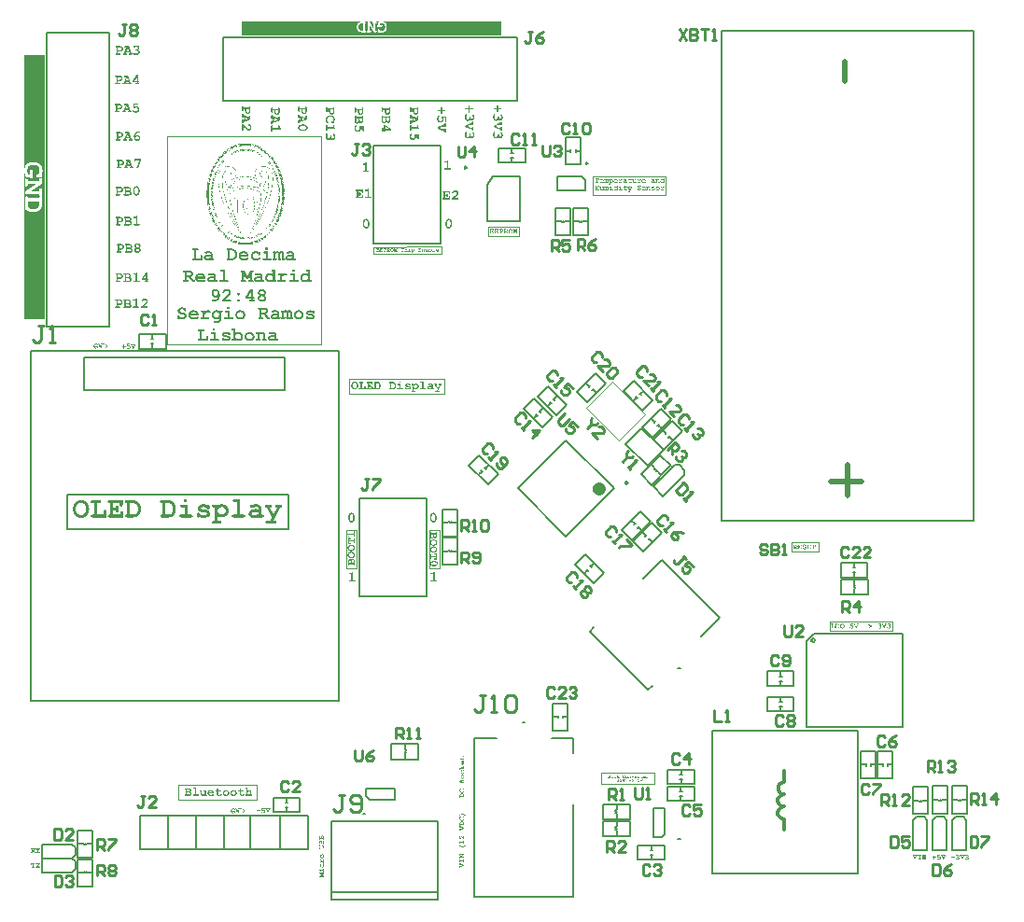
<source format=gto>
G04*
G04 #@! TF.GenerationSoftware,Altium Limited,Altium Designer,19.0.15 (446)*
G04*
G04 Layer_Color=65535*
%FSLAX25Y25*%
%MOIN*%
G70*
G01*
G75*
%ADD10C,0.00787*%
%ADD11C,0.00500*%
%ADD12C,0.00984*%
%ADD13C,0.02362*%
%ADD14C,0.01181*%
%ADD15C,0.00200*%
%ADD16C,0.01968*%
%ADD17C,0.01000*%
G36*
X84079Y268465D02*
Y268413D01*
X84027D01*
Y268360D01*
X83869D01*
Y268413D01*
X83922D01*
Y268465D01*
X84027D01*
Y268518D01*
X84079D01*
Y268465D01*
D02*
G37*
G36*
X83343Y268255D02*
X83291D01*
Y268202D01*
Y268150D01*
Y268097D01*
X83343D01*
Y268044D01*
X83396D01*
Y267992D01*
Y267939D01*
X83659D01*
Y267887D01*
X83606D01*
Y267834D01*
X83448D01*
Y267887D01*
X83396D01*
Y267939D01*
X83291D01*
Y267992D01*
X83238D01*
Y267939D01*
X83185D01*
Y267887D01*
X83291D01*
Y267834D01*
Y267781D01*
X83185D01*
Y267729D01*
Y267676D01*
X83343D01*
Y267729D01*
Y267781D01*
X83501D01*
Y267729D01*
X83659D01*
Y267676D01*
X83448D01*
Y267624D01*
X83343D01*
Y267571D01*
X83185D01*
Y267518D01*
X83028D01*
Y267571D01*
X83080D01*
Y267624D01*
X82922D01*
Y267571D01*
Y267518D01*
X83028D01*
Y267466D01*
X82870D01*
Y267518D01*
X82817D01*
Y267571D01*
X82870D01*
Y267624D01*
X82817D01*
Y267676D01*
X82712D01*
Y267624D01*
X82659D01*
Y267571D01*
X82607D01*
Y267518D01*
Y267466D01*
X82712D01*
Y267518D01*
X82765D01*
Y267466D01*
X82870D01*
Y267413D01*
X82712D01*
Y267361D01*
X82502D01*
Y267308D01*
Y267255D01*
X82344D01*
Y267308D01*
Y267361D01*
X82397D01*
Y267413D01*
X82554D01*
Y267466D01*
Y267518D01*
X82502D01*
Y267571D01*
X82554D01*
Y267624D01*
X82449D01*
Y267676D01*
Y267729D01*
X82291D01*
Y267676D01*
X82239D01*
Y267624D01*
Y267571D01*
X82134D01*
Y267624D01*
Y267676D01*
X82186D01*
Y267729D01*
X82134D01*
Y267781D01*
X82186D01*
Y267729D01*
X82239D01*
Y267781D01*
X82291D01*
Y267834D01*
Y267887D01*
X82239D01*
Y267939D01*
X82134D01*
Y267992D01*
X82081D01*
Y267939D01*
X81976D01*
Y267887D01*
X81871D01*
Y267834D01*
X81765D01*
Y267887D01*
X81818D01*
Y267939D01*
X81923D01*
Y267992D01*
X82028D01*
Y268044D01*
X82186D01*
Y267992D01*
X82291D01*
Y268044D01*
X82186D01*
Y268097D01*
X82344D01*
Y268150D01*
X82449D01*
Y268202D01*
X82554D01*
Y268255D01*
X82712D01*
Y268202D01*
X82870D01*
Y268150D01*
X82975D01*
Y268202D01*
X82922D01*
Y268255D01*
X82712D01*
Y268307D01*
X82922D01*
Y268255D01*
X83028D01*
Y268202D01*
X83080D01*
Y268150D01*
X83185D01*
Y268202D01*
Y268255D01*
X83238D01*
Y268307D01*
X83343D01*
Y268255D01*
D02*
G37*
G36*
X84290Y268150D02*
X84237D01*
Y268097D01*
X84185D01*
Y268150D01*
Y268202D01*
X84290D01*
Y268150D01*
D02*
G37*
G36*
X83764D02*
Y268097D01*
X83659D01*
Y268150D01*
X83711D01*
Y268202D01*
X83764D01*
Y268150D01*
D02*
G37*
G36*
X83554D02*
X83501D01*
Y268097D01*
X83659D01*
Y268044D01*
X83448D01*
Y268097D01*
Y268150D01*
Y268202D01*
X83554D01*
Y268150D01*
D02*
G37*
G36*
X84027Y268097D02*
X83922D01*
Y268044D01*
Y267992D01*
X83816D01*
Y268044D01*
X83869D01*
Y268097D01*
X83816D01*
Y268150D01*
X84027D01*
Y268097D01*
D02*
G37*
G36*
X84132Y268044D02*
X84237D01*
Y267992D01*
Y267939D01*
X84500D01*
Y267887D01*
X84237D01*
Y267834D01*
X84132D01*
Y267781D01*
X83922D01*
Y267729D01*
X83659D01*
Y267781D01*
X83816D01*
Y267834D01*
X83764D01*
Y267887D01*
Y267939D01*
Y267992D01*
X83816D01*
Y267939D01*
Y267887D01*
X83974D01*
Y267939D01*
X84027D01*
Y267887D01*
X84132D01*
Y267939D01*
X84079D01*
Y267992D01*
Y268044D01*
Y268097D01*
X84132D01*
Y268044D01*
D02*
G37*
G36*
X81713Y267781D02*
Y267729D01*
X81660D01*
Y267781D01*
X81608D01*
Y267834D01*
X81713D01*
Y267781D01*
D02*
G37*
G36*
X81976Y267729D02*
X82028D01*
Y267676D01*
Y267624D01*
Y267571D01*
X82134D01*
Y267518D01*
Y267466D01*
X82239D01*
Y267413D01*
X82186D01*
Y267361D01*
X82239D01*
Y267308D01*
X82186D01*
Y267255D01*
X82344D01*
Y267203D01*
X82239D01*
Y267150D01*
X82081D01*
Y267098D01*
X81923D01*
Y267150D01*
X81871D01*
Y267098D01*
Y267045D01*
X81923D01*
Y266992D01*
X81818D01*
Y266940D01*
X81660D01*
Y266992D01*
X81765D01*
Y267045D01*
Y267098D01*
X81713D01*
Y267045D01*
X81608D01*
Y267098D01*
Y267150D01*
X81502D01*
Y267098D01*
Y267045D01*
X81344D01*
Y267098D01*
X81134D01*
Y267150D01*
Y267203D01*
X81082D01*
Y267255D01*
Y267308D01*
X81134D01*
Y267361D01*
Y267413D01*
Y267466D01*
X80976D01*
Y267518D01*
X81082D01*
Y267571D01*
X81187D01*
Y267624D01*
X81239D01*
Y267676D01*
X81344D01*
Y267624D01*
Y267571D01*
X81397D01*
Y267624D01*
Y267676D01*
X81344D01*
Y267729D01*
X81450D01*
Y267676D01*
X81502D01*
Y267624D01*
X81608D01*
Y267676D01*
X81660D01*
Y267624D01*
X81713D01*
Y267571D01*
X81765D01*
Y267624D01*
X81923D01*
Y267676D01*
X81976D01*
Y267729D01*
X81923D01*
Y267781D01*
X81976D01*
Y267729D01*
D02*
G37*
G36*
X82449Y267571D02*
Y267518D01*
X82397D01*
Y267466D01*
X82239D01*
Y267518D01*
X82344D01*
Y267571D01*
X82397D01*
Y267624D01*
X82449D01*
Y267571D01*
D02*
G37*
G36*
X80871Y267361D02*
Y267308D01*
X80924D01*
Y267255D01*
X80871D01*
Y267308D01*
X80766D01*
Y267255D01*
Y267203D01*
Y267150D01*
X80713D01*
Y267098D01*
X80871D01*
Y267150D01*
X80976D01*
Y267098D01*
X81134D01*
Y267045D01*
X81292D01*
Y266992D01*
X81344D01*
Y266940D01*
X81502D01*
Y266887D01*
X81555D01*
Y266835D01*
X81397D01*
Y266887D01*
X81344D01*
Y266940D01*
X81239D01*
Y266992D01*
X81082D01*
Y266940D01*
Y266887D01*
X81134D01*
Y266835D01*
X81082D01*
Y266782D01*
X81134D01*
Y266729D01*
X81082D01*
Y266677D01*
X81187D01*
Y266624D01*
X81082D01*
Y266572D01*
X81029D01*
Y266519D01*
X80976D01*
Y266467D01*
X80871D01*
Y266414D01*
X80766D01*
Y266361D01*
X80661D01*
Y266309D01*
X80608D01*
Y266256D01*
X80503D01*
Y266204D01*
X80450D01*
Y266151D01*
X80345D01*
Y266204D01*
X80240D01*
Y266256D01*
Y266309D01*
X80293D01*
Y266256D01*
X80345D01*
Y266204D01*
X80398D01*
Y266256D01*
Y266309D01*
X80556D01*
Y266361D01*
X80608D01*
Y266414D01*
X80713D01*
Y266467D01*
Y266519D01*
Y266572D01*
X80661D01*
Y266519D01*
X80608D01*
Y266572D01*
X80556D01*
Y266624D01*
X80661D01*
Y266677D01*
Y266729D01*
X80556D01*
Y266782D01*
X80503D01*
Y266835D01*
X80450D01*
Y266887D01*
X80503D01*
Y266835D01*
X80556D01*
Y266782D01*
X80608D01*
Y266835D01*
X80661D01*
Y266887D01*
X80608D01*
Y266940D01*
X80556D01*
Y266992D01*
Y267045D01*
X80608D01*
Y267098D01*
Y267150D01*
Y267203D01*
X80503D01*
Y267255D01*
X80608D01*
Y267308D01*
X80713D01*
Y267361D01*
X80766D01*
Y267413D01*
X80871D01*
Y267361D01*
D02*
G37*
G36*
X80503Y267150D02*
Y267098D01*
X80450D01*
Y267045D01*
Y266992D01*
Y266940D01*
X80345D01*
Y266992D01*
X80398D01*
Y267045D01*
X80293D01*
Y267098D01*
X80345D01*
Y267150D01*
X80398D01*
Y267203D01*
X80503D01*
Y267150D01*
D02*
G37*
G36*
X81555Y266940D02*
X81660D01*
Y266887D01*
X81555D01*
Y266940D01*
X81502D01*
Y266992D01*
X81555D01*
Y266940D01*
D02*
G37*
G36*
X80293Y266992D02*
X80240D01*
Y266940D01*
X80293D01*
Y266887D01*
X80240D01*
Y266835D01*
X80187D01*
Y266887D01*
Y266940D01*
X80082D01*
Y266992D01*
X80187D01*
Y267045D01*
X80293D01*
Y266992D01*
D02*
G37*
G36*
X80345Y266782D02*
X80398D01*
Y266729D01*
X80240D01*
Y266782D01*
X80293D01*
Y266835D01*
X80345D01*
Y266782D01*
D02*
G37*
G36*
X80030Y266835D02*
Y266782D01*
X79924D01*
Y266729D01*
X79819D01*
Y266782D01*
X79872D01*
Y266835D01*
X79924D01*
Y266887D01*
X80030D01*
Y266835D01*
D02*
G37*
G36*
X81239Y266729D02*
X81292D01*
Y266677D01*
X81187D01*
Y266729D01*
Y266782D01*
X81239D01*
Y266729D01*
D02*
G37*
G36*
X87288Y268833D02*
X87866D01*
Y268781D01*
X88287D01*
Y268728D01*
X88498D01*
Y268676D01*
X88655D01*
Y268623D01*
X88918D01*
Y268570D01*
X89181D01*
Y268518D01*
X89392D01*
Y268465D01*
X89549D01*
Y268413D01*
X89655D01*
Y268360D01*
X89865D01*
Y268307D01*
X90023D01*
Y268255D01*
X90233D01*
Y268202D01*
X90286D01*
Y268150D01*
X90444D01*
Y268097D01*
X90549D01*
Y268044D01*
X90496D01*
Y267992D01*
X90601D01*
Y268044D01*
X90707D01*
Y267992D01*
X90864D01*
Y267939D01*
X90970D01*
Y267887D01*
X91022D01*
Y267834D01*
X91180D01*
Y267781D01*
X91285D01*
Y267729D01*
X91443D01*
Y267676D01*
X91496D01*
Y267624D01*
X91601D01*
Y267571D01*
X91706D01*
Y267518D01*
X91811D01*
Y267466D01*
X91916D01*
Y267413D01*
X91969D01*
Y267361D01*
X92022D01*
Y267308D01*
X92179D01*
Y267255D01*
X92232D01*
Y267203D01*
X92337D01*
Y267150D01*
X92442D01*
Y267098D01*
X92495D01*
Y267045D01*
X92600D01*
Y266992D01*
X92653D01*
Y266940D01*
X92758D01*
Y266887D01*
X92810D01*
Y266835D01*
X92863D01*
Y266782D01*
X92968D01*
Y266729D01*
X93073D01*
Y266677D01*
X93126D01*
Y266624D01*
X93179D01*
Y266572D01*
X93231D01*
Y266519D01*
X93336D01*
Y266467D01*
X93389D01*
Y266414D01*
X93494D01*
Y266361D01*
X93547D01*
Y266309D01*
X93599D01*
Y266256D01*
X93652D01*
Y266204D01*
X93757D01*
Y266151D01*
X93810D01*
Y266098D01*
X93862D01*
Y266046D01*
X93915D01*
Y265993D01*
X93967D01*
Y265941D01*
X94073D01*
Y265888D01*
X94125D01*
Y265835D01*
X94178D01*
Y265783D01*
X94231D01*
Y265730D01*
X94283D01*
Y265678D01*
X94336D01*
Y265625D01*
Y265572D01*
X94441D01*
Y265520D01*
X94494D01*
Y265467D01*
X94546D01*
Y265415D01*
X94651D01*
Y265362D01*
X94704D01*
Y265309D01*
X94756D01*
Y265257D01*
Y265204D01*
X94862D01*
Y265152D01*
X94914D01*
Y265099D01*
X94967D01*
Y265047D01*
X95019D01*
Y264994D01*
Y264941D01*
X95072D01*
Y264889D01*
X95177D01*
Y264836D01*
Y264784D01*
X95230D01*
Y264731D01*
X95282D01*
Y264678D01*
X95335D01*
Y264626D01*
X95388D01*
Y264573D01*
X95440D01*
Y264521D01*
X95493D01*
Y264468D01*
Y264415D01*
X95545D01*
Y264363D01*
X95598D01*
Y264310D01*
X95651D01*
Y264258D01*
X95703D01*
Y264205D01*
X95756D01*
Y264152D01*
X95808D01*
Y264100D01*
Y264047D01*
X95861D01*
Y263995D01*
X95913D01*
Y263942D01*
X95966D01*
Y263889D01*
X96019D01*
Y263837D01*
X96071D01*
Y263784D01*
Y263732D01*
X96124D01*
Y263679D01*
X96176D01*
Y263626D01*
X96229D01*
Y263574D01*
X96282D01*
Y263521D01*
X96176D01*
Y263574D01*
X96124D01*
Y263626D01*
Y263679D01*
X96071D01*
Y263732D01*
X96019D01*
Y263784D01*
X95913D01*
Y263837D01*
Y263889D01*
X95808D01*
Y263837D01*
Y263784D01*
Y263732D01*
X95913D01*
Y263679D01*
X95861D01*
Y263626D01*
X95913D01*
Y263574D01*
X95808D01*
Y263521D01*
Y263469D01*
X95913D01*
Y263416D01*
X96019D01*
Y263469D01*
X95966D01*
Y263521D01*
X96019D01*
Y263469D01*
X96124D01*
Y263416D01*
X96176D01*
Y263363D01*
X96229D01*
Y263416D01*
X96282D01*
Y263469D01*
X96334D01*
Y263416D01*
Y263363D01*
X96387D01*
Y263311D01*
X96439D01*
Y263258D01*
Y263206D01*
X96387D01*
Y263153D01*
X96334D01*
Y263100D01*
X96387D01*
Y263048D01*
Y262995D01*
Y262943D01*
Y262890D01*
X96439D01*
Y262943D01*
X96492D01*
Y262890D01*
Y262837D01*
X96334D01*
Y262890D01*
X96282D01*
Y262943D01*
X96229D01*
Y262890D01*
X96176D01*
Y262837D01*
X96124D01*
Y262890D01*
X96071D01*
Y262943D01*
X96019D01*
Y262890D01*
X95913D01*
Y262943D01*
X95861D01*
Y262995D01*
X95808D01*
Y263048D01*
X95861D01*
Y263100D01*
X95756D01*
Y263048D01*
X95703D01*
Y262995D01*
Y262943D01*
X95756D01*
Y262890D01*
X95808D01*
Y262837D01*
X95861D01*
Y262785D01*
X95913D01*
Y262837D01*
X95966D01*
Y262785D01*
Y262732D01*
X96071D01*
Y262680D01*
X95966D01*
Y262732D01*
X95913D01*
Y262680D01*
Y262627D01*
X95966D01*
Y262575D01*
X96019D01*
Y262522D01*
X96071D01*
Y262469D01*
Y262417D01*
X96124D01*
Y262364D01*
Y262312D01*
X96176D01*
Y262259D01*
X96229D01*
Y262206D01*
X96176D01*
Y262259D01*
X96124D01*
Y262312D01*
X96071D01*
Y262364D01*
Y262417D01*
X96019D01*
Y262469D01*
Y262522D01*
X95966D01*
Y262575D01*
X95913D01*
Y262627D01*
X95861D01*
Y262680D01*
Y262732D01*
X95808D01*
Y262785D01*
X95756D01*
Y262837D01*
X95703D01*
Y262890D01*
Y262943D01*
X95651D01*
Y262995D01*
X95598D01*
Y263048D01*
X95545D01*
Y263100D01*
Y263153D01*
X95493D01*
Y263206D01*
X95440D01*
Y263258D01*
X95388D01*
Y263311D01*
X95335D01*
Y263363D01*
Y263416D01*
X95282D01*
Y263469D01*
X95230D01*
Y263521D01*
X95177D01*
Y263574D01*
X95125D01*
Y263626D01*
Y263679D01*
X95177D01*
Y263626D01*
Y263574D01*
X95282D01*
Y263521D01*
Y263469D01*
X95335D01*
Y263521D01*
Y263574D01*
X95282D01*
Y263626D01*
X95335D01*
Y263679D01*
Y263732D01*
Y263784D01*
Y263837D01*
Y263889D01*
X95230D01*
Y263942D01*
Y263995D01*
X95125D01*
Y263942D01*
X95072D01*
Y263889D01*
X95019D01*
Y263942D01*
X94967D01*
Y263889D01*
Y263837D01*
X95019D01*
Y263784D01*
X95072D01*
Y263732D01*
X95019D01*
Y263784D01*
X94967D01*
Y263837D01*
X94914D01*
Y263889D01*
X94862D01*
Y263942D01*
X94809D01*
Y263995D01*
X94756D01*
Y264047D01*
X94704D01*
Y264100D01*
Y264152D01*
X94651D01*
Y264205D01*
X94599D01*
Y264258D01*
X94546D01*
Y264310D01*
X94494D01*
Y264363D01*
X94441D01*
Y264415D01*
X94388D01*
Y264468D01*
X94336D01*
Y264521D01*
X94283D01*
Y264573D01*
X94231D01*
Y264626D01*
X94178D01*
Y264678D01*
X94125D01*
Y264731D01*
X94073D01*
Y264784D01*
X94020D01*
Y264836D01*
X93967D01*
Y264889D01*
X93915D01*
Y264941D01*
X93862D01*
Y264994D01*
X93810D01*
Y265047D01*
X93704D01*
Y265099D01*
X93652D01*
Y265152D01*
X93599D01*
Y265204D01*
X93547D01*
Y265257D01*
X93494D01*
Y265309D01*
X93441D01*
Y265362D01*
X93389D01*
Y265415D01*
X93284D01*
Y265467D01*
X93231D01*
Y265520D01*
X93179D01*
Y265572D01*
X93126D01*
Y265625D01*
X93021D01*
Y265678D01*
X92968D01*
Y265730D01*
X92916D01*
Y265783D01*
X92863D01*
Y265835D01*
X92758D01*
Y265888D01*
X92705D01*
Y265941D01*
X92810D01*
Y265888D01*
X92863D01*
Y265835D01*
X92916D01*
Y265783D01*
X93021D01*
Y265730D01*
X93073D01*
Y265678D01*
X93126D01*
Y265625D01*
X93179D01*
Y265678D01*
X93231D01*
Y265730D01*
Y265783D01*
Y265835D01*
Y265888D01*
Y265941D01*
X93179D01*
Y265993D01*
X93231D01*
Y266046D01*
X93073D01*
Y266098D01*
X92968D01*
Y266046D01*
X92916D01*
Y265993D01*
X92863D01*
Y266046D01*
Y266098D01*
X92758D01*
Y266046D01*
X92705D01*
Y266098D01*
Y266151D01*
X92653D01*
Y266204D01*
Y266256D01*
Y266309D01*
Y266361D01*
X92705D01*
Y266414D01*
Y266467D01*
Y266519D01*
Y266572D01*
X92863D01*
Y266624D01*
X92705D01*
Y266677D01*
X92863D01*
Y266624D01*
X92916D01*
Y266572D01*
X92968D01*
Y266519D01*
X93021D01*
Y266572D01*
X93073D01*
Y266624D01*
Y266677D01*
X92968D01*
Y266729D01*
X92863D01*
Y266782D01*
X92758D01*
Y266835D01*
X92705D01*
Y266887D01*
X92653D01*
Y266940D01*
X92547D01*
Y266992D01*
X92495D01*
Y267045D01*
X92390D01*
Y266992D01*
X92337D01*
Y267045D01*
Y267098D01*
X92179D01*
Y267150D01*
X92127D01*
Y267098D01*
X92179D01*
Y267045D01*
X92232D01*
Y266992D01*
Y266940D01*
X92179D01*
Y266887D01*
X92127D01*
Y266835D01*
X92179D01*
Y266782D01*
X92232D01*
Y266835D01*
X92284D01*
Y266887D01*
X92390D01*
Y266940D01*
X92547D01*
Y266887D01*
Y266835D01*
Y266782D01*
Y266729D01*
X92442D01*
Y266782D01*
Y266835D01*
X92337D01*
Y266782D01*
X92284D01*
Y266729D01*
X92179D01*
Y266677D01*
Y266624D01*
X92284D01*
Y266677D01*
X92390D01*
Y266624D01*
X92337D01*
Y266572D01*
X92390D01*
Y266519D01*
X92284D01*
Y266572D01*
X92179D01*
Y266519D01*
X92232D01*
Y266467D01*
X92179D01*
Y266519D01*
X92022D01*
Y266572D01*
Y266624D01*
X91864D01*
Y266572D01*
Y266519D01*
X91916D01*
Y266467D01*
X92074D01*
Y266414D01*
X92179D01*
Y266361D01*
X92284D01*
Y266309D01*
X92337D01*
Y266256D01*
Y266204D01*
X92442D01*
Y266151D01*
X92495D01*
Y266098D01*
X92600D01*
Y266046D01*
X92705D01*
Y265993D01*
X92653D01*
Y265941D01*
X92600D01*
Y265993D01*
X92547D01*
Y266046D01*
X92495D01*
Y266098D01*
X92390D01*
Y266151D01*
X92337D01*
Y266204D01*
X92232D01*
Y266256D01*
X92179D01*
Y266309D01*
X92127D01*
Y266361D01*
X92022D01*
Y266414D01*
X91916D01*
Y266467D01*
X91811D01*
Y266519D01*
X91759D01*
Y266572D01*
X91653D01*
Y266624D01*
X91601D01*
Y266677D01*
X91496D01*
Y266729D01*
X91601D01*
Y266677D01*
X91653D01*
Y266729D01*
Y266782D01*
Y266835D01*
Y266887D01*
X91706D01*
Y266940D01*
Y266992D01*
X91548D01*
Y267045D01*
X91653D01*
Y267098D01*
X91811D01*
Y267150D01*
X91864D01*
Y267098D01*
X92074D01*
Y267150D01*
X92022D01*
Y267203D01*
Y267255D01*
Y267308D01*
X91916D01*
Y267361D01*
Y267413D01*
X91811D01*
Y267466D01*
X91653D01*
Y267413D01*
X91601D01*
Y267361D01*
X91653D01*
Y267308D01*
X91706D01*
Y267255D01*
Y267203D01*
X91653D01*
Y267150D01*
X91601D01*
Y267098D01*
X91443D01*
Y267045D01*
X91338D01*
Y267098D01*
X91285D01*
Y267150D01*
X91233D01*
Y267098D01*
X91180D01*
Y267045D01*
X91075D01*
Y267098D01*
Y267150D01*
X90970D01*
Y267098D01*
Y267045D01*
X91022D01*
Y266992D01*
X91127D01*
Y266940D01*
X91233D01*
Y266887D01*
X91285D01*
Y266940D01*
X91233D01*
Y266992D01*
X91285D01*
Y266940D01*
X91443D01*
Y266887D01*
X91338D01*
Y266835D01*
Y266782D01*
X91285D01*
Y266835D01*
X91233D01*
Y266887D01*
X91075D01*
Y266940D01*
X90970D01*
Y266992D01*
X90864D01*
Y267045D01*
X90759D01*
Y267098D01*
X90707D01*
Y267150D01*
X90549D01*
Y267203D01*
X90391D01*
Y267255D01*
X90286D01*
Y267308D01*
X90233D01*
Y267361D01*
X90075D01*
Y267413D01*
X89918D01*
Y267466D01*
X89760D01*
Y267518D01*
X89549D01*
Y267571D01*
X89444D01*
Y267624D01*
X89339D01*
Y267676D01*
X89129D01*
Y267729D01*
X88866D01*
Y267781D01*
X88603D01*
Y267834D01*
X88550D01*
Y267887D01*
X88287D01*
Y267939D01*
X87866D01*
Y267992D01*
X87393D01*
Y268044D01*
X85342D01*
Y267992D01*
X84868D01*
Y267939D01*
X84500D01*
Y267992D01*
X84448D01*
Y268044D01*
X84500D01*
Y268097D01*
X84395D01*
Y268150D01*
X84342D01*
Y268202D01*
X84290D01*
Y268255D01*
X84342D01*
Y268307D01*
X84290D01*
Y268360D01*
X84237D01*
Y268307D01*
X84132D01*
Y268255D01*
X84027D01*
Y268307D01*
X84079D01*
Y268360D01*
X84132D01*
Y268413D01*
X84237D01*
Y268465D01*
Y268518D01*
X84132D01*
Y268570D01*
X83869D01*
Y268518D01*
X83816D01*
Y268465D01*
X83764D01*
Y268413D01*
X83816D01*
Y268360D01*
X83764D01*
Y268413D01*
X83659D01*
Y268465D01*
X83501D01*
Y268413D01*
Y268360D01*
X83606D01*
Y268307D01*
X83711D01*
Y268255D01*
X83606D01*
Y268202D01*
X83554D01*
Y268255D01*
Y268307D01*
X83448D01*
Y268360D01*
Y268413D01*
X83291D01*
Y268360D01*
X83133D01*
Y268413D01*
X83238D01*
Y268465D01*
X83396D01*
Y268518D01*
X83554D01*
Y268570D01*
X83816D01*
Y268623D01*
X84132D01*
Y268676D01*
X84290D01*
Y268728D01*
X84500D01*
Y268781D01*
X84921D01*
Y268833D01*
X85500D01*
Y268886D01*
X87288D01*
Y268833D01*
D02*
G37*
G36*
X80398Y266572D02*
Y266519D01*
X80293D01*
Y266572D01*
Y266624D01*
X80398D01*
Y266572D01*
D02*
G37*
G36*
X80503Y266519D02*
X80556D01*
Y266467D01*
X80450D01*
Y266519D01*
Y266572D01*
X80503D01*
Y266519D01*
D02*
G37*
G36*
X88550Y266361D02*
Y266309D01*
X88445D01*
Y266361D01*
Y266414D01*
X88550D01*
Y266361D01*
D02*
G37*
G36*
X87866Y266414D02*
Y266361D01*
X87972D01*
Y266309D01*
X87866D01*
Y266361D01*
X87814D01*
Y266414D01*
X87761D01*
Y266467D01*
X87866D01*
Y266414D01*
D02*
G37*
G36*
X88866Y266309D02*
X88918D01*
Y266256D01*
X88708D01*
Y266309D01*
Y266361D01*
X88866D01*
Y266309D01*
D02*
G37*
G36*
X92547D02*
Y266256D01*
Y266204D01*
X92442D01*
Y266256D01*
Y266309D01*
X92495D01*
Y266361D01*
X92547D01*
Y266309D01*
D02*
G37*
G36*
X83869Y266414D02*
X83659D01*
Y266361D01*
X83606D01*
Y266309D01*
X83659D01*
Y266256D01*
X83764D01*
Y266204D01*
X83659D01*
Y266256D01*
X83448D01*
Y266309D01*
X83343D01*
Y266256D01*
X83238D01*
Y266204D01*
X83080D01*
Y266151D01*
Y266098D01*
Y266046D01*
Y265993D01*
X83133D01*
Y265941D01*
X83028D01*
Y265888D01*
X82975D01*
Y265941D01*
Y265993D01*
Y266046D01*
Y266098D01*
Y266151D01*
X82922D01*
Y266098D01*
Y266046D01*
X82817D01*
Y265993D01*
X82870D01*
Y265941D01*
X82765D01*
Y265993D01*
Y266046D01*
Y266098D01*
X82712D01*
Y266151D01*
X82870D01*
Y266204D01*
X83028D01*
Y266256D01*
X83185D01*
Y266309D01*
X83291D01*
Y266361D01*
X83396D01*
Y266414D01*
X83606D01*
Y266467D01*
X83869D01*
Y266414D01*
D02*
G37*
G36*
X89129Y266204D02*
Y266151D01*
X89076D01*
Y266204D01*
X89024D01*
Y266256D01*
X89129D01*
Y266204D01*
D02*
G37*
G36*
X79188D02*
X79136D01*
Y266151D01*
X79188D01*
Y266098D01*
X79136D01*
Y266151D01*
X79030D01*
Y266204D01*
X79083D01*
Y266256D01*
X79188D01*
Y266204D01*
D02*
G37*
G36*
X89602Y266046D02*
Y265993D01*
X89392D01*
Y266046D01*
X89444D01*
Y266098D01*
X89602D01*
Y266046D01*
D02*
G37*
G36*
X80293D02*
X80240D01*
Y265993D01*
X80187D01*
Y266046D01*
Y266098D01*
X80293D01*
Y266046D01*
D02*
G37*
G36*
X79714Y266624D02*
Y266572D01*
X79819D01*
Y266624D01*
X79924D01*
Y266572D01*
X80082D01*
Y266519D01*
X80030D01*
Y266467D01*
Y266414D01*
Y266361D01*
X80082D01*
Y266309D01*
X80135D01*
Y266256D01*
Y266204D01*
Y266151D01*
Y266098D01*
Y266046D01*
Y265993D01*
X80187D01*
Y265941D01*
X80082D01*
Y265993D01*
X80030D01*
Y266046D01*
Y266098D01*
X79924D01*
Y266046D01*
Y265993D01*
X79767D01*
Y266046D01*
Y266098D01*
X79662D01*
Y266046D01*
X79556D01*
Y265993D01*
Y265941D01*
X79609D01*
Y265888D01*
X79662D01*
Y265835D01*
X79714D01*
Y265783D01*
X79662D01*
Y265835D01*
X79609D01*
Y265888D01*
X79556D01*
Y265835D01*
Y265783D01*
X79504D01*
Y265730D01*
X79556D01*
Y265678D01*
Y265625D01*
X79662D01*
Y265572D01*
X79609D01*
Y265520D01*
X79556D01*
Y265467D01*
X79451D01*
Y265520D01*
Y265572D01*
X79346D01*
Y265520D01*
Y265467D01*
X79083D01*
Y265520D01*
X79030D01*
Y265467D01*
X78978D01*
Y265415D01*
Y265362D01*
X79030D01*
Y265309D01*
Y265257D01*
X78978D01*
Y265204D01*
Y265152D01*
X79083D01*
Y265099D01*
X79030D01*
Y265047D01*
X78978D01*
Y264994D01*
X78925D01*
Y264941D01*
X78873D01*
Y264994D01*
Y265047D01*
X78767D01*
Y264994D01*
X78557D01*
Y265047D01*
X78504D01*
Y265099D01*
Y265152D01*
X78452D01*
Y265204D01*
Y265257D01*
X78504D01*
Y265309D01*
X78452D01*
Y265362D01*
X78557D01*
Y265415D01*
Y265467D01*
X78504D01*
Y265520D01*
X78399D01*
Y265467D01*
Y265415D01*
X78347D01*
Y265467D01*
X78294D01*
Y265520D01*
X78347D01*
Y265572D01*
Y265625D01*
X78399D01*
Y265572D01*
X78452D01*
Y265625D01*
X78399D01*
Y265678D01*
X78504D01*
Y265625D01*
X78557D01*
Y265572D01*
X78662D01*
Y265520D01*
X78820D01*
Y265467D01*
X78925D01*
Y265520D01*
Y265572D01*
X79083D01*
Y265625D01*
Y265678D01*
Y265730D01*
X79030D01*
Y265783D01*
X78978D01*
Y265835D01*
X79030D01*
Y265888D01*
Y265941D01*
Y265993D01*
X78978D01*
Y266046D01*
X78925D01*
Y266098D01*
X78978D01*
Y266151D01*
X79030D01*
Y266098D01*
X79136D01*
Y266046D01*
X79188D01*
Y265993D01*
X79293D01*
Y266046D01*
X79399D01*
Y265993D01*
X79451D01*
Y266046D01*
X79504D01*
Y266098D01*
X79556D01*
Y266151D01*
X79609D01*
Y266204D01*
Y266256D01*
X79556D01*
Y266309D01*
Y266361D01*
Y266414D01*
X79504D01*
Y266361D01*
X79451D01*
Y266414D01*
X79399D01*
Y266361D01*
X79346D01*
Y266309D01*
X79241D01*
Y266361D01*
X79293D01*
Y266414D01*
X79346D01*
Y266467D01*
X79451D01*
Y266519D01*
X79504D01*
Y266572D01*
X79609D01*
Y266624D01*
X79662D01*
Y266677D01*
X79714D01*
Y266624D01*
D02*
G37*
G36*
X82712Y266046D02*
Y265993D01*
X82554D01*
Y265941D01*
X82607D01*
Y265888D01*
X82554D01*
Y265941D01*
X82397D01*
Y265993D01*
X82502D01*
Y266046D01*
X82554D01*
Y266098D01*
X82712D01*
Y266046D01*
D02*
G37*
G36*
X79767Y265941D02*
X79819D01*
Y265888D01*
X79767D01*
Y265941D01*
X79714D01*
Y265993D01*
X79767D01*
Y265941D01*
D02*
G37*
G36*
X78925Y265993D02*
Y265941D01*
X78978D01*
Y265888D01*
X78925D01*
Y265941D01*
X78820D01*
Y265888D01*
X78715D01*
Y265941D01*
X78767D01*
Y265993D01*
X78873D01*
Y266046D01*
X78925D01*
Y265993D01*
D02*
G37*
G36*
X90233Y265888D02*
Y265835D01*
X90181D01*
Y265888D01*
Y265941D01*
X90233D01*
Y265888D01*
D02*
G37*
G36*
X83554D02*
X83659D01*
Y265835D01*
X83448D01*
Y265888D01*
X83501D01*
Y265941D01*
X83554D01*
Y265888D01*
D02*
G37*
G36*
X83448Y265783D02*
X83343D01*
Y265730D01*
X83238D01*
Y265678D01*
X83080D01*
Y265730D01*
Y265783D01*
Y265835D01*
X83185D01*
Y265783D01*
X83238D01*
Y265835D01*
X83448D01*
Y265783D01*
D02*
G37*
G36*
X78715Y265835D02*
Y265783D01*
X78610D01*
Y265835D01*
X78662D01*
Y265888D01*
X78715D01*
Y265835D01*
D02*
G37*
G36*
X93126Y265783D02*
Y265730D01*
X93073D01*
Y265783D01*
Y265835D01*
X93126D01*
Y265783D01*
D02*
G37*
G36*
X82765Y265835D02*
Y265783D01*
X82712D01*
Y265730D01*
X82659D01*
Y265783D01*
Y265835D01*
Y265888D01*
X82765D01*
Y265835D01*
D02*
G37*
G36*
X89865Y265730D02*
X89918D01*
Y265678D01*
X89812D01*
Y265730D01*
Y265783D01*
X89865D01*
Y265730D01*
D02*
G37*
G36*
X79977Y265835D02*
X79924D01*
Y265783D01*
X79872D01*
Y265730D01*
X79819D01*
Y265678D01*
X79714D01*
Y265730D01*
X79767D01*
Y265783D01*
X79819D01*
Y265835D01*
X79872D01*
Y265888D01*
X79977D01*
Y265835D01*
D02*
G37*
G36*
X78610Y265730D02*
Y265678D01*
X78504D01*
Y265730D01*
X78557D01*
Y265783D01*
X78610D01*
Y265730D01*
D02*
G37*
G36*
X82975D02*
X82922D01*
Y265678D01*
X83080D01*
Y265625D01*
X82922D01*
Y265678D01*
X82870D01*
Y265730D01*
Y265783D01*
X82975D01*
Y265730D01*
D02*
G37*
G36*
X90075Y265625D02*
X90128D01*
Y265572D01*
X90181D01*
Y265520D01*
X90233D01*
Y265572D01*
X90338D01*
Y265520D01*
X90286D01*
Y265467D01*
Y265415D01*
X90391D01*
Y265467D01*
X90444D01*
Y265415D01*
Y265362D01*
X90549D01*
Y265309D01*
X90444D01*
Y265362D01*
X90286D01*
Y265415D01*
X90181D01*
Y265467D01*
X90075D01*
Y265520D01*
X89970D01*
Y265572D01*
X89865D01*
Y265625D01*
X90023D01*
Y265572D01*
X90075D01*
Y265625D01*
X90023D01*
Y265678D01*
X90075D01*
Y265625D01*
D02*
G37*
G36*
X90496Y265678D02*
Y265625D01*
X90601D01*
Y265572D01*
X90654D01*
Y265520D01*
X90601D01*
Y265572D01*
X90496D01*
Y265625D01*
X90444D01*
Y265572D01*
X90338D01*
Y265625D01*
Y265678D01*
X90391D01*
Y265730D01*
X90496D01*
Y265678D01*
D02*
G37*
G36*
X82817Y265625D02*
X82922D01*
Y265572D01*
X82765D01*
Y265520D01*
X82607D01*
Y265572D01*
X82659D01*
Y265625D01*
X82712D01*
Y265678D01*
X82817D01*
Y265625D01*
D02*
G37*
G36*
X90864Y265572D02*
X90812D01*
Y265520D01*
X90864D01*
Y265467D01*
X90759D01*
Y265520D01*
Y265572D01*
X90707D01*
Y265625D01*
X90864D01*
Y265572D01*
D02*
G37*
G36*
X81608Y265520D02*
Y265467D01*
X81502D01*
Y265520D01*
Y265572D01*
X81608D01*
Y265520D01*
D02*
G37*
G36*
X82186Y265835D02*
X82291D01*
Y265783D01*
X82134D01*
Y265730D01*
X81976D01*
Y265678D01*
X82134D01*
Y265625D01*
X82291D01*
Y265572D01*
X82397D01*
Y265625D01*
X82291D01*
Y265678D01*
Y265730D01*
X82344D01*
Y265678D01*
X82449D01*
Y265625D01*
Y265572D01*
X82554D01*
Y265520D01*
X82607D01*
Y265467D01*
Y265415D01*
X82502D01*
Y265467D01*
X82449D01*
Y265520D01*
X82344D01*
Y265467D01*
X82397D01*
Y265415D01*
X82449D01*
Y265362D01*
X82344D01*
Y265415D01*
Y265467D01*
X82291D01*
Y265520D01*
Y265572D01*
X82186D01*
Y265520D01*
X82134D01*
Y265572D01*
Y265625D01*
X82028D01*
Y265572D01*
X81976D01*
Y265520D01*
X82028D01*
Y265467D01*
X82081D01*
Y265415D01*
X81976D01*
Y265467D01*
X81923D01*
Y265520D01*
Y265572D01*
X81871D01*
Y265625D01*
X81976D01*
Y265678D01*
X81818D01*
Y265730D01*
X81923D01*
Y265783D01*
X82028D01*
Y265835D01*
X82134D01*
Y265888D01*
X82186D01*
Y265835D01*
D02*
G37*
G36*
X86920Y266782D02*
X87603D01*
Y266729D01*
X88024D01*
Y266677D01*
X88340D01*
Y266624D01*
X88550D01*
Y266572D01*
X88655D01*
Y266519D01*
X88918D01*
Y266467D01*
X89129D01*
Y266414D01*
X89339D01*
Y266361D01*
X89497D01*
Y266309D01*
X89602D01*
Y266256D01*
X89760D01*
Y266204D01*
X89918D01*
Y266151D01*
X90075D01*
Y266098D01*
X90181D01*
Y266046D01*
X90286D01*
Y265993D01*
X90391D01*
Y265941D01*
X90549D01*
Y265888D01*
X90654D01*
Y265835D01*
X90759D01*
Y265783D01*
X90812D01*
Y265730D01*
X90917D01*
Y265678D01*
X91075D01*
Y265625D01*
X91180D01*
Y265572D01*
X91233D01*
Y265520D01*
X91285D01*
Y265467D01*
X91390D01*
Y265415D01*
X91338D01*
Y265362D01*
X91285D01*
Y265415D01*
Y265467D01*
X91127D01*
Y265415D01*
X91075D01*
Y265467D01*
Y265520D01*
X90970D01*
Y265572D01*
X91075D01*
Y265625D01*
X90917D01*
Y265678D01*
X90759D01*
Y265730D01*
X90654D01*
Y265783D01*
X90601D01*
Y265730D01*
X90496D01*
Y265783D01*
Y265835D01*
X90549D01*
Y265888D01*
X90338D01*
Y265941D01*
X90233D01*
Y265993D01*
X90075D01*
Y266046D01*
X90023D01*
Y265993D01*
X89970D01*
Y266046D01*
X89918D01*
Y266098D01*
X89865D01*
Y266151D01*
X89812D01*
Y266098D01*
X89760D01*
Y266046D01*
Y265993D01*
Y265941D01*
X89812D01*
Y265888D01*
X89865D01*
Y265835D01*
X89918D01*
Y265783D01*
X89865D01*
Y265835D01*
X89812D01*
Y265888D01*
X89760D01*
Y265941D01*
X89655D01*
Y265993D01*
X89707D01*
Y266046D01*
X89655D01*
Y266098D01*
X89707D01*
Y266151D01*
X89655D01*
Y266204D01*
X89549D01*
Y266256D01*
X89392D01*
Y266309D01*
X89339D01*
Y266256D01*
X89181D01*
Y266309D01*
Y266361D01*
X89129D01*
Y266414D01*
X88866D01*
Y266467D01*
X88708D01*
Y266414D01*
X88550D01*
Y266467D01*
Y266519D01*
X88392D01*
Y266467D01*
Y266414D01*
X88287D01*
Y266467D01*
X87866D01*
Y266519D01*
Y266572D01*
X87761D01*
Y266519D01*
X87551D01*
Y266572D01*
X87498D01*
Y266624D01*
X87551D01*
Y266677D01*
X87498D01*
Y266729D01*
X86867D01*
Y266782D01*
X86814D01*
Y266729D01*
X86709D01*
Y266677D01*
X86920D01*
Y266624D01*
X87235D01*
Y266572D01*
X87288D01*
Y266624D01*
X87446D01*
Y266572D01*
X87393D01*
Y266519D01*
Y266467D01*
X87183D01*
Y266519D01*
X87235D01*
Y266572D01*
X87025D01*
Y266519D01*
X87077D01*
Y266467D01*
X87130D01*
Y266414D01*
X87077D01*
Y266361D01*
X87235D01*
Y266309D01*
X87446D01*
Y266361D01*
Y266414D01*
Y266467D01*
X87551D01*
Y266414D01*
X87656D01*
Y266361D01*
X87603D01*
Y266309D01*
X87814D01*
Y266256D01*
X87972D01*
Y266204D01*
X88129D01*
Y266151D01*
X88340D01*
Y266204D01*
X88287D01*
Y266256D01*
X88129D01*
Y266309D01*
X88077D01*
Y266361D01*
X88287D01*
Y266309D01*
Y266256D01*
X88392D01*
Y266204D01*
Y266151D01*
X88445D01*
Y266098D01*
X88550D01*
Y266151D01*
X88498D01*
Y266204D01*
X88550D01*
Y266256D01*
X88655D01*
Y266204D01*
Y266151D01*
X88813D01*
Y266098D01*
Y266046D01*
X88918D01*
Y266098D01*
X88866D01*
Y266151D01*
Y266204D01*
X88918D01*
Y266151D01*
Y266098D01*
X89024D01*
Y266046D01*
X88971D01*
Y265993D01*
Y265941D01*
X89129D01*
Y265888D01*
X89339D01*
Y265835D01*
X89549D01*
Y265783D01*
X89602D01*
Y265835D01*
X89549D01*
Y265888D01*
X89602D01*
Y265835D01*
X89707D01*
Y265783D01*
Y265730D01*
Y265678D01*
X89812D01*
Y265625D01*
X89655D01*
Y265678D01*
X89549D01*
Y265730D01*
X89444D01*
Y265783D01*
X89287D01*
Y265835D01*
X89129D01*
Y265888D01*
X88918D01*
Y265941D01*
X88708D01*
Y265993D01*
X88603D01*
Y266046D01*
X88392D01*
Y266098D01*
X88077D01*
Y266151D01*
X87709D01*
Y266204D01*
X87235D01*
Y266256D01*
X86920D01*
Y266309D01*
X85973D01*
Y266256D01*
X85552D01*
Y266204D01*
X85079D01*
Y266151D01*
X84711D01*
Y266098D01*
X84395D01*
Y266046D01*
X84185D01*
Y265993D01*
X84079D01*
Y265941D01*
X83869D01*
Y265888D01*
X83659D01*
Y265941D01*
X83711D01*
Y265993D01*
X83764D01*
Y265941D01*
X83816D01*
Y265993D01*
X83764D01*
Y266046D01*
X83659D01*
Y265993D01*
X83606D01*
Y266046D01*
Y266098D01*
X83448D01*
Y266151D01*
X83291D01*
Y266204D01*
X83448D01*
Y266151D01*
X83659D01*
Y266098D01*
X83816D01*
Y266046D01*
X83974D01*
Y266098D01*
X83922D01*
Y266151D01*
X84079D01*
Y266204D01*
X84132D01*
Y266256D01*
X84237D01*
Y266204D01*
Y266151D01*
Y266098D01*
X84342D01*
Y266151D01*
X84395D01*
Y266204D01*
Y266256D01*
Y266309D01*
X84342D01*
Y266361D01*
X84290D01*
Y266309D01*
X84237D01*
Y266361D01*
Y266414D01*
X84395D01*
Y266467D01*
X84448D01*
Y266519D01*
X84185D01*
Y266467D01*
Y266414D01*
X84079D01*
Y266361D01*
Y266309D01*
Y266256D01*
X83869D01*
Y266309D01*
X83922D01*
Y266361D01*
X84027D01*
Y266414D01*
Y266467D01*
X83869D01*
Y266519D01*
X84079D01*
Y266572D01*
X84237D01*
Y266624D01*
X84448D01*
Y266677D01*
X84711D01*
Y266729D01*
X85184D01*
Y266677D01*
X85237D01*
Y266729D01*
X85184D01*
Y266782D01*
X85868D01*
Y266729D01*
X85342D01*
Y266677D01*
Y266624D01*
X85868D01*
Y266572D01*
X85973D01*
Y266624D01*
X85868D01*
Y266677D01*
X86026D01*
Y266729D01*
X85973D01*
Y266782D01*
X85868D01*
Y266835D01*
X86920D01*
Y266782D01*
D02*
G37*
G36*
X90970Y265415D02*
Y265362D01*
X90917D01*
Y265415D01*
Y265467D01*
X90970D01*
Y265415D01*
D02*
G37*
G36*
X81871D02*
Y265362D01*
X81818D01*
Y265415D01*
Y265467D01*
X81871D01*
Y265415D01*
D02*
G37*
G36*
X81713D02*
Y265362D01*
X81660D01*
Y265415D01*
Y265467D01*
X81713D01*
Y265415D01*
D02*
G37*
G36*
X81502D02*
Y265362D01*
X81450D01*
Y265415D01*
X81344D01*
Y265467D01*
X81502D01*
Y265415D01*
D02*
G37*
G36*
X90759Y265362D02*
Y265309D01*
X90707D01*
Y265362D01*
Y265415D01*
X90759D01*
Y265362D01*
D02*
G37*
G36*
X82134Y265257D02*
Y265204D01*
X82081D01*
Y265257D01*
Y265309D01*
X82134D01*
Y265257D01*
D02*
G37*
G36*
X81555D02*
X81608D01*
Y265204D01*
X81660D01*
Y265152D01*
X81608D01*
Y265204D01*
X81502D01*
Y265257D01*
Y265309D01*
X81555D01*
Y265257D01*
D02*
G37*
G36*
X81344Y265362D02*
X81292D01*
Y265309D01*
X81187D01*
Y265257D01*
Y265204D01*
X81082D01*
Y265152D01*
X80924D01*
Y265204D01*
X81029D01*
Y265257D01*
X81082D01*
Y265309D01*
X81134D01*
Y265362D01*
X81239D01*
Y265415D01*
X81344D01*
Y265362D01*
D02*
G37*
G36*
X79346Y265309D02*
X79293D01*
Y265257D01*
X79241D01*
Y265204D01*
X79188D01*
Y265152D01*
X79083D01*
Y265204D01*
X79136D01*
Y265257D01*
X79188D01*
Y265309D01*
X79241D01*
Y265362D01*
X79346D01*
Y265309D01*
D02*
G37*
G36*
X78189Y265362D02*
X78241D01*
Y265309D01*
X78136D01*
Y265257D01*
Y265204D01*
Y265152D01*
X78084D01*
Y265204D01*
X77978D01*
Y265257D01*
X78031D01*
Y265309D01*
X78084D01*
Y265362D01*
X78136D01*
Y265415D01*
X78189D01*
Y265362D01*
D02*
G37*
G36*
X91285Y265257D02*
Y265204D01*
X91233D01*
Y265152D01*
Y265099D01*
X91180D01*
Y265152D01*
X91075D01*
Y265204D01*
X91180D01*
Y265257D01*
X91233D01*
Y265309D01*
X91285D01*
Y265257D01*
D02*
G37*
G36*
X81976Y265204D02*
X82081D01*
Y265152D01*
X81976D01*
Y265099D01*
X81871D01*
Y265152D01*
Y265204D01*
Y265257D01*
X81976D01*
Y265204D01*
D02*
G37*
G36*
X91443Y265099D02*
X91390D01*
Y265047D01*
X91338D01*
Y265099D01*
Y265152D01*
X91443D01*
Y265099D01*
D02*
G37*
G36*
X78347Y265204D02*
Y265152D01*
X78294D01*
Y265099D01*
Y265047D01*
X78347D01*
Y264994D01*
X78399D01*
Y264941D01*
X78504D01*
Y264889D01*
X78452D01*
Y264836D01*
Y264784D01*
X78504D01*
Y264731D01*
X78452D01*
Y264678D01*
X78504D01*
Y264626D01*
X78557D01*
Y264573D01*
X78504D01*
Y264521D01*
X78399D01*
Y264468D01*
Y264415D01*
X78347D01*
Y264363D01*
X78294D01*
Y264415D01*
Y264468D01*
Y264521D01*
X78241D01*
Y264468D01*
X78189D01*
Y264521D01*
X78084D01*
Y264468D01*
X78031D01*
Y264521D01*
X77978D01*
Y264573D01*
X77926D01*
Y264626D01*
Y264678D01*
X77873D01*
Y264731D01*
X77926D01*
Y264678D01*
X77978D01*
Y264731D01*
Y264784D01*
Y264836D01*
X77926D01*
Y264889D01*
X77821D01*
Y264941D01*
X77715D01*
Y264994D01*
X77768D01*
Y265047D01*
X77821D01*
Y265099D01*
X77873D01*
Y265152D01*
X77926D01*
Y265204D01*
X77978D01*
Y265152D01*
Y265099D01*
X78031D01*
Y265047D01*
X77978D01*
Y265099D01*
X77926D01*
Y265047D01*
Y264994D01*
X77821D01*
Y264941D01*
X77926D01*
Y264889D01*
X77978D01*
Y264941D01*
X78031D01*
Y264994D01*
X78084D01*
Y265047D01*
X78136D01*
Y264994D01*
X78241D01*
Y265047D01*
Y265099D01*
X78189D01*
Y265152D01*
X78241D01*
Y265204D01*
X78294D01*
Y265257D01*
X78347D01*
Y265204D01*
D02*
G37*
G36*
X81292Y264994D02*
X81344D01*
Y264941D01*
X81292D01*
Y264994D01*
X81239D01*
Y265047D01*
X81292D01*
Y264994D01*
D02*
G37*
G36*
X81450Y265152D02*
Y265099D01*
Y265047D01*
X81502D01*
Y264994D01*
X81608D01*
Y265047D01*
X81713D01*
Y264994D01*
X81660D01*
Y264941D01*
X81608D01*
Y264889D01*
X81502D01*
Y264941D01*
Y264994D01*
X81450D01*
Y265047D01*
X81397D01*
Y265099D01*
X81344D01*
Y265152D01*
Y265204D01*
X81450D01*
Y265152D01*
D02*
G37*
G36*
X80766Y264994D02*
Y264941D01*
X80661D01*
Y264889D01*
X80556D01*
Y264941D01*
X80608D01*
Y264994D01*
X80661D01*
Y265047D01*
X80766D01*
Y264994D01*
D02*
G37*
G36*
X91548D02*
Y264941D01*
X91601D01*
Y264889D01*
X91706D01*
Y264836D01*
Y264784D01*
X91601D01*
Y264836D01*
Y264889D01*
X91496D01*
Y264941D01*
X91443D01*
Y264994D01*
X91496D01*
Y265047D01*
X91548D01*
Y264994D01*
D02*
G37*
G36*
X81292Y264889D02*
Y264836D01*
X81397D01*
Y264784D01*
X81292D01*
Y264836D01*
X81239D01*
Y264889D01*
Y264941D01*
X81292D01*
Y264889D01*
D02*
G37*
G36*
X77715D02*
Y264836D01*
Y264784D01*
X77610D01*
Y264731D01*
X77558D01*
Y264784D01*
Y264836D01*
X77610D01*
Y264889D01*
X77663D01*
Y264941D01*
X77715D01*
Y264889D01*
D02*
G37*
G36*
X80871D02*
X80924D01*
Y264836D01*
Y264784D01*
X81029D01*
Y264731D01*
X80976D01*
Y264678D01*
X80871D01*
Y264731D01*
X80924D01*
Y264784D01*
X80871D01*
Y264836D01*
X80819D01*
Y264889D01*
Y264941D01*
X80871D01*
Y264889D01*
D02*
G37*
G36*
X80766Y264784D02*
Y264731D01*
X80713D01*
Y264678D01*
X80608D01*
Y264731D01*
X80661D01*
Y264784D01*
X80713D01*
Y264836D01*
X80766D01*
Y264784D01*
D02*
G37*
G36*
X81029Y264941D02*
X81082D01*
Y264889D01*
X81134D01*
Y264836D01*
X81187D01*
Y264784D01*
X81292D01*
Y264731D01*
X81239D01*
Y264678D01*
X81187D01*
Y264626D01*
X81082D01*
Y264678D01*
X81134D01*
Y264731D01*
Y264784D01*
X81082D01*
Y264836D01*
Y264889D01*
X80976D01*
Y264941D01*
Y264994D01*
X81029D01*
Y264941D01*
D02*
G37*
G36*
X80450Y264784D02*
X80503D01*
Y264731D01*
X80450D01*
Y264678D01*
X80398D01*
Y264626D01*
X80345D01*
Y264678D01*
X80240D01*
Y264731D01*
X80293D01*
Y264784D01*
X80345D01*
Y264836D01*
X80450D01*
Y264784D01*
D02*
G37*
G36*
X78610Y264889D02*
X78662D01*
Y264836D01*
X78767D01*
Y264784D01*
X78715D01*
Y264731D01*
X78662D01*
Y264678D01*
X78610D01*
Y264626D01*
X78557D01*
Y264678D01*
Y264731D01*
Y264784D01*
X78610D01*
Y264836D01*
Y264889D01*
X78557D01*
Y264941D01*
X78610D01*
Y264889D01*
D02*
G37*
G36*
X77558Y264521D02*
Y264468D01*
Y264415D01*
X77663D01*
Y264468D01*
Y264521D01*
X77768D01*
Y264468D01*
Y264415D01*
X77821D01*
Y264468D01*
X77926D01*
Y264415D01*
X78031D01*
Y264363D01*
X77926D01*
Y264310D01*
Y264258D01*
X77978D01*
Y264205D01*
X77926D01*
Y264152D01*
Y264100D01*
X78031D01*
Y264047D01*
X77978D01*
Y263995D01*
X77926D01*
Y263942D01*
Y263889D01*
X77873D01*
Y263837D01*
X77821D01*
Y263889D01*
Y263942D01*
X77768D01*
Y263889D01*
X77558D01*
Y263942D01*
X77452D01*
Y263889D01*
X77400D01*
Y263837D01*
X77452D01*
Y263784D01*
Y263732D01*
X77400D01*
Y263679D01*
X77452D01*
Y263626D01*
X77505D01*
Y263574D01*
X77610D01*
Y263521D01*
X77558D01*
Y263469D01*
X77505D01*
Y263521D01*
Y263574D01*
X77400D01*
Y263521D01*
Y263469D01*
X77505D01*
Y263416D01*
X77452D01*
Y263363D01*
X77400D01*
Y263311D01*
X77347D01*
Y263258D01*
Y263206D01*
X77295D01*
Y263258D01*
Y263311D01*
Y263363D01*
X77242D01*
Y263416D01*
X77189D01*
Y263469D01*
X77084D01*
Y263416D01*
X77032D01*
Y263469D01*
X76979D01*
Y263521D01*
Y263574D01*
X76874D01*
Y263626D01*
Y263679D01*
Y263732D01*
X76821D01*
Y263784D01*
X76716D01*
Y263837D01*
X76769D01*
Y263889D01*
X76821D01*
Y263837D01*
Y263784D01*
X76979D01*
Y263837D01*
Y263889D01*
X76821D01*
Y263942D01*
Y263995D01*
X76874D01*
Y264047D01*
X76926D01*
Y264100D01*
X76979D01*
Y264152D01*
X77032D01*
Y264100D01*
Y264047D01*
X76979D01*
Y263995D01*
X77032D01*
Y263942D01*
X77137D01*
Y263995D01*
X77242D01*
Y263942D01*
X77400D01*
Y263995D01*
X77505D01*
Y264047D01*
Y264100D01*
X77452D01*
Y264152D01*
X77400D01*
Y264205D01*
Y264258D01*
Y264310D01*
X77452D01*
Y264363D01*
Y264415D01*
X77400D01*
Y264468D01*
X77347D01*
Y264415D01*
Y264363D01*
X77242D01*
Y264310D01*
X77189D01*
Y264258D01*
X77137D01*
Y264205D01*
X77084D01*
Y264258D01*
Y264310D01*
X77137D01*
Y264363D01*
X77189D01*
Y264415D01*
X77242D01*
Y264468D01*
X77295D01*
Y264521D01*
X77347D01*
Y264573D01*
X77400D01*
Y264521D01*
X77452D01*
Y264468D01*
X77505D01*
Y264521D01*
Y264573D01*
X77558D01*
Y264521D01*
D02*
G37*
G36*
X80819Y264626D02*
Y264573D01*
Y264521D01*
X80924D01*
Y264468D01*
X80871D01*
Y264415D01*
X80766D01*
Y264468D01*
Y264521D01*
Y264573D01*
X80713D01*
Y264626D01*
X80766D01*
Y264678D01*
X80819D01*
Y264626D01*
D02*
G37*
G36*
X80608Y264468D02*
Y264415D01*
X80556D01*
Y264468D01*
Y264521D01*
X80608D01*
Y264468D01*
D02*
G37*
G36*
X80187Y264573D02*
X80135D01*
Y264521D01*
X80240D01*
Y264573D01*
X80293D01*
Y264521D01*
Y264468D01*
X80240D01*
Y264415D01*
X80187D01*
Y264363D01*
X80135D01*
Y264415D01*
Y264468D01*
Y264521D01*
X80082D01*
Y264468D01*
X80030D01*
Y264415D01*
X80082D01*
Y264363D01*
Y264310D01*
Y264258D01*
X80135D01*
Y264205D01*
X80187D01*
Y264152D01*
Y264100D01*
X80135D01*
Y264152D01*
X80082D01*
Y264100D01*
X80030D01*
Y264152D01*
Y264205D01*
Y264258D01*
Y264310D01*
X79977D01*
Y264363D01*
X79872D01*
Y264415D01*
X79924D01*
Y264468D01*
X79977D01*
Y264521D01*
X80030D01*
Y264573D01*
X80082D01*
Y264626D01*
X80187D01*
Y264573D01*
D02*
G37*
G36*
X78241Y264363D02*
X78294D01*
Y264310D01*
X78241D01*
Y264258D01*
X78189D01*
Y264205D01*
X78136D01*
Y264258D01*
Y264310D01*
X78084D01*
Y264363D01*
X78136D01*
Y264310D01*
X78189D01*
Y264363D01*
Y264415D01*
X78241D01*
Y264363D01*
D02*
G37*
G36*
X79767Y264258D02*
Y264205D01*
X79662D01*
Y264258D01*
X79714D01*
Y264310D01*
X79767D01*
Y264258D01*
D02*
G37*
G36*
X92758Y264205D02*
X92705D01*
Y264152D01*
X92653D01*
Y264205D01*
Y264258D01*
X92758D01*
Y264205D01*
D02*
G37*
G36*
X80556D02*
X80503D01*
Y264152D01*
X80450D01*
Y264205D01*
Y264258D01*
X80556D01*
Y264205D01*
D02*
G37*
G36*
X80398Y264152D02*
X80450D01*
Y264100D01*
X80398D01*
Y264047D01*
X80293D01*
Y264100D01*
X80345D01*
Y264152D01*
Y264205D01*
X80398D01*
Y264152D01*
D02*
G37*
G36*
X77295Y264100D02*
X77347D01*
Y264047D01*
X77295D01*
Y264100D01*
X77242D01*
Y264152D01*
X77295D01*
Y264100D01*
D02*
G37*
G36*
X92810Y264047D02*
Y263995D01*
X92758D01*
Y264047D01*
Y264100D01*
X92810D01*
Y264047D01*
D02*
G37*
G36*
X93126Y263942D02*
Y263889D01*
X93073D01*
Y263942D01*
Y263995D01*
X93126D01*
Y263942D01*
D02*
G37*
G36*
X79556Y264047D02*
X79504D01*
Y263995D01*
Y263942D01*
X79662D01*
Y263889D01*
X79609D01*
Y263837D01*
X79556D01*
Y263784D01*
X79504D01*
Y263837D01*
Y263889D01*
X79451D01*
Y263942D01*
X79346D01*
Y263995D01*
X79399D01*
Y264047D01*
X79451D01*
Y264100D01*
X79556D01*
Y264047D01*
D02*
G37*
G36*
X79346Y263889D02*
Y263837D01*
X79399D01*
Y263784D01*
X79293D01*
Y263837D01*
X79241D01*
Y263889D01*
X79293D01*
Y263942D01*
X79346D01*
Y263889D01*
D02*
G37*
G36*
X93231Y263784D02*
Y263732D01*
X93179D01*
Y263784D01*
Y263837D01*
X93231D01*
Y263784D01*
D02*
G37*
G36*
X79188Y263732D02*
X79241D01*
Y263679D01*
X79188D01*
Y263732D01*
X79136D01*
Y263784D01*
X79188D01*
Y263732D01*
D02*
G37*
G36*
X77768D02*
X77715D01*
Y263679D01*
X77663D01*
Y263732D01*
Y263784D01*
X77768D01*
Y263732D01*
D02*
G37*
G36*
X80030Y263995D02*
X80187D01*
Y263942D01*
X80135D01*
Y263889D01*
X80082D01*
Y263837D01*
X80030D01*
Y263784D01*
X79977D01*
Y263732D01*
X79924D01*
Y263679D01*
X79872D01*
Y263626D01*
X79767D01*
Y263679D01*
Y263732D01*
X79872D01*
Y263784D01*
X79924D01*
Y263837D01*
Y263889D01*
X79977D01*
Y263942D01*
X80030D01*
Y263995D01*
X79977D01*
Y264047D01*
X80030D01*
Y263995D01*
D02*
G37*
G36*
X79451Y263679D02*
X79504D01*
Y263626D01*
X79451D01*
Y263679D01*
X79399D01*
Y263732D01*
X79451D01*
Y263679D01*
D02*
G37*
G36*
X93494Y263574D02*
Y263521D01*
X93441D01*
Y263574D01*
X93389D01*
Y263626D01*
X93494D01*
Y263574D01*
D02*
G37*
G36*
X79662D02*
X79767D01*
Y263521D01*
X79662D01*
Y263574D01*
X79609D01*
Y263626D01*
X79662D01*
Y263574D01*
D02*
G37*
G36*
X90707Y265257D02*
Y265204D01*
X90812D01*
Y265257D01*
X90864D01*
Y265204D01*
X90917D01*
Y265152D01*
Y265099D01*
X91075D01*
Y265047D01*
X91180D01*
Y264994D01*
X91285D01*
Y264941D01*
Y264889D01*
X91390D01*
Y264836D01*
X91496D01*
Y264784D01*
X91601D01*
Y264731D01*
Y264678D01*
X91706D01*
Y264626D01*
X91811D01*
Y264573D01*
X91864D01*
Y264521D01*
X91969D01*
Y264573D01*
Y264626D01*
X91916D01*
Y264678D01*
X91811D01*
Y264731D01*
X91759D01*
Y264784D01*
X91864D01*
Y264731D01*
X91916D01*
Y264678D01*
X91969D01*
Y264626D01*
X92022D01*
Y264573D01*
Y264521D01*
Y264468D01*
Y264415D01*
X92074D01*
Y264363D01*
X92127D01*
Y264310D01*
X92179D01*
Y264363D01*
Y264415D01*
X92127D01*
Y264468D01*
X92232D01*
Y264415D01*
X92284D01*
Y264363D01*
X92232D01*
Y264310D01*
Y264258D01*
X92337D01*
Y264205D01*
Y264152D01*
X92390D01*
Y264100D01*
X92495D01*
Y264047D01*
X92547D01*
Y263995D01*
X92653D01*
Y263942D01*
X92810D01*
Y263889D01*
X92758D01*
Y263837D01*
X92863D01*
Y263784D01*
X92916D01*
Y263732D01*
Y263679D01*
X92968D01*
Y263732D01*
X93021D01*
Y263679D01*
Y263626D01*
Y263574D01*
X93126D01*
Y263521D01*
X93179D01*
Y263469D01*
X93073D01*
Y263521D01*
X93021D01*
Y263574D01*
X92968D01*
Y263626D01*
X92916D01*
Y263679D01*
X92863D01*
Y263732D01*
X92810D01*
Y263784D01*
X92705D01*
Y263837D01*
X92653D01*
Y263889D01*
X92600D01*
Y263942D01*
X92547D01*
Y263995D01*
X92495D01*
Y264047D01*
X92390D01*
Y264100D01*
X92337D01*
Y264152D01*
X92284D01*
Y264205D01*
X92232D01*
Y264258D01*
X92127D01*
Y264310D01*
X92074D01*
Y264363D01*
X91969D01*
Y264415D01*
X91916D01*
Y264468D01*
X91864D01*
Y264521D01*
X91759D01*
Y264573D01*
X91706D01*
Y264626D01*
X91601D01*
Y264678D01*
X91548D01*
Y264731D01*
X91443D01*
Y264784D01*
X91390D01*
Y264836D01*
X91285D01*
Y264889D01*
X91180D01*
Y264941D01*
X91127D01*
Y264994D01*
X91075D01*
Y265047D01*
X90917D01*
Y265099D01*
X90812D01*
Y265152D01*
X90707D01*
Y265204D01*
X90654D01*
Y265257D01*
X90601D01*
Y265309D01*
X90707D01*
Y265257D01*
D02*
G37*
G36*
X79609Y263521D02*
X79662D01*
Y263469D01*
X79609D01*
Y263521D01*
X79504D01*
Y263574D01*
X79609D01*
Y263521D01*
D02*
G37*
G36*
X79346Y263574D02*
Y263521D01*
X79293D01*
Y263469D01*
X79241D01*
Y263521D01*
Y263574D01*
X79293D01*
Y263626D01*
X79346D01*
Y263574D01*
D02*
G37*
G36*
X76716Y263679D02*
X76664D01*
Y263626D01*
Y263574D01*
X76611D01*
Y263521D01*
X76558D01*
Y263469D01*
X76506D01*
Y263521D01*
Y263574D01*
X76558D01*
Y263626D01*
X76611D01*
Y263679D01*
Y263732D01*
X76716D01*
Y263679D01*
D02*
G37*
G36*
X76979Y263416D02*
Y263363D01*
X76874D01*
Y263311D01*
Y263258D01*
X76926D01*
Y263206D01*
Y263153D01*
Y263100D01*
Y263048D01*
Y262995D01*
Y262943D01*
X76821D01*
Y262890D01*
X76664D01*
Y262837D01*
X76558D01*
Y262890D01*
Y262943D01*
X76453D01*
Y262890D01*
Y262837D01*
X76348D01*
Y262890D01*
X76243D01*
Y262943D01*
X76348D01*
Y262995D01*
X76401D01*
Y263048D01*
Y263100D01*
X76348D01*
Y263153D01*
X76401D01*
Y263206D01*
X76348D01*
Y263258D01*
X76295D01*
Y263311D01*
X76348D01*
Y263363D01*
X76401D01*
Y263416D01*
X76453D01*
Y263469D01*
X76506D01*
Y263416D01*
X76611D01*
Y263469D01*
X76716D01*
Y263416D01*
X76874D01*
Y263469D01*
X76979D01*
Y263416D01*
D02*
G37*
G36*
X93862D02*
Y263363D01*
X93810D01*
Y263416D01*
Y263469D01*
X93862D01*
Y263416D01*
D02*
G37*
G36*
X93284Y263521D02*
X93336D01*
Y263469D01*
X93389D01*
Y263416D01*
X93441D01*
Y263363D01*
X93389D01*
Y263416D01*
X93336D01*
Y263469D01*
X93284D01*
Y263521D01*
X93179D01*
Y263574D01*
X93284D01*
Y263521D01*
D02*
G37*
G36*
X78925Y263469D02*
X79030D01*
Y263416D01*
X78978D01*
Y263363D01*
X78925D01*
Y263416D01*
Y263469D01*
X78873D01*
Y263521D01*
X78925D01*
Y263469D01*
D02*
G37*
G36*
X93599Y263416D02*
X93652D01*
Y263363D01*
Y263311D01*
X93599D01*
Y263363D01*
Y263416D01*
X93547D01*
Y263469D01*
X93599D01*
Y263416D01*
D02*
G37*
G36*
X79399Y263363D02*
Y263311D01*
X79451D01*
Y263258D01*
X79399D01*
Y263311D01*
X79293D01*
Y263363D01*
Y263416D01*
X79399D01*
Y263363D01*
D02*
G37*
G36*
X93810Y263206D02*
X93915D01*
Y263153D01*
X93810D01*
Y263206D01*
X93757D01*
Y263153D01*
X93810D01*
Y263100D01*
X93652D01*
Y263153D01*
X93704D01*
Y263206D01*
Y263258D01*
X93810D01*
Y263206D01*
D02*
G37*
G36*
X78715Y263258D02*
Y263206D01*
Y263153D01*
X78662D01*
Y263206D01*
X78610D01*
Y263258D01*
X78662D01*
Y263311D01*
X78715D01*
Y263258D01*
D02*
G37*
G36*
X79241Y263206D02*
X79346D01*
Y263153D01*
X79293D01*
Y263100D01*
X79241D01*
Y263153D01*
Y263206D01*
X79188D01*
Y263258D01*
X79241D01*
Y263206D01*
D02*
G37*
G36*
X79030D02*
Y263153D01*
X79136D01*
Y263100D01*
X79030D01*
Y263048D01*
X78978D01*
Y263100D01*
Y263153D01*
Y263206D01*
X78925D01*
Y263258D01*
X79030D01*
Y263206D01*
D02*
G37*
G36*
X78610Y263153D02*
Y263100D01*
X78662D01*
Y263048D01*
X78610D01*
Y263100D01*
X78504D01*
Y263153D01*
X78557D01*
Y263206D01*
X78610D01*
Y263153D01*
D02*
G37*
G36*
X77295D02*
X77242D01*
Y263100D01*
Y263048D01*
X77189D01*
Y263100D01*
Y263153D01*
Y263206D01*
X77295D01*
Y263153D01*
D02*
G37*
G36*
X94020Y263048D02*
Y262995D01*
X93967D01*
Y263048D01*
X93915D01*
Y263100D01*
X94020D01*
Y263048D01*
D02*
G37*
G36*
X76295Y263153D02*
Y263100D01*
X76348D01*
Y263048D01*
X76243D01*
Y262995D01*
X76190D01*
Y263048D01*
Y263100D01*
X76243D01*
Y263153D01*
Y263206D01*
X76295D01*
Y263153D01*
D02*
G37*
G36*
X77032D02*
Y263100D01*
X77084D01*
Y263048D01*
X77137D01*
Y262995D01*
Y262943D01*
X77084D01*
Y262995D01*
Y263048D01*
X77032D01*
Y262995D01*
Y262943D01*
X77084D01*
Y262890D01*
X77032D01*
Y262837D01*
Y262785D01*
X76979D01*
Y262732D01*
X76926D01*
Y262680D01*
X76874D01*
Y262732D01*
X76821D01*
Y262785D01*
X76926D01*
Y262837D01*
X76979D01*
Y262890D01*
Y262943D01*
Y262995D01*
Y263048D01*
Y263100D01*
Y263153D01*
Y263206D01*
X77032D01*
Y263153D01*
D02*
G37*
G36*
X93915Y262890D02*
Y262837D01*
X93862D01*
Y262890D01*
Y262943D01*
X93915D01*
Y262890D01*
D02*
G37*
G36*
X79136Y262943D02*
X79083D01*
Y262890D01*
X79030D01*
Y262837D01*
X78978D01*
Y262890D01*
Y262943D01*
X79030D01*
Y262995D01*
X79136D01*
Y262943D01*
D02*
G37*
G36*
X78925Y262837D02*
X78978D01*
Y262785D01*
X78925D01*
Y262837D01*
X78873D01*
Y262890D01*
X78925D01*
Y262837D01*
D02*
G37*
G36*
X78504Y263048D02*
Y262995D01*
Y262943D01*
Y262890D01*
X78557D01*
Y262837D01*
Y262785D01*
X78504D01*
Y262837D01*
Y262890D01*
X78452D01*
Y262943D01*
X78399D01*
Y262995D01*
Y263048D01*
X78452D01*
Y263100D01*
X78504D01*
Y263048D01*
D02*
G37*
G36*
X78399Y262890D02*
Y262837D01*
X78347D01*
Y262785D01*
Y262732D01*
X78189D01*
Y262785D01*
X78241D01*
Y262837D01*
X78294D01*
Y262890D01*
X78347D01*
Y262943D01*
X78399D01*
Y262890D01*
D02*
G37*
G36*
X96545Y263153D02*
Y263100D01*
X96597D01*
Y263048D01*
Y262995D01*
X96650D01*
Y262943D01*
X96702D01*
Y262890D01*
X96755D01*
Y262837D01*
X96808D01*
Y262785D01*
Y262732D01*
X96860D01*
Y262680D01*
X96755D01*
Y262732D01*
Y262785D01*
X96702D01*
Y262837D01*
X96597D01*
Y262890D01*
X96650D01*
Y262943D01*
X96597D01*
Y262995D01*
X96545D01*
Y263048D01*
Y263100D01*
X96492D01*
Y263153D01*
Y263206D01*
X96545D01*
Y263153D01*
D02*
G37*
G36*
X78925Y262732D02*
X78873D01*
Y262680D01*
X78820D01*
Y262732D01*
Y262785D01*
X78925D01*
Y262732D01*
D02*
G37*
G36*
X76138Y262943D02*
Y262890D01*
X76085D01*
Y262837D01*
Y262785D01*
X76138D01*
Y262732D01*
X76085D01*
Y262680D01*
X76032D01*
Y262732D01*
X75980D01*
Y262785D01*
Y262837D01*
X76032D01*
Y262890D01*
Y262943D01*
X76085D01*
Y262995D01*
X76138D01*
Y262943D01*
D02*
G37*
G36*
X78504Y262732D02*
X78452D01*
Y262680D01*
Y262627D01*
X78557D01*
Y262575D01*
X78452D01*
Y262627D01*
X78347D01*
Y262680D01*
X78399D01*
Y262732D01*
Y262785D01*
X78504D01*
Y262732D01*
D02*
G37*
G36*
X76874Y262627D02*
Y262575D01*
X76821D01*
Y262627D01*
Y262680D01*
X76874D01*
Y262627D01*
D02*
G37*
G36*
X75927D02*
Y262575D01*
X75875D01*
Y262627D01*
Y262680D01*
X75927D01*
Y262627D01*
D02*
G37*
G36*
X96702D02*
X96755D01*
Y262575D01*
Y262522D01*
X96650D01*
Y262575D01*
Y262627D01*
Y262680D01*
X96702D01*
Y262627D01*
D02*
G37*
G36*
X96597Y262732D02*
X96545D01*
Y262680D01*
Y262627D01*
Y262575D01*
X96492D01*
Y262522D01*
Y262469D01*
Y262417D01*
Y262364D01*
X96545D01*
Y262312D01*
X96597D01*
Y262364D01*
X96755D01*
Y262417D01*
Y262469D01*
X96808D01*
Y262417D01*
Y262364D01*
X96860D01*
Y262312D01*
Y262259D01*
Y262206D01*
X96965D01*
Y262154D01*
X96913D01*
Y262101D01*
X96860D01*
Y262049D01*
Y261996D01*
Y261943D01*
X96965D01*
Y261891D01*
X96913D01*
Y261838D01*
X96965D01*
Y261786D01*
X97018D01*
Y261838D01*
X97176D01*
Y261891D01*
X97228D01*
Y261838D01*
X97281D01*
Y261891D01*
X97228D01*
Y261943D01*
Y261996D01*
X97176D01*
Y262049D01*
Y262101D01*
X97071D01*
Y262154D01*
X97123D01*
Y262206D01*
X97176D01*
Y262154D01*
X97228D01*
Y262101D01*
X97281D01*
Y262049D01*
Y261996D01*
X97334D01*
Y261943D01*
Y261891D01*
X97386D01*
Y261838D01*
Y261786D01*
X97439D01*
Y261733D01*
X97491D01*
Y261680D01*
X97544D01*
Y261628D01*
Y261575D01*
Y261523D01*
X97597D01*
Y261470D01*
X97649D01*
Y261417D01*
Y261365D01*
X97702D01*
Y261312D01*
Y261260D01*
X97754D01*
Y261207D01*
Y261154D01*
X97807D01*
Y261102D01*
X97860D01*
Y261049D01*
Y260997D01*
X97807D01*
Y260944D01*
X97702D01*
Y260997D01*
Y261049D01*
X97649D01*
Y261102D01*
X97702D01*
Y261154D01*
Y261207D01*
Y261260D01*
X97649D01*
Y261312D01*
X97597D01*
Y261365D01*
Y261417D01*
X97544D01*
Y261470D01*
X97491D01*
Y261417D01*
Y261365D01*
Y261312D01*
Y261260D01*
X97439D01*
Y261312D01*
X97334D01*
Y261260D01*
X97281D01*
Y261312D01*
X97228D01*
Y261365D01*
X97176D01*
Y261312D01*
X97123D01*
Y261260D01*
X97176D01*
Y261207D01*
X97071D01*
Y261260D01*
Y261312D01*
Y261365D01*
X96965D01*
Y261312D01*
X96913D01*
Y261365D01*
Y261417D01*
Y261470D01*
X96860D01*
Y261523D01*
Y261575D01*
X96808D01*
Y261628D01*
X96860D01*
Y261680D01*
X96913D01*
Y261733D01*
Y261786D01*
X96808D01*
Y261838D01*
X96702D01*
Y261786D01*
Y261733D01*
X96650D01*
Y261786D01*
Y261838D01*
X96545D01*
Y261786D01*
Y261733D01*
Y261680D01*
X96597D01*
Y261628D01*
X96545D01*
Y261680D01*
X96492D01*
Y261733D01*
Y261786D01*
X96439D01*
Y261838D01*
X96387D01*
Y261891D01*
Y261943D01*
X96334D01*
Y261996D01*
X96282D01*
Y262049D01*
Y262101D01*
X96229D01*
Y262154D01*
X96282D01*
Y262101D01*
X96334D01*
Y262049D01*
X96387D01*
Y262101D01*
Y262154D01*
X96334D01*
Y262206D01*
X96387D01*
Y262259D01*
Y262312D01*
X96334D01*
Y262259D01*
X96282D01*
Y262312D01*
X96229D01*
Y262364D01*
X96282D01*
Y262417D01*
X96334D01*
Y262469D01*
Y262522D01*
X96229D01*
Y262575D01*
X96334D01*
Y262522D01*
X96439D01*
Y262575D01*
Y262627D01*
X96387D01*
Y262680D01*
X96492D01*
Y262732D01*
Y262785D01*
X96597D01*
Y262732D01*
D02*
G37*
G36*
X94178Y262575D02*
X94231D01*
Y262522D01*
X94178D01*
Y262575D01*
X94125D01*
Y262627D01*
X94178D01*
Y262575D01*
D02*
G37*
G36*
X78189Y262680D02*
Y262627D01*
X78241D01*
Y262575D01*
X78294D01*
Y262522D01*
X78189D01*
Y262575D01*
X78084D01*
Y262627D01*
Y262680D01*
X78136D01*
Y262732D01*
X78189D01*
Y262680D01*
D02*
G37*
G36*
X96229Y262627D02*
X96176D01*
Y262575D01*
Y262522D01*
Y262469D01*
X96124D01*
Y262522D01*
X96071D01*
Y262575D01*
Y262627D01*
X96124D01*
Y262680D01*
X96229D01*
Y262627D01*
D02*
G37*
G36*
X76243Y262837D02*
Y262785D01*
X76295D01*
Y262732D01*
Y262680D01*
X76401D01*
Y262627D01*
Y262575D01*
X76506D01*
Y262522D01*
X76453D01*
Y262469D01*
X76401D01*
Y262522D01*
Y262575D01*
X76348D01*
Y262627D01*
X76295D01*
Y262575D01*
X76243D01*
Y262627D01*
Y262680D01*
Y262732D01*
X76190D01*
Y262785D01*
X76138D01*
Y262837D01*
X76190D01*
Y262890D01*
X76243D01*
Y262837D01*
D02*
G37*
G36*
Y262522D02*
Y262469D01*
X76190D01*
Y262522D01*
Y262575D01*
X76243D01*
Y262522D01*
D02*
G37*
G36*
X78767Y262680D02*
X78820D01*
Y262627D01*
Y262575D01*
X78767D01*
Y262522D01*
X78715D01*
Y262469D01*
X78662D01*
Y262417D01*
X78610D01*
Y262469D01*
Y262522D01*
Y262575D01*
X78715D01*
Y262627D01*
Y262680D01*
Y262732D01*
X78767D01*
Y262680D01*
D02*
G37*
G36*
X76611Y262627D02*
X76716D01*
Y262575D01*
Y262522D01*
X76769D01*
Y262469D01*
Y262417D01*
X76716D01*
Y262364D01*
X76664D01*
Y262312D01*
X76611D01*
Y262259D01*
Y262206D01*
X76558D01*
Y262154D01*
X76506D01*
Y262206D01*
Y262259D01*
X76558D01*
Y262312D01*
Y262364D01*
X76611D01*
Y262417D01*
X76558D01*
Y262469D01*
X76611D01*
Y262417D01*
X76664D01*
Y262469D01*
X76716D01*
Y262522D01*
X76664D01*
Y262575D01*
X76611D01*
Y262627D01*
X76558D01*
Y262680D01*
X76611D01*
Y262627D01*
D02*
G37*
G36*
X91548Y265362D02*
X91601D01*
Y265309D01*
X91653D01*
Y265257D01*
X91759D01*
Y265204D01*
X91811D01*
Y265152D01*
X91969D01*
Y265099D01*
X92022D01*
Y265047D01*
X92127D01*
Y264994D01*
Y264941D01*
X92232D01*
Y264889D01*
X92337D01*
Y264836D01*
X92390D01*
Y264784D01*
X92442D01*
Y264731D01*
X92495D01*
Y264678D01*
X92600D01*
Y264626D01*
X92653D01*
Y264573D01*
X92758D01*
Y264521D01*
X92810D01*
Y264468D01*
X92863D01*
Y264415D01*
X92916D01*
Y264363D01*
X93021D01*
Y264310D01*
X93073D01*
Y264258D01*
X93126D01*
Y264205D01*
X93179D01*
Y264152D01*
X93231D01*
Y264100D01*
X93284D01*
Y264047D01*
X93389D01*
Y263995D01*
X93441D01*
Y263942D01*
Y263889D01*
X93547D01*
Y263837D01*
X93599D01*
Y263784D01*
X93652D01*
Y263732D01*
X93704D01*
Y263679D01*
X93757D01*
Y263626D01*
X93810D01*
Y263574D01*
X93862D01*
Y263521D01*
X93915D01*
Y263469D01*
X93967D01*
Y263416D01*
X94020D01*
Y263363D01*
X94073D01*
Y263311D01*
X94125D01*
Y263258D01*
X94178D01*
Y263206D01*
X94231D01*
Y263153D01*
Y263100D01*
X94283D01*
Y263048D01*
X94388D01*
Y262995D01*
Y262943D01*
X94441D01*
Y262890D01*
X94494D01*
Y262837D01*
X94546D01*
Y262785D01*
X94599D01*
Y262732D01*
X94651D01*
Y262680D01*
X94704D01*
Y262627D01*
Y262575D01*
X94756D01*
Y262522D01*
X94809D01*
Y262469D01*
X94862D01*
Y262417D01*
X94914D01*
Y262364D01*
Y262312D01*
X94967D01*
Y262259D01*
X95019D01*
Y262206D01*
X94967D01*
Y262259D01*
X94914D01*
Y262312D01*
X94862D01*
Y262259D01*
X94914D01*
Y262206D01*
X94862D01*
Y262259D01*
X94704D01*
Y262312D01*
X94756D01*
Y262364D01*
X94704D01*
Y262417D01*
X94599D01*
Y262469D01*
X94546D01*
Y262522D01*
X94494D01*
Y262575D01*
X94546D01*
Y262522D01*
X94599D01*
Y262469D01*
X94704D01*
Y262417D01*
X94756D01*
Y262364D01*
X94809D01*
Y262417D01*
X94756D01*
Y262469D01*
Y262522D01*
X94704D01*
Y262575D01*
X94651D01*
Y262627D01*
X94599D01*
Y262680D01*
X94546D01*
Y262732D01*
X94494D01*
Y262785D01*
X94441D01*
Y262837D01*
Y262890D01*
X94388D01*
Y262943D01*
X94283D01*
Y262995D01*
Y263048D01*
X94231D01*
Y263100D01*
X94178D01*
Y263153D01*
Y263206D01*
X94125D01*
Y263153D01*
X94073D01*
Y263206D01*
X94020D01*
Y263258D01*
X93915D01*
Y263311D01*
X93967D01*
Y263363D01*
Y263416D01*
X93915D01*
Y263469D01*
X93862D01*
Y263521D01*
X93757D01*
Y263574D01*
Y263626D01*
X93652D01*
Y263679D01*
Y263732D01*
X93599D01*
Y263679D01*
X93547D01*
Y263732D01*
X93494D01*
Y263784D01*
Y263837D01*
X93441D01*
Y263889D01*
X93389D01*
Y263942D01*
X93284D01*
Y263995D01*
Y264047D01*
X93231D01*
Y264100D01*
X93179D01*
Y264152D01*
X93126D01*
Y264205D01*
X93073D01*
Y264152D01*
X93021D01*
Y264100D01*
Y264047D01*
X92968D01*
Y264100D01*
X92916D01*
Y264152D01*
X92968D01*
Y264205D01*
X93021D01*
Y264258D01*
Y264310D01*
X92916D01*
Y264363D01*
X92758D01*
Y264415D01*
X92705D01*
Y264363D01*
X92495D01*
Y264415D01*
X92653D01*
Y264468D01*
X92705D01*
Y264521D01*
X92653D01*
Y264573D01*
X92600D01*
Y264626D01*
X92495D01*
Y264573D01*
X92547D01*
Y264521D01*
Y264468D01*
X92495D01*
Y264521D01*
X92442D01*
Y264573D01*
Y264626D01*
X92390D01*
Y264678D01*
X92337D01*
Y264731D01*
Y264784D01*
Y264836D01*
X92232D01*
Y264889D01*
X92127D01*
Y264941D01*
X91969D01*
Y264889D01*
Y264836D01*
X92074D01*
Y264784D01*
X92179D01*
Y264731D01*
Y264678D01*
X92074D01*
Y264731D01*
X92022D01*
Y264784D01*
X91969D01*
Y264836D01*
X91864D01*
Y264889D01*
X91916D01*
Y264941D01*
Y264994D01*
X91969D01*
Y265047D01*
X91916D01*
Y265099D01*
X91864D01*
Y265047D01*
X91811D01*
Y265099D01*
Y265152D01*
X91706D01*
Y265204D01*
X91601D01*
Y265257D01*
Y265309D01*
X91496D01*
Y265362D01*
X91443D01*
Y265415D01*
X91548D01*
Y265362D01*
D02*
G37*
G36*
X78557Y262312D02*
Y262259D01*
X78504D01*
Y262206D01*
X78452D01*
Y262259D01*
Y262312D01*
X78399D01*
Y262364D01*
X78452D01*
Y262312D01*
X78504D01*
Y262364D01*
X78557D01*
Y262312D01*
D02*
G37*
G36*
X77926Y262364D02*
Y262312D01*
X77873D01*
Y262364D01*
Y262417D01*
X77926D01*
Y262364D01*
D02*
G37*
G36*
X76348Y262469D02*
X76401D01*
Y262417D01*
Y262364D01*
X76453D01*
Y262312D01*
X76348D01*
Y262259D01*
X76401D01*
Y262206D01*
X76348D01*
Y262154D01*
Y262101D01*
X76401D01*
Y262049D01*
X76453D01*
Y261996D01*
Y261943D01*
X76401D01*
Y261891D01*
X76348D01*
Y261838D01*
Y261786D01*
X76295D01*
Y261733D01*
X76243D01*
Y261786D01*
X76190D01*
Y261838D01*
X76138D01*
Y261786D01*
Y261733D01*
X76190D01*
Y261680D01*
X76243D01*
Y261628D01*
X76190D01*
Y261680D01*
X76138D01*
Y261733D01*
X76032D01*
Y261680D01*
X75980D01*
Y261733D01*
X75927D01*
Y261680D01*
Y261628D01*
X75980D01*
Y261575D01*
X75927D01*
Y261628D01*
X75875D01*
Y261575D01*
X75927D01*
Y261523D01*
Y261470D01*
X75875D01*
Y261417D01*
Y261365D01*
Y261312D01*
X75717D01*
Y261260D01*
Y261207D01*
X75769D01*
Y261154D01*
X75875D01*
Y261207D01*
X75980D01*
Y261154D01*
X75927D01*
Y261102D01*
X75875D01*
Y261049D01*
Y260997D01*
X75822D01*
Y261049D01*
Y261102D01*
X75769D01*
Y261154D01*
X75717D01*
Y261207D01*
X75612D01*
Y261260D01*
X75664D01*
Y261312D01*
X75612D01*
Y261365D01*
X75559D01*
Y261312D01*
X75506D01*
Y261260D01*
X75454D01*
Y261207D01*
Y261154D01*
X75349D01*
Y261207D01*
Y261260D01*
X75401D01*
Y261312D01*
Y261365D01*
X75349D01*
Y261417D01*
X75296D01*
Y261470D01*
Y261523D01*
X75349D01*
Y261575D01*
X75401D01*
Y261628D01*
X75349D01*
Y261680D01*
X75296D01*
Y261733D01*
Y261786D01*
X75349D01*
Y261838D01*
X75401D01*
Y261891D01*
X75454D01*
Y261838D01*
X75559D01*
Y261891D01*
X75664D01*
Y261943D01*
X75717D01*
Y261891D01*
Y261838D01*
Y261786D01*
X75822D01*
Y261838D01*
Y261891D01*
Y261943D01*
X75769D01*
Y261996D01*
Y262049D01*
X75822D01*
Y261996D01*
X75875D01*
Y262049D01*
Y262101D01*
Y262154D01*
X75822D01*
Y262206D01*
X75927D01*
Y262259D01*
Y262312D01*
X75822D01*
Y262364D01*
Y262417D01*
Y262469D01*
X75769D01*
Y262522D01*
X75822D01*
Y262469D01*
X75927D01*
Y262417D01*
Y262364D01*
X76032D01*
Y262417D01*
X76190D01*
Y262364D01*
Y262312D01*
X76295D01*
Y262364D01*
Y262417D01*
Y262469D01*
Y262522D01*
X76348D01*
Y262469D01*
D02*
G37*
G36*
X75769Y262417D02*
Y262364D01*
Y262312D01*
X75717D01*
Y262364D01*
Y262417D01*
Y262469D01*
X75769D01*
Y262417D01*
D02*
G37*
G36*
X96913Y262575D02*
X96965D01*
Y262522D01*
X97018D01*
Y262469D01*
Y262417D01*
X97071D01*
Y262364D01*
Y262312D01*
X97123D01*
Y262259D01*
X97018D01*
Y262312D01*
Y262364D01*
Y262417D01*
X96965D01*
Y262469D01*
X96913D01*
Y262522D01*
Y262575D01*
X96860D01*
Y262627D01*
X96913D01*
Y262575D01*
D02*
G37*
G36*
X78084Y262364D02*
Y262312D01*
Y262259D01*
X78031D01*
Y262312D01*
X77978D01*
Y262364D01*
X78031D01*
Y262417D01*
X78084D01*
Y262364D01*
D02*
G37*
G36*
X94441Y262259D02*
X94494D01*
Y262206D01*
X94441D01*
Y262259D01*
X94388D01*
Y262312D01*
X94441D01*
Y262259D01*
D02*
G37*
G36*
X77873D02*
X77926D01*
Y262206D01*
X77873D01*
Y262259D01*
X77821D01*
Y262312D01*
X77873D01*
Y262259D01*
D02*
G37*
G36*
X77768Y262154D02*
X77821D01*
Y262101D01*
X77663D01*
Y262154D01*
X77715D01*
Y262206D01*
X77768D01*
Y262154D01*
D02*
G37*
G36*
X75664Y262206D02*
Y262154D01*
X75717D01*
Y262101D01*
Y262049D01*
X75664D01*
Y262101D01*
X75612D01*
Y262049D01*
Y261996D01*
X75506D01*
Y262049D01*
Y262101D01*
X75559D01*
Y262154D01*
Y262206D01*
X75612D01*
Y262259D01*
X75664D01*
Y262206D01*
D02*
G37*
G36*
X94809Y262101D02*
Y262049D01*
X94862D01*
Y261996D01*
X94809D01*
Y262049D01*
X94756D01*
Y262101D01*
Y262154D01*
X94809D01*
Y262101D01*
D02*
G37*
G36*
X78347Y261996D02*
X78294D01*
Y261943D01*
X78241D01*
Y261891D01*
X78189D01*
Y261943D01*
Y261996D01*
X78241D01*
Y262049D01*
X78347D01*
Y261996D01*
D02*
G37*
G36*
X95125Y261838D02*
X95177D01*
Y261786D01*
X95019D01*
Y261838D01*
Y261891D01*
X95125D01*
Y261838D01*
D02*
G37*
G36*
X77610Y261943D02*
Y261891D01*
X77715D01*
Y261838D01*
X77663D01*
Y261786D01*
X77610D01*
Y261838D01*
X77505D01*
Y261891D01*
X77558D01*
Y261943D01*
Y261996D01*
X77610D01*
Y261943D01*
D02*
G37*
G36*
X95019Y261733D02*
Y261680D01*
X94914D01*
Y261733D01*
Y261786D01*
X95019D01*
Y261733D01*
D02*
G37*
G36*
X78136Y261786D02*
Y261733D01*
X78084D01*
Y261680D01*
X78031D01*
Y261628D01*
X77978D01*
Y261575D01*
X77926D01*
Y261628D01*
X77821D01*
Y261680D01*
X77715D01*
Y261733D01*
X77821D01*
Y261680D01*
X77926D01*
Y261733D01*
X78031D01*
Y261786D01*
X78084D01*
Y261838D01*
X78136D01*
Y261786D01*
D02*
G37*
G36*
X77400Y261680D02*
Y261628D01*
X77347D01*
Y261680D01*
Y261733D01*
X77400D01*
Y261680D01*
D02*
G37*
G36*
X77505Y261786D02*
Y261733D01*
X77558D01*
Y261680D01*
X77610D01*
Y261628D01*
Y261575D01*
X77558D01*
Y261628D01*
Y261680D01*
X77452D01*
Y261733D01*
X77400D01*
Y261786D01*
X77452D01*
Y261838D01*
X77505D01*
Y261786D01*
D02*
G37*
G36*
X75296Y261628D02*
Y261575D01*
X75243D01*
Y261628D01*
Y261680D01*
X75296D01*
Y261628D01*
D02*
G37*
G36*
X95072Y262101D02*
X95125D01*
Y262049D01*
X95177D01*
Y261996D01*
X95230D01*
Y261943D01*
Y261891D01*
X95282D01*
Y261838D01*
X95335D01*
Y261786D01*
X95388D01*
Y261733D01*
Y261680D01*
X95440D01*
Y261628D01*
X95493D01*
Y261575D01*
Y261523D01*
X95545D01*
Y261470D01*
X95493D01*
Y261523D01*
X95440D01*
Y261575D01*
Y261628D01*
X95388D01*
Y261680D01*
X95335D01*
Y261733D01*
X95282D01*
Y261786D01*
Y261838D01*
X95230D01*
Y261891D01*
X95177D01*
Y261943D01*
X95125D01*
Y261996D01*
X95072D01*
Y262049D01*
X95019D01*
Y262101D01*
X94967D01*
Y262154D01*
X95072D01*
Y262101D01*
D02*
G37*
G36*
X95230Y261575D02*
X95388D01*
Y261523D01*
X95440D01*
Y261470D01*
X95388D01*
Y261523D01*
X95282D01*
Y261470D01*
X95335D01*
Y261417D01*
X95388D01*
Y261365D01*
X95335D01*
Y261417D01*
X95282D01*
Y261365D01*
X95230D01*
Y261312D01*
X95282D01*
Y261260D01*
X95230D01*
Y261312D01*
X95177D01*
Y261365D01*
Y261417D01*
X95230D01*
Y261470D01*
Y261523D01*
X95072D01*
Y261575D01*
X95019D01*
Y261628D01*
X95230D01*
Y261575D01*
D02*
G37*
G36*
X77926Y261523D02*
Y261470D01*
X77873D01*
Y261523D01*
Y261575D01*
X77926D01*
Y261523D01*
D02*
G37*
G36*
X77715D02*
X77768D01*
Y261470D01*
X77663D01*
Y261523D01*
Y261575D01*
X77715D01*
Y261523D01*
D02*
G37*
G36*
X75243D02*
Y261470D01*
X75191D01*
Y261523D01*
Y261575D01*
X75243D01*
Y261523D01*
D02*
G37*
G36*
X77821Y261365D02*
Y261312D01*
X77768D01*
Y261260D01*
X77715D01*
Y261207D01*
X77663D01*
Y261260D01*
Y261312D01*
Y261365D01*
X77558D01*
Y261417D01*
X77663D01*
Y261365D01*
X77768D01*
Y261417D01*
X77821D01*
Y261365D01*
D02*
G37*
G36*
X77347Y261575D02*
X77452D01*
Y261523D01*
X77505D01*
Y261575D01*
X77558D01*
Y261523D01*
Y261470D01*
X77505D01*
Y261417D01*
X77452D01*
Y261365D01*
X77400D01*
Y261417D01*
Y261470D01*
X77295D01*
Y261417D01*
Y261365D01*
X77242D01*
Y261417D01*
X77189D01*
Y261470D01*
X77242D01*
Y261523D01*
X77295D01*
Y261575D01*
Y261628D01*
X77347D01*
Y261575D01*
D02*
G37*
G36*
X76138Y261523D02*
Y261470D01*
X76085D01*
Y261417D01*
Y261365D01*
X76032D01*
Y261417D01*
Y261470D01*
Y261523D01*
X76085D01*
Y261575D01*
X76138D01*
Y261523D01*
D02*
G37*
G36*
X96755D02*
Y261470D01*
X96702D01*
Y261417D01*
X96755D01*
Y261365D01*
X96808D01*
Y261312D01*
Y261260D01*
X96755D01*
Y261312D01*
Y261365D01*
X96702D01*
Y261417D01*
X96650D01*
Y261470D01*
X96597D01*
Y261523D01*
Y261575D01*
X96755D01*
Y261523D01*
D02*
G37*
G36*
X75980Y261365D02*
X76032D01*
Y261312D01*
Y261260D01*
X75980D01*
Y261312D01*
Y261365D01*
X75927D01*
Y261417D01*
X75980D01*
Y261365D01*
D02*
G37*
G36*
X77189D02*
Y261312D01*
X77242D01*
Y261260D01*
X77295D01*
Y261312D01*
X77347D01*
Y261260D01*
X77400D01*
Y261207D01*
X77452D01*
Y261154D01*
X77400D01*
Y261102D01*
X77347D01*
Y261154D01*
Y261207D01*
X77242D01*
Y261154D01*
Y261102D01*
Y261049D01*
Y260997D01*
X77189D01*
Y260944D01*
Y260891D01*
Y260839D01*
X77295D01*
Y260786D01*
X77242D01*
Y260734D01*
Y260681D01*
X77295D01*
Y260734D01*
X77347D01*
Y260786D01*
Y260839D01*
X77400D01*
Y260891D01*
Y260944D01*
X77295D01*
Y260997D01*
Y261049D01*
X77400D01*
Y260997D01*
Y260944D01*
X77505D01*
Y260891D01*
Y260839D01*
X77452D01*
Y260786D01*
X77400D01*
Y260734D01*
Y260681D01*
X77347D01*
Y260628D01*
X77295D01*
Y260576D01*
Y260523D01*
X77242D01*
Y260471D01*
X77189D01*
Y260418D01*
Y260366D01*
X77137D01*
Y260313D01*
X77084D01*
Y260260D01*
Y260208D01*
Y260155D01*
X77032D01*
Y260103D01*
Y260050D01*
X76979D01*
Y259997D01*
X76926D01*
Y259945D01*
Y259892D01*
X76874D01*
Y259945D01*
Y259997D01*
Y260050D01*
X76821D01*
Y259997D01*
Y259945D01*
X76716D01*
Y259892D01*
X76611D01*
Y259840D01*
Y259787D01*
Y259734D01*
Y259682D01*
X76506D01*
Y259734D01*
X76558D01*
Y259787D01*
Y259840D01*
Y259892D01*
Y259945D01*
X76664D01*
Y259997D01*
X76769D01*
Y260050D01*
X76716D01*
Y260103D01*
X76611D01*
Y260155D01*
Y260208D01*
X76506D01*
Y260155D01*
Y260103D01*
X76558D01*
Y260050D01*
Y259997D01*
X76506D01*
Y259945D01*
X76453D01*
Y259892D01*
X76348D01*
Y259945D01*
X76295D01*
Y259997D01*
Y260050D01*
X76348D01*
Y259997D01*
Y259945D01*
X76401D01*
Y259997D01*
X76453D01*
Y260050D01*
Y260103D01*
X76401D01*
Y260155D01*
Y260208D01*
X76453D01*
Y260260D01*
X76506D01*
Y260313D01*
Y260366D01*
X76558D01*
Y260313D01*
X76611D01*
Y260260D01*
Y260208D01*
X76664D01*
Y260155D01*
X76769D01*
Y260103D01*
X76926D01*
Y260155D01*
X76979D01*
Y260208D01*
X77032D01*
Y260260D01*
X76979D01*
Y260313D01*
Y260366D01*
X77032D01*
Y260418D01*
X77137D01*
Y260471D01*
Y260523D01*
X77189D01*
Y260576D01*
X77242D01*
Y260628D01*
Y260681D01*
X77084D01*
Y260734D01*
X77189D01*
Y260786D01*
Y260839D01*
X77084D01*
Y260891D01*
Y260944D01*
X77137D01*
Y260997D01*
Y261049D01*
X77189D01*
Y261102D01*
Y261154D01*
X77032D01*
Y261207D01*
X77084D01*
Y261260D01*
Y261312D01*
X77137D01*
Y261260D01*
Y261207D01*
X77189D01*
Y261260D01*
Y261312D01*
X77137D01*
Y261365D01*
Y261417D01*
X77189D01*
Y261365D01*
D02*
G37*
G36*
X93284Y263363D02*
X93336D01*
Y263311D01*
X93389D01*
Y263258D01*
X93441D01*
Y263206D01*
X93494D01*
Y263258D01*
X93599D01*
Y263206D01*
X93547D01*
Y263153D01*
Y263100D01*
Y263048D01*
X93652D01*
Y262995D01*
X93704D01*
Y262943D01*
X93810D01*
Y262890D01*
Y262837D01*
X93862D01*
Y262785D01*
Y262732D01*
X93967D01*
Y262680D01*
X94020D01*
Y262627D01*
Y262575D01*
X94125D01*
Y262522D01*
Y262469D01*
X94178D01*
Y262417D01*
X94231D01*
Y262364D01*
X94283D01*
Y262312D01*
X94336D01*
Y262259D01*
Y262206D01*
X94388D01*
Y262154D01*
X94441D01*
Y262101D01*
Y262049D01*
X94494D01*
Y261996D01*
X94599D01*
Y261943D01*
Y261891D01*
X94651D01*
Y261838D01*
X94704D01*
Y261786D01*
Y261733D01*
X94809D01*
Y261786D01*
X94862D01*
Y261733D01*
Y261680D01*
Y261628D01*
Y261575D01*
X94914D01*
Y261523D01*
Y261470D01*
X95072D01*
Y261417D01*
X95125D01*
Y261365D01*
Y261312D01*
Y261260D01*
Y261207D01*
X95177D01*
Y261154D01*
X95072D01*
Y261207D01*
X95019D01*
Y261260D01*
Y261312D01*
X94967D01*
Y261365D01*
X94914D01*
Y261417D01*
Y261470D01*
X94862D01*
Y261523D01*
X94809D01*
Y261575D01*
Y261628D01*
X94756D01*
Y261680D01*
X94704D01*
Y261733D01*
X94651D01*
Y261786D01*
X94599D01*
Y261838D01*
Y261891D01*
X94546D01*
Y261943D01*
X94494D01*
Y261996D01*
X94441D01*
Y262049D01*
X94388D01*
Y262101D01*
Y262154D01*
X94336D01*
Y262206D01*
X94283D01*
Y262259D01*
X94231D01*
Y262312D01*
X94178D01*
Y262364D01*
Y262417D01*
X94125D01*
Y262469D01*
X94073D01*
Y262522D01*
X94020D01*
Y262575D01*
X93967D01*
Y262627D01*
X93915D01*
Y262680D01*
X93862D01*
Y262732D01*
X93810D01*
Y262785D01*
X93757D01*
Y262837D01*
X93704D01*
Y262890D01*
Y262943D01*
X93652D01*
Y262995D01*
X93547D01*
Y263048D01*
X93494D01*
Y263100D01*
Y263153D01*
X93441D01*
Y263206D01*
X93389D01*
Y263258D01*
X93284D01*
Y263311D01*
X93231D01*
Y263363D01*
Y263416D01*
X93284D01*
Y263363D01*
D02*
G37*
G36*
X97386Y261154D02*
Y261102D01*
X97334D01*
Y261154D01*
Y261207D01*
X97386D01*
Y261154D01*
D02*
G37*
G36*
X97071D02*
Y261102D01*
X96965D01*
Y261154D01*
X97018D01*
Y261207D01*
X97071D01*
Y261154D01*
D02*
G37*
G36*
X77663D02*
Y261102D01*
X77610D01*
Y261154D01*
Y261207D01*
X77663D01*
Y261154D01*
D02*
G37*
G36*
X75296D02*
X75349D01*
Y261102D01*
X75296D01*
Y261154D01*
X75243D01*
Y261207D01*
X75296D01*
Y261154D01*
D02*
G37*
G36*
X95651Y261102D02*
X95598D01*
Y261049D01*
X95545D01*
Y261102D01*
Y261154D01*
X95651D01*
Y261102D01*
D02*
G37*
G36*
X77032D02*
Y261049D01*
X76979D01*
Y261102D01*
Y261154D01*
X77032D01*
Y261102D01*
D02*
G37*
G36*
X97228Y260997D02*
Y260944D01*
X97281D01*
Y260891D01*
X97334D01*
Y260839D01*
Y260786D01*
Y260734D01*
X97281D01*
Y260786D01*
X97228D01*
Y260839D01*
Y260891D01*
X97176D01*
Y260944D01*
X97071D01*
Y260997D01*
Y261049D01*
X97123D01*
Y260997D01*
X97176D01*
Y261049D01*
X97228D01*
Y260997D01*
D02*
G37*
G36*
X95230Y261049D02*
Y260997D01*
X95177D01*
Y261049D01*
Y261102D01*
X95230D01*
Y261049D01*
D02*
G37*
G36*
X77558Y261102D02*
X77610D01*
Y261049D01*
Y260997D01*
X77558D01*
Y261049D01*
Y261102D01*
X77505D01*
Y261154D01*
X77558D01*
Y261102D01*
D02*
G37*
G36*
X95756Y260997D02*
Y260944D01*
X95703D01*
Y260997D01*
Y261049D01*
X95756D01*
Y260997D01*
D02*
G37*
G36*
X97491Y261049D02*
X97597D01*
Y260997D01*
Y260944D01*
Y260891D01*
Y260839D01*
X97544D01*
Y260891D01*
X97491D01*
Y260839D01*
X97439D01*
Y260891D01*
X97386D01*
Y260944D01*
Y260997D01*
Y261049D01*
X97439D01*
Y261102D01*
X97491D01*
Y261049D01*
D02*
G37*
G36*
X75717Y260997D02*
Y260944D01*
X75822D01*
Y260891D01*
X75769D01*
Y260839D01*
X75717D01*
Y260891D01*
Y260944D01*
X75612D01*
Y260997D01*
X75664D01*
Y261049D01*
X75717D01*
Y260997D01*
D02*
G37*
G36*
X95493Y261207D02*
X95440D01*
Y261154D01*
Y261102D01*
Y261049D01*
Y260997D01*
X95545D01*
Y260944D01*
X95440D01*
Y260891D01*
X95388D01*
Y260839D01*
Y260786D01*
X95335D01*
Y260839D01*
X95282D01*
Y260891D01*
X95230D01*
Y260944D01*
X95388D01*
Y260997D01*
Y261049D01*
Y261102D01*
Y261154D01*
X95282D01*
Y261207D01*
X95388D01*
Y261260D01*
X95493D01*
Y261207D01*
D02*
G37*
G36*
X76979Y260997D02*
Y260944D01*
Y260891D01*
Y260839D01*
Y260786D01*
X76926D01*
Y260839D01*
X76821D01*
Y260891D01*
Y260944D01*
X76874D01*
Y260997D01*
X76926D01*
Y261049D01*
X76979D01*
Y260997D01*
D02*
G37*
G36*
X75138Y261312D02*
Y261260D01*
X75086D01*
Y261207D01*
Y261154D01*
Y261102D01*
X75191D01*
Y261049D01*
X75243D01*
Y260997D01*
X75296D01*
Y260944D01*
X75349D01*
Y260997D01*
X75401D01*
Y260944D01*
Y260891D01*
Y260839D01*
Y260786D01*
X75349D01*
Y260839D01*
X75296D01*
Y260891D01*
Y260944D01*
X75191D01*
Y260997D01*
X75138D01*
Y261049D01*
X75086D01*
Y261102D01*
X75033D01*
Y261154D01*
X74980D01*
Y261207D01*
X75033D01*
Y261260D01*
Y261312D01*
X75086D01*
Y261365D01*
X75138D01*
Y261312D01*
D02*
G37*
G36*
X74980Y261049D02*
Y260997D01*
X75033D01*
Y260944D01*
X75138D01*
Y260891D01*
X75191D01*
Y260839D01*
Y260786D01*
X75243D01*
Y260734D01*
X75296D01*
Y260786D01*
X75349D01*
Y260734D01*
Y260681D01*
X75401D01*
Y260734D01*
X75454D01*
Y260681D01*
Y260628D01*
X75401D01*
Y260576D01*
Y260523D01*
X75349D01*
Y260471D01*
X75296D01*
Y260418D01*
Y260366D01*
Y260313D01*
X75454D01*
Y260260D01*
Y260208D01*
Y260155D01*
X75401D01*
Y260103D01*
Y260050D01*
X75349D01*
Y259997D01*
X75296D01*
Y260050D01*
X75243D01*
Y260103D01*
Y260155D01*
Y260208D01*
X75296D01*
Y260260D01*
X75191D01*
Y260208D01*
X75138D01*
Y260260D01*
X75086D01*
Y260313D01*
X75033D01*
Y260260D01*
X74875D01*
Y260208D01*
X74928D01*
Y260155D01*
Y260103D01*
X74823D01*
Y260050D01*
X74717D01*
Y260103D01*
X74770D01*
Y260155D01*
X74823D01*
Y260208D01*
Y260260D01*
Y260313D01*
X74770D01*
Y260366D01*
X74823D01*
Y260418D01*
Y260471D01*
X74770D01*
Y260523D01*
Y260576D01*
Y260628D01*
X74717D01*
Y260681D01*
X74770D01*
Y260628D01*
X74823D01*
Y260681D01*
Y260734D01*
X74770D01*
Y260786D01*
Y260839D01*
X74875D01*
Y260786D01*
X74928D01*
Y260839D01*
X74875D01*
Y260891D01*
Y260944D01*
X74928D01*
Y260891D01*
Y260839D01*
X74980D01*
Y260786D01*
X75138D01*
Y260839D01*
X75086D01*
Y260891D01*
X75033D01*
Y260944D01*
X74980D01*
Y260997D01*
X74928D01*
Y261049D01*
Y261102D01*
X74980D01*
Y261049D01*
D02*
G37*
G36*
X95598Y261365D02*
X95651D01*
Y261312D01*
X95703D01*
Y261260D01*
Y261207D01*
X95756D01*
Y261154D01*
X95808D01*
Y261102D01*
Y261049D01*
X95861D01*
Y260997D01*
X95913D01*
Y260944D01*
Y260891D01*
X95966D01*
Y260839D01*
X96019D01*
Y260786D01*
Y260734D01*
X95966D01*
Y260786D01*
Y260839D01*
X95861D01*
Y260891D01*
X95808D01*
Y260944D01*
Y260997D01*
Y261049D01*
X95756D01*
Y261102D01*
Y261154D01*
X95651D01*
Y261207D01*
Y261260D01*
X95598D01*
Y261312D01*
Y261365D01*
X95545D01*
Y261417D01*
X95598D01*
Y261365D01*
D02*
G37*
G36*
X95756Y260786D02*
Y260734D01*
X95703D01*
Y260786D01*
Y260839D01*
X95756D01*
Y260786D01*
D02*
G37*
G36*
X76821D02*
Y260734D01*
X76769D01*
Y260786D01*
Y260839D01*
X76821D01*
Y260786D01*
D02*
G37*
G36*
X95545D02*
X95598D01*
Y260734D01*
Y260681D01*
X95545D01*
Y260734D01*
X95493D01*
Y260786D01*
Y260839D01*
X95545D01*
Y260786D01*
D02*
G37*
G36*
X76926Y260734D02*
Y260681D01*
X76874D01*
Y260734D01*
Y260786D01*
X76926D01*
Y260734D01*
D02*
G37*
G36*
X95913Y260681D02*
Y260628D01*
X95861D01*
Y260681D01*
X95808D01*
Y260734D01*
X95913D01*
Y260681D01*
D02*
G37*
G36*
X95440D02*
X95493D01*
Y260628D01*
X95440D01*
Y260681D01*
X95388D01*
Y260734D01*
X95440D01*
Y260681D01*
D02*
G37*
G36*
X76769D02*
X76874D01*
Y260628D01*
X76716D01*
Y260681D01*
Y260734D01*
X76769D01*
Y260681D01*
D02*
G37*
G36*
X75559Y260891D02*
Y260839D01*
X75717D01*
Y260786D01*
Y260734D01*
Y260681D01*
X75664D01*
Y260628D01*
X75612D01*
Y260681D01*
Y260734D01*
Y260786D01*
X75559D01*
Y260734D01*
X75454D01*
Y260786D01*
X75506D01*
Y260839D01*
Y260891D01*
Y260944D01*
X75559D01*
Y260891D01*
D02*
G37*
G36*
X92705Y260681D02*
X93284D01*
Y260628D01*
Y260576D01*
X93336D01*
Y260628D01*
X93599D01*
Y260576D01*
X93810D01*
Y260523D01*
Y260471D01*
X94020D01*
Y260418D01*
X94178D01*
Y260366D01*
X94283D01*
Y260313D01*
X94388D01*
Y260260D01*
X94441D01*
Y260208D01*
X94546D01*
Y260155D01*
X94599D01*
Y260103D01*
X94704D01*
Y260050D01*
X94756D01*
Y259997D01*
X94809D01*
Y259945D01*
X94862D01*
Y259892D01*
X94967D01*
Y259840D01*
X95019D01*
Y259787D01*
X95072D01*
Y259734D01*
Y259682D01*
X95125D01*
Y259629D01*
X95177D01*
Y259577D01*
X95230D01*
Y259524D01*
X95282D01*
Y259471D01*
X95335D01*
Y259419D01*
Y259366D01*
X95282D01*
Y259419D01*
X95230D01*
Y259366D01*
X95177D01*
Y259419D01*
X95125D01*
Y259471D01*
X95072D01*
Y259524D01*
X95019D01*
Y259577D01*
X94967D01*
Y259629D01*
X94914D01*
Y259682D01*
X94862D01*
Y259734D01*
X94809D01*
Y259787D01*
X94756D01*
Y259840D01*
X94704D01*
Y259892D01*
X94651D01*
Y259945D01*
X94599D01*
Y259997D01*
X94494D01*
Y260050D01*
X94388D01*
Y260103D01*
X94283D01*
Y260155D01*
X94178D01*
Y260208D01*
X94231D01*
Y260260D01*
X94020D01*
Y260313D01*
X93862D01*
Y260366D01*
X93704D01*
Y260418D01*
X93494D01*
Y260471D01*
X93441D01*
Y260523D01*
X93389D01*
Y260471D01*
X93336D01*
Y260523D01*
X93073D01*
Y260576D01*
X92022D01*
Y260523D01*
X91759D01*
Y260471D01*
X91706D01*
Y260418D01*
X91496D01*
Y260366D01*
X91338D01*
Y260418D01*
X91233D01*
Y260471D01*
X91338D01*
Y260418D01*
X91443D01*
Y260471D01*
X91338D01*
Y260523D01*
X91443D01*
Y260576D01*
X91601D01*
Y260628D01*
X91811D01*
Y260576D01*
X91969D01*
Y260628D01*
X91811D01*
Y260681D01*
X92179D01*
Y260734D01*
X92705D01*
Y260681D01*
D02*
G37*
G36*
X77032Y260523D02*
Y260471D01*
X76926D01*
Y260523D01*
Y260576D01*
X77032D01*
Y260523D01*
D02*
G37*
G36*
X97965Y260786D02*
Y260734D01*
X98017D01*
Y260681D01*
X98070D01*
Y260628D01*
Y260576D01*
X98123D01*
Y260523D01*
Y260471D01*
X98070D01*
Y260418D01*
X98017D01*
Y260471D01*
Y260523D01*
X97912D01*
Y260471D01*
Y260418D01*
X97965D01*
Y260366D01*
Y260313D01*
Y260260D01*
X98017D01*
Y260208D01*
Y260155D01*
Y260103D01*
X98070D01*
Y260050D01*
X98017D01*
Y260103D01*
X97965D01*
Y260155D01*
X97912D01*
Y260103D01*
X97860D01*
Y260155D01*
Y260208D01*
X97807D01*
Y260260D01*
X97754D01*
Y260313D01*
X97702D01*
Y260260D01*
X97649D01*
Y260208D01*
X97544D01*
Y260260D01*
X97439D01*
Y260208D01*
X97386D01*
Y260155D01*
X97334D01*
Y260208D01*
Y260260D01*
X97386D01*
Y260313D01*
X97439D01*
Y260366D01*
Y260418D01*
Y260471D01*
X97386D01*
Y260523D01*
Y260576D01*
Y260628D01*
Y260681D01*
Y260734D01*
X97439D01*
Y260786D01*
X97912D01*
Y260839D01*
X97965D01*
Y260786D01*
D02*
G37*
G36*
X95966Y260523D02*
X96019D01*
Y260471D01*
Y260418D01*
X95966D01*
Y260471D01*
X95861D01*
Y260523D01*
X95913D01*
Y260576D01*
X95966D01*
Y260523D01*
D02*
G37*
G36*
X76664D02*
X76716D01*
Y260471D01*
X76769D01*
Y260418D01*
X76716D01*
Y260366D01*
X76664D01*
Y260313D01*
X76611D01*
Y260366D01*
Y260418D01*
X76558D01*
Y260471D01*
X76611D01*
Y260418D01*
X76664D01*
Y260471D01*
Y260523D01*
X76611D01*
Y260576D01*
X76664D01*
Y260523D01*
D02*
G37*
G36*
X75612Y260576D02*
Y260523D01*
X75559D01*
Y260471D01*
Y260418D01*
X75506D01*
Y260471D01*
Y260523D01*
Y260576D01*
Y260628D01*
X75612D01*
Y260576D01*
D02*
G37*
G36*
X74717Y260523D02*
Y260471D01*
X74770D01*
Y260418D01*
X74717D01*
Y260471D01*
X74665D01*
Y260523D01*
Y260576D01*
X74717D01*
Y260523D01*
D02*
G37*
G36*
X96071Y260628D02*
X96124D01*
Y260576D01*
Y260523D01*
X96176D01*
Y260471D01*
X96229D01*
Y260418D01*
X96176D01*
Y260366D01*
X96124D01*
Y260418D01*
Y260471D01*
X96071D01*
Y260523D01*
Y260576D01*
Y260628D01*
X96019D01*
Y260681D01*
X96071D01*
Y260628D01*
D02*
G37*
G36*
X96860Y261154D02*
X96913D01*
Y261102D01*
X96965D01*
Y261049D01*
Y260997D01*
Y260944D01*
X97071D01*
Y260891D01*
Y260839D01*
X97123D01*
Y260786D01*
Y260734D01*
Y260681D01*
X97176D01*
Y260628D01*
X97228D01*
Y260576D01*
X97281D01*
Y260523D01*
Y260471D01*
Y260418D01*
X97334D01*
Y260366D01*
Y260313D01*
X97281D01*
Y260366D01*
Y260418D01*
X97228D01*
Y260471D01*
Y260523D01*
X97176D01*
Y260576D01*
X97123D01*
Y260628D01*
Y260681D01*
X97071D01*
Y260734D01*
Y260786D01*
X97018D01*
Y260839D01*
Y260891D01*
X96965D01*
Y260944D01*
X96913D01*
Y260997D01*
Y261049D01*
X96860D01*
Y261102D01*
Y261154D01*
X96808D01*
Y261207D01*
X96860D01*
Y261154D01*
D02*
G37*
G36*
X91233Y260366D02*
X91338D01*
Y260313D01*
X91180D01*
Y260366D01*
X91075D01*
Y260418D01*
X91233D01*
Y260366D01*
D02*
G37*
G36*
X80608Y260681D02*
X80924D01*
Y260628D01*
X81187D01*
Y260576D01*
X81344D01*
Y260523D01*
X81397D01*
Y260471D01*
X81555D01*
Y260418D01*
X81713D01*
Y260366D01*
X81818D01*
Y260313D01*
X81871D01*
Y260260D01*
X81818D01*
Y260313D01*
X81713D01*
Y260260D01*
X81818D01*
Y260208D01*
X81871D01*
Y260155D01*
X81923D01*
Y260103D01*
X82028D01*
Y260050D01*
X81923D01*
Y260103D01*
X81818D01*
Y260155D01*
X81713D01*
Y260208D01*
Y260260D01*
X81555D01*
Y260313D01*
X81397D01*
Y260366D01*
X81239D01*
Y260418D01*
X81082D01*
Y260471D01*
X81029D01*
Y260523D01*
X80766D01*
Y260576D01*
X79714D01*
Y260523D01*
X79346D01*
Y260471D01*
X79293D01*
Y260418D01*
X79083D01*
Y260366D01*
X78925D01*
Y260418D01*
X78767D01*
Y260471D01*
X78925D01*
Y260418D01*
X79030D01*
Y260471D01*
X78925D01*
Y260523D01*
X78978D01*
Y260576D01*
X79188D01*
Y260628D01*
X79451D01*
Y260681D01*
X80030D01*
Y260734D01*
X80608D01*
Y260681D01*
D02*
G37*
G36*
X98070Y260260D02*
X98123D01*
Y260208D01*
X98070D01*
Y260260D01*
X98017D01*
Y260313D01*
X98070D01*
Y260260D01*
D02*
G37*
G36*
X74665Y260366D02*
Y260313D01*
X74770D01*
Y260260D01*
X74717D01*
Y260208D01*
X74665D01*
Y260260D01*
Y260313D01*
X74612D01*
Y260366D01*
Y260418D01*
X74665D01*
Y260366D01*
D02*
G37*
G36*
X91075Y260313D02*
X91180D01*
Y260260D01*
X91075D01*
Y260208D01*
X91022D01*
Y260155D01*
X90917D01*
Y260208D01*
X90864D01*
Y260155D01*
X90917D01*
Y260103D01*
X90812D01*
Y260155D01*
X90707D01*
Y260208D01*
X90812D01*
Y260260D01*
X90864D01*
Y260313D01*
X90970D01*
Y260366D01*
X91075D01*
Y260313D01*
D02*
G37*
G36*
X78767Y260366D02*
X78873D01*
Y260313D01*
X78715D01*
Y260260D01*
X78610D01*
Y260208D01*
X78557D01*
Y260155D01*
X78452D01*
Y260103D01*
X78347D01*
Y260050D01*
X78241D01*
Y260103D01*
X78294D01*
Y260155D01*
X78241D01*
Y260208D01*
X78347D01*
Y260155D01*
X78399D01*
Y260208D01*
X78347D01*
Y260260D01*
X78399D01*
Y260313D01*
X78452D01*
Y260366D01*
X78610D01*
Y260418D01*
X78767D01*
Y260366D01*
D02*
G37*
G36*
X96334Y260208D02*
Y260155D01*
X96387D01*
Y260103D01*
X96334D01*
Y260155D01*
X96282D01*
Y260208D01*
Y260260D01*
X96334D01*
Y260208D01*
D02*
G37*
G36*
X74612Y260103D02*
Y260050D01*
Y259997D01*
X74665D01*
Y259945D01*
Y259892D01*
X74612D01*
Y259945D01*
Y259997D01*
X74560D01*
Y260050D01*
X74454D01*
Y260103D01*
Y260155D01*
X74507D01*
Y260103D01*
X74560D01*
Y260155D01*
X74612D01*
Y260103D01*
D02*
G37*
G36*
X98175Y260366D02*
Y260313D01*
X98228D01*
Y260260D01*
Y260208D01*
X98280D01*
Y260155D01*
Y260103D01*
X98333D01*
Y260050D01*
X98175D01*
Y260103D01*
Y260155D01*
Y260208D01*
Y260260D01*
X98123D01*
Y260313D01*
Y260366D01*
Y260418D01*
X98175D01*
Y260366D01*
D02*
G37*
G36*
X97544Y260155D02*
Y260103D01*
X97597D01*
Y260050D01*
X97544D01*
Y260103D01*
X97491D01*
Y260050D01*
X97386D01*
Y260103D01*
X97439D01*
Y260155D01*
X97491D01*
Y260208D01*
X97544D01*
Y260155D01*
D02*
G37*
G36*
X97860Y259997D02*
Y259945D01*
X97807D01*
Y259997D01*
Y260050D01*
X97860D01*
Y259997D01*
D02*
G37*
G36*
X78136Y260050D02*
X78241D01*
Y259997D01*
X78189D01*
Y259945D01*
X78136D01*
Y259997D01*
Y260050D01*
X78084D01*
Y260103D01*
X78136D01*
Y260050D01*
D02*
G37*
G36*
X75086Y260103D02*
Y260050D01*
X75191D01*
Y259997D01*
Y259945D01*
X75138D01*
Y259997D01*
X75086D01*
Y260050D01*
X75033D01*
Y260103D01*
Y260155D01*
X75086D01*
Y260103D01*
D02*
G37*
G36*
X74454Y259997D02*
Y259945D01*
X74402D01*
Y259997D01*
Y260050D01*
X74454D01*
Y259997D01*
D02*
G37*
G36*
X98175Y259945D02*
Y259892D01*
X98123D01*
Y259945D01*
Y259997D01*
X98175D01*
Y259945D01*
D02*
G37*
G36*
X96071Y260260D02*
X96176D01*
Y260208D01*
Y260155D01*
X96282D01*
Y260103D01*
Y260050D01*
X96334D01*
Y259997D01*
X96492D01*
Y259945D01*
X96439D01*
Y259892D01*
X96334D01*
Y259945D01*
X96282D01*
Y259997D01*
Y260050D01*
X96229D01*
Y260103D01*
X96176D01*
Y260155D01*
X96071D01*
Y260208D01*
Y260260D01*
X96019D01*
Y260313D01*
X96071D01*
Y260260D01*
D02*
G37*
G36*
X90707Y260103D02*
X90812D01*
Y260050D01*
X90707D01*
Y259997D01*
X90654D01*
Y259945D01*
X90601D01*
Y259892D01*
X90549D01*
Y259945D01*
Y259997D01*
X90496D01*
Y259945D01*
X90444D01*
Y259997D01*
Y260050D01*
X90549D01*
Y260103D01*
X90601D01*
Y260155D01*
X90707D01*
Y260103D01*
D02*
G37*
G36*
X97965Y259892D02*
Y259840D01*
X97912D01*
Y259892D01*
Y259945D01*
X97965D01*
Y259892D01*
D02*
G37*
G36*
X74980Y259997D02*
Y259945D01*
X74875D01*
Y259892D01*
Y259840D01*
X74823D01*
Y259892D01*
X74770D01*
Y259945D01*
Y259997D01*
X74928D01*
Y260050D01*
X74980D01*
Y259997D01*
D02*
G37*
G36*
X90444Y259892D02*
X90549D01*
Y259840D01*
X90496D01*
Y259787D01*
X90391D01*
Y259734D01*
X90338D01*
Y259682D01*
Y259629D01*
X90233D01*
Y259682D01*
X90181D01*
Y259734D01*
Y259787D01*
X90233D01*
Y259840D01*
X90286D01*
Y259787D01*
X90338D01*
Y259840D01*
X90286D01*
Y259892D01*
X90338D01*
Y259945D01*
X90444D01*
Y259892D01*
D02*
G37*
G36*
X78084Y259997D02*
X78031D01*
Y259945D01*
X77978D01*
Y259892D01*
X78084D01*
Y259840D01*
X77978D01*
Y259787D01*
X77926D01*
Y259840D01*
Y259892D01*
X77873D01*
Y259945D01*
X77926D01*
Y259997D01*
X77978D01*
Y260050D01*
X78084D01*
Y259997D01*
D02*
G37*
G36*
X98386Y259945D02*
Y259892D01*
X98438D01*
Y259840D01*
Y259787D01*
Y259734D01*
X98491D01*
Y259682D01*
Y259629D01*
Y259577D01*
X98596D01*
Y259524D01*
Y259471D01*
Y259419D01*
X98649D01*
Y259366D01*
Y259314D01*
Y259261D01*
X98701D01*
Y259208D01*
Y259156D01*
X98596D01*
Y259208D01*
X98543D01*
Y259261D01*
X98438D01*
Y259208D01*
Y259156D01*
Y259103D01*
X98543D01*
Y259051D01*
X98491D01*
Y258998D01*
Y258945D01*
X98543D01*
Y258893D01*
X98596D01*
Y258840D01*
X98491D01*
Y258788D01*
X98543D01*
Y258735D01*
X98438D01*
Y258682D01*
Y258630D01*
X98386D01*
Y258682D01*
X98228D01*
Y258630D01*
X98280D01*
Y258577D01*
X98333D01*
Y258525D01*
Y258472D01*
X98438D01*
Y258419D01*
X98386D01*
Y258367D01*
X98333D01*
Y258419D01*
X98280D01*
Y258472D01*
X98228D01*
Y258525D01*
Y258577D01*
Y258630D01*
X98175D01*
Y258682D01*
Y258735D01*
X98070D01*
Y258682D01*
Y258630D01*
X98017D01*
Y258682D01*
Y258735D01*
X97965D01*
Y258788D01*
Y258840D01*
X97912D01*
Y258893D01*
Y258945D01*
X97965D01*
Y258998D01*
X97860D01*
Y259051D01*
Y259103D01*
X97807D01*
Y259156D01*
Y259208D01*
Y259261D01*
X97754D01*
Y259314D01*
Y259366D01*
Y259419D01*
X97807D01*
Y259366D01*
Y259314D01*
Y259261D01*
X97860D01*
Y259208D01*
Y259156D01*
Y259103D01*
X97965D01*
Y259156D01*
Y259208D01*
Y259261D01*
Y259314D01*
X97912D01*
Y259366D01*
X97860D01*
Y259419D01*
X97807D01*
Y259471D01*
X97860D01*
Y259419D01*
X97912D01*
Y259366D01*
X97965D01*
Y259419D01*
Y259471D01*
X97860D01*
Y259524D01*
X97807D01*
Y259577D01*
Y259629D01*
X97860D01*
Y259577D01*
X97965D01*
Y259629D01*
Y259682D01*
X97912D01*
Y259734D01*
X97965D01*
Y259787D01*
X98017D01*
Y259840D01*
X98070D01*
Y259787D01*
Y259734D01*
X98280D01*
Y259787D01*
X98333D01*
Y259734D01*
X98386D01*
Y259787D01*
Y259840D01*
Y259892D01*
X98280D01*
Y259945D01*
X98333D01*
Y259997D01*
X98386D01*
Y259945D01*
D02*
G37*
G36*
X97649D02*
Y259892D01*
X97702D01*
Y259840D01*
X97754D01*
Y259892D01*
Y259945D01*
X97807D01*
Y259892D01*
Y259840D01*
Y259787D01*
X97860D01*
Y259734D01*
X97702D01*
Y259787D01*
Y259840D01*
X97597D01*
Y259892D01*
Y259945D01*
Y259997D01*
X97649D01*
Y259945D01*
D02*
G37*
G36*
X96071Y259997D02*
X96124D01*
Y259945D01*
X96229D01*
Y259892D01*
Y259840D01*
Y259787D01*
Y259734D01*
X96176D01*
Y259787D01*
X96124D01*
Y259840D01*
Y259892D01*
X96071D01*
Y259945D01*
X96019D01*
Y259997D01*
Y260050D01*
X96071D01*
Y259997D01*
D02*
G37*
G36*
X96597Y259734D02*
Y259682D01*
X96545D01*
Y259734D01*
Y259787D01*
X96597D01*
Y259734D01*
D02*
G37*
G36*
X76821Y259787D02*
Y259734D01*
Y259682D01*
X76769D01*
Y259734D01*
Y259787D01*
Y259840D01*
X76821D01*
Y259787D01*
D02*
G37*
G36*
X76243Y259734D02*
Y259682D01*
X76190D01*
Y259734D01*
Y259787D01*
X76243D01*
Y259734D01*
D02*
G37*
G36*
X76716Y259682D02*
Y259629D01*
X76769D01*
Y259577D01*
X76716D01*
Y259629D01*
X76664D01*
Y259682D01*
Y259734D01*
X76716D01*
Y259682D01*
D02*
G37*
G36*
X76190Y259629D02*
Y259577D01*
X76085D01*
Y259629D01*
X76138D01*
Y259682D01*
X76190D01*
Y259629D01*
D02*
G37*
G36*
X75138Y259840D02*
X75243D01*
Y259787D01*
Y259734D01*
X75191D01*
Y259682D01*
Y259629D01*
X75138D01*
Y259577D01*
Y259524D01*
X75086D01*
Y259471D01*
X75033D01*
Y259524D01*
X74980D01*
Y259577D01*
X74928D01*
Y259629D01*
X74980D01*
Y259577D01*
X75086D01*
Y259629D01*
Y259682D01*
Y259734D01*
Y259787D01*
Y259840D01*
Y259892D01*
X75138D01*
Y259840D01*
D02*
G37*
G36*
X90181Y259629D02*
X90233D01*
Y259577D01*
Y259524D01*
X90181D01*
Y259577D01*
Y259629D01*
X90128D01*
Y259682D01*
X90181D01*
Y259629D01*
D02*
G37*
G36*
X77715Y259682D02*
Y259629D01*
X77768D01*
Y259577D01*
X77715D01*
Y259524D01*
X77663D01*
Y259577D01*
Y259629D01*
X77610D01*
Y259682D01*
X77663D01*
Y259734D01*
X77715D01*
Y259682D01*
D02*
G37*
G36*
X97544Y259840D02*
X97597D01*
Y259787D01*
Y259734D01*
X97649D01*
Y259682D01*
Y259629D01*
Y259577D01*
X97754D01*
Y259524D01*
X97702D01*
Y259471D01*
X97649D01*
Y259524D01*
Y259577D01*
X97597D01*
Y259629D01*
Y259682D01*
Y259734D01*
X97544D01*
Y259787D01*
Y259840D01*
X97491D01*
Y259892D01*
X97544D01*
Y259840D01*
D02*
G37*
G36*
X76664Y259524D02*
X76716D01*
Y259471D01*
X76611D01*
Y259524D01*
X76558D01*
Y259577D01*
X76664D01*
Y259524D01*
D02*
G37*
G36*
X76243Y259471D02*
Y259419D01*
X76190D01*
Y259366D01*
Y259314D01*
X76138D01*
Y259366D01*
X76085D01*
Y259419D01*
X76032D01*
Y259471D01*
Y259524D01*
X76085D01*
Y259471D01*
X76190D01*
Y259524D01*
X76243D01*
Y259471D01*
D02*
G37*
G36*
X96702D02*
X96755D01*
Y259419D01*
Y259366D01*
X96808D01*
Y259314D01*
Y259261D01*
X96860D01*
Y259208D01*
Y259156D01*
Y259103D01*
X96913D01*
Y259051D01*
Y258998D01*
X96965D01*
Y258945D01*
X97018D01*
Y258893D01*
Y258840D01*
Y258788D01*
X97071D01*
Y258735D01*
Y258682D01*
X97123D01*
Y258630D01*
Y258577D01*
Y258525D01*
X97176D01*
Y258472D01*
Y258419D01*
X97228D01*
Y258367D01*
Y258314D01*
X97281D01*
Y258262D01*
Y258209D01*
X97334D01*
Y258156D01*
Y258104D01*
Y258051D01*
X97281D01*
Y258104D01*
X97228D01*
Y258156D01*
Y258209D01*
Y258262D01*
X97176D01*
Y258209D01*
Y258156D01*
X97123D01*
Y258209D01*
Y258262D01*
X97071D01*
Y258314D01*
Y258367D01*
X96965D01*
Y258419D01*
X97071D01*
Y258367D01*
X97123D01*
Y258419D01*
Y258472D01*
Y258525D01*
X97071D01*
Y258577D01*
Y258630D01*
Y258682D01*
X96965D01*
Y258735D01*
Y258788D01*
Y258840D01*
X96860D01*
Y258893D01*
X96808D01*
Y258945D01*
Y258998D01*
X96755D01*
Y259051D01*
X96650D01*
Y259103D01*
Y259156D01*
X96702D01*
Y259103D01*
X96808D01*
Y259051D01*
Y258998D01*
X96860D01*
Y259051D01*
Y259103D01*
X96808D01*
Y259156D01*
Y259208D01*
Y259261D01*
X96755D01*
Y259314D01*
X96702D01*
Y259261D01*
X96650D01*
Y259314D01*
Y259366D01*
X96597D01*
Y259314D01*
X96545D01*
Y259366D01*
X96492D01*
Y259419D01*
Y259471D01*
X96545D01*
Y259524D01*
X96597D01*
Y259471D01*
Y259419D01*
X96650D01*
Y259471D01*
Y259524D01*
X96702D01*
Y259471D01*
D02*
G37*
G36*
X90128Y259577D02*
Y259524D01*
X90181D01*
Y259471D01*
X90128D01*
Y259419D01*
X90075D01*
Y259471D01*
X90023D01*
Y259419D01*
X89970D01*
Y259471D01*
Y259524D01*
X90023D01*
Y259577D01*
X90075D01*
Y259629D01*
X90128D01*
Y259577D01*
D02*
G37*
G36*
X76401Y259629D02*
X76453D01*
Y259577D01*
Y259524D01*
X76506D01*
Y259471D01*
X76558D01*
Y259419D01*
X76453D01*
Y259471D01*
X76348D01*
Y259524D01*
Y259577D01*
X76243D01*
Y259629D01*
X76295D01*
Y259682D01*
X76401D01*
Y259629D01*
D02*
G37*
G36*
X77558Y259524D02*
Y259471D01*
X77610D01*
Y259419D01*
Y259366D01*
X77558D01*
Y259419D01*
Y259471D01*
X77505D01*
Y259524D01*
Y259577D01*
X77558D01*
Y259524D01*
D02*
G37*
G36*
X95651Y260523D02*
X95545D01*
Y260471D01*
X95598D01*
Y260418D01*
X95703D01*
Y260366D01*
Y260313D01*
X95756D01*
Y260260D01*
Y260208D01*
X95861D01*
Y260155D01*
Y260103D01*
X95966D01*
Y260050D01*
X95913D01*
Y259997D01*
X95861D01*
Y259945D01*
X95913D01*
Y259892D01*
X96019D01*
Y259840D01*
Y259787D01*
Y259734D01*
X96071D01*
Y259682D01*
Y259629D01*
Y259577D01*
X96124D01*
Y259524D01*
X96229D01*
Y259577D01*
X96176D01*
Y259629D01*
X96229D01*
Y259577D01*
X96282D01*
Y259524D01*
Y259471D01*
X96229D01*
Y259419D01*
X96334D01*
Y259471D01*
X96439D01*
Y259419D01*
Y259366D01*
Y259314D01*
X96334D01*
Y259366D01*
X96229D01*
Y259314D01*
X96176D01*
Y259366D01*
X96124D01*
Y259419D01*
X96176D01*
Y259471D01*
X96071D01*
Y259524D01*
Y259577D01*
X96019D01*
Y259629D01*
Y259682D01*
X95966D01*
Y259734D01*
Y259787D01*
Y259840D01*
X95913D01*
Y259892D01*
X95861D01*
Y259945D01*
X95808D01*
Y259997D01*
Y260050D01*
X95756D01*
Y260103D01*
Y260155D01*
X95703D01*
Y260208D01*
Y260260D01*
X95651D01*
Y260313D01*
X95598D01*
Y260366D01*
Y260418D01*
X95545D01*
Y260471D01*
X95493D01*
Y260523D01*
Y260576D01*
X95651D01*
Y260523D01*
D02*
G37*
G36*
X77505Y259419D02*
Y259366D01*
X77558D01*
Y259314D01*
X77505D01*
Y259366D01*
X77400D01*
Y259419D01*
X77452D01*
Y259471D01*
X77505D01*
Y259419D01*
D02*
G37*
G36*
X76401Y259366D02*
X76453D01*
Y259314D01*
X76348D01*
Y259366D01*
X76295D01*
Y259419D01*
X76401D01*
Y259366D01*
D02*
G37*
G36*
X95440Y259261D02*
X95493D01*
Y259208D01*
Y259156D01*
X95545D01*
Y259103D01*
Y259051D01*
X95598D01*
Y258998D01*
Y258945D01*
X95651D01*
Y258893D01*
X95703D01*
Y258840D01*
Y258788D01*
X95756D01*
Y258735D01*
Y258682D01*
Y258630D01*
X95808D01*
Y258577D01*
Y258525D01*
Y258472D01*
X95861D01*
Y258419D01*
Y258367D01*
Y258314D01*
Y258262D01*
X95913D01*
Y258209D01*
X95966D01*
Y258156D01*
Y258104D01*
Y258051D01*
Y257999D01*
X96019D01*
Y257946D01*
Y257893D01*
Y257841D01*
Y257788D01*
X96071D01*
Y257736D01*
Y257683D01*
Y257630D01*
Y257578D01*
Y257525D01*
Y257473D01*
X96124D01*
Y257420D01*
Y257367D01*
Y257315D01*
Y257262D01*
Y257210D01*
Y257157D01*
Y257104D01*
Y257052D01*
Y256999D01*
Y256947D01*
X96176D01*
Y256894D01*
Y256841D01*
Y256789D01*
Y256736D01*
Y256684D01*
X96229D01*
Y256631D01*
Y256579D01*
Y256526D01*
Y256473D01*
Y256421D01*
Y256368D01*
Y256316D01*
Y256263D01*
Y256210D01*
Y256158D01*
Y256105D01*
Y256053D01*
Y256000D01*
Y255947D01*
Y255895D01*
Y255842D01*
Y255790D01*
Y255737D01*
Y255684D01*
Y255632D01*
Y255579D01*
Y255527D01*
X96176D01*
Y255474D01*
Y255421D01*
Y255369D01*
Y255316D01*
Y255264D01*
Y255211D01*
Y255158D01*
X96124D01*
Y255106D01*
Y255053D01*
Y255001D01*
Y254948D01*
Y254895D01*
Y254843D01*
Y254790D01*
Y254738D01*
Y254685D01*
Y254632D01*
X96071D01*
Y254580D01*
Y254527D01*
Y254475D01*
Y254422D01*
Y254369D01*
Y254317D01*
Y254264D01*
X96019D01*
Y254317D01*
Y254369D01*
X95966D01*
Y254317D01*
Y254264D01*
Y254212D01*
X96019D01*
Y254159D01*
Y254107D01*
Y254054D01*
Y254001D01*
Y253949D01*
Y253896D01*
Y253844D01*
X95966D01*
Y253791D01*
Y253738D01*
Y253686D01*
Y253633D01*
Y253581D01*
Y253528D01*
Y253475D01*
Y253423D01*
Y253370D01*
X95913D01*
Y253318D01*
X95861D01*
Y253265D01*
Y253212D01*
Y253160D01*
Y253107D01*
Y253055D01*
Y253002D01*
Y252950D01*
X95808D01*
Y252897D01*
Y252844D01*
Y252792D01*
Y252739D01*
Y252687D01*
Y252634D01*
Y252581D01*
Y252529D01*
X95756D01*
Y252476D01*
Y252424D01*
Y252371D01*
Y252318D01*
Y252266D01*
Y252213D01*
X95703D01*
Y252161D01*
X95651D01*
Y252108D01*
X95703D01*
Y252055D01*
Y252003D01*
X95651D01*
Y251950D01*
Y251898D01*
X95598D01*
Y251845D01*
Y251792D01*
Y251740D01*
Y251687D01*
Y251635D01*
X95545D01*
Y251687D01*
Y251740D01*
X95493D01*
Y251792D01*
Y251845D01*
Y251898D01*
Y251950D01*
Y252003D01*
Y252055D01*
X95545D01*
Y252108D01*
Y252161D01*
Y252213D01*
Y252266D01*
Y252318D01*
X95598D01*
Y252266D01*
X95651D01*
Y252318D01*
Y252371D01*
Y252424D01*
Y252476D01*
Y252529D01*
Y252581D01*
Y252634D01*
Y252687D01*
Y252739D01*
X95703D01*
Y252792D01*
Y252844D01*
Y252897D01*
Y252950D01*
Y253002D01*
Y253055D01*
Y253107D01*
X95756D01*
Y253160D01*
Y253212D01*
Y253265D01*
Y253318D01*
Y253370D01*
Y253423D01*
Y253475D01*
Y253528D01*
X95808D01*
Y253581D01*
Y253633D01*
Y253686D01*
Y253738D01*
Y253791D01*
Y253844D01*
Y253896D01*
Y253949D01*
Y254001D01*
X95861D01*
Y254054D01*
Y254107D01*
X95913D01*
Y254159D01*
Y254212D01*
Y254264D01*
Y254317D01*
Y254369D01*
Y254422D01*
Y254475D01*
X95966D01*
Y254527D01*
Y254580D01*
Y254632D01*
Y254685D01*
Y254738D01*
Y254790D01*
Y254843D01*
Y254895D01*
Y254948D01*
X96019D01*
Y255001D01*
Y255053D01*
Y255106D01*
Y255158D01*
Y255211D01*
Y255264D01*
Y255316D01*
Y255369D01*
Y255421D01*
Y255474D01*
Y255527D01*
Y255579D01*
Y255632D01*
Y255684D01*
Y255737D01*
Y255790D01*
Y255842D01*
Y255895D01*
Y255947D01*
Y256000D01*
X96071D01*
Y256053D01*
Y256105D01*
Y256158D01*
Y256210D01*
X96019D01*
Y256263D01*
Y256316D01*
Y256368D01*
Y256421D01*
Y256473D01*
Y256526D01*
Y256579D01*
Y256631D01*
Y256684D01*
Y256736D01*
Y256789D01*
Y256841D01*
Y256894D01*
Y256947D01*
Y256999D01*
Y257052D01*
Y257104D01*
Y257157D01*
X95966D01*
Y257210D01*
Y257262D01*
Y257315D01*
Y257367D01*
Y257420D01*
Y257473D01*
Y257525D01*
Y257578D01*
X95913D01*
Y257630D01*
Y257683D01*
Y257736D01*
Y257788D01*
X95966D01*
Y257841D01*
Y257893D01*
Y257946D01*
Y257999D01*
X95913D01*
Y258051D01*
Y258104D01*
X95861D01*
Y258051D01*
Y257999D01*
X95913D01*
Y257946D01*
Y257893D01*
Y257841D01*
X95861D01*
Y257893D01*
Y257946D01*
X95808D01*
Y257999D01*
Y258051D01*
Y258104D01*
Y258156D01*
X95756D01*
Y258209D01*
Y258262D01*
Y258314D01*
X95703D01*
Y258367D01*
Y258419D01*
Y258472D01*
Y258525D01*
X95651D01*
Y258577D01*
Y258630D01*
X95598D01*
Y258682D01*
X95545D01*
Y258735D01*
Y258788D01*
X95493D01*
Y258840D01*
Y258893D01*
X95545D01*
Y258945D01*
Y258998D01*
Y259051D01*
X95493D01*
Y259103D01*
X95440D01*
Y259156D01*
Y259208D01*
X95388D01*
Y259156D01*
X95335D01*
Y259208D01*
X95282D01*
Y259261D01*
X95230D01*
Y259314D01*
X95282D01*
Y259261D01*
X95388D01*
Y259314D01*
X95440D01*
Y259261D01*
D02*
G37*
G36*
X74402Y259840D02*
Y259787D01*
X74454D01*
Y259734D01*
X74507D01*
Y259682D01*
X74560D01*
Y259734D01*
X74612D01*
Y259787D01*
X74717D01*
Y259734D01*
X74875D01*
Y259682D01*
X74770D01*
Y259629D01*
Y259577D01*
X74823D01*
Y259524D01*
Y259471D01*
X74770D01*
Y259419D01*
X74823D01*
Y259366D01*
X74875D01*
Y259419D01*
X74928D01*
Y259366D01*
Y259314D01*
X74823D01*
Y259261D01*
X74770D01*
Y259208D01*
Y259156D01*
Y259103D01*
X74875D01*
Y259156D01*
Y259208D01*
X74928D01*
Y259261D01*
X74980D01*
Y259208D01*
Y259156D01*
X74928D01*
Y259103D01*
Y259051D01*
Y258998D01*
X74875D01*
Y258945D01*
Y258893D01*
X74823D01*
Y258840D01*
Y258788D01*
X74770D01*
Y258735D01*
Y258682D01*
Y258630D01*
X74717D01*
Y258577D01*
Y258525D01*
Y258472D01*
X74665D01*
Y258525D01*
X74612D01*
Y258577D01*
X74665D01*
Y258630D01*
X74612D01*
Y258682D01*
X74560D01*
Y258735D01*
X74454D01*
Y258682D01*
Y258630D01*
X74402D01*
Y258682D01*
X74349D01*
Y258735D01*
X74297D01*
Y258788D01*
X74244D01*
Y258840D01*
Y258893D01*
X74191D01*
Y258945D01*
X74297D01*
Y258998D01*
X74244D01*
Y259051D01*
Y259103D01*
Y259156D01*
X74297D01*
Y259208D01*
X74244D01*
Y259261D01*
X74139D01*
Y259314D01*
Y259366D01*
Y259419D01*
X74191D01*
Y259366D01*
Y259314D01*
X74244D01*
Y259261D01*
X74297D01*
Y259314D01*
Y259366D01*
Y259419D01*
X74191D01*
Y259471D01*
Y259524D01*
Y259577D01*
X74244D01*
Y259629D01*
Y259682D01*
X74297D01*
Y259734D01*
X74349D01*
Y259787D01*
Y259840D01*
Y259892D01*
X74402D01*
Y259840D01*
D02*
G37*
G36*
X76558Y259261D02*
Y259208D01*
X76506D01*
Y259261D01*
Y259314D01*
X76558D01*
Y259261D01*
D02*
G37*
G36*
X96545Y259208D02*
Y259156D01*
X96439D01*
Y259208D01*
Y259261D01*
X96545D01*
Y259208D01*
D02*
G37*
G36*
X96282D02*
Y259156D01*
X96229D01*
Y259208D01*
Y259261D01*
X96282D01*
Y259208D01*
D02*
G37*
G36*
X77400Y259314D02*
Y259261D01*
X77505D01*
Y259208D01*
X77452D01*
Y259156D01*
X77400D01*
Y259208D01*
Y259261D01*
X77347D01*
Y259314D01*
Y259366D01*
X77400D01*
Y259314D01*
D02*
G37*
G36*
X93231Y259103D02*
X93389D01*
Y259051D01*
X93547D01*
Y258998D01*
Y258945D01*
X93652D01*
Y258893D01*
X93704D01*
Y258840D01*
X93810D01*
Y258788D01*
X93862D01*
Y258735D01*
X93915D01*
Y258682D01*
X93967D01*
Y258630D01*
X94020D01*
Y258577D01*
Y258525D01*
X94073D01*
Y258472D01*
X94125D01*
Y258419D01*
Y258367D01*
X94178D01*
Y258314D01*
X94125D01*
Y258367D01*
X94073D01*
Y258314D01*
Y258262D01*
X94125D01*
Y258209D01*
X94178D01*
Y258262D01*
X94231D01*
Y258209D01*
Y258156D01*
X94283D01*
Y258104D01*
Y258051D01*
X94336D01*
Y257999D01*
X94388D01*
Y257946D01*
X94336D01*
Y257893D01*
Y257841D01*
Y257788D01*
X94388D01*
Y257841D01*
X94441D01*
Y257788D01*
Y257736D01*
Y257683D01*
X94388D01*
Y257630D01*
Y257578D01*
Y257525D01*
X94441D01*
Y257578D01*
Y257630D01*
X94494D01*
Y257578D01*
Y257525D01*
Y257473D01*
Y257420D01*
X94546D01*
Y257367D01*
Y257315D01*
Y257262D01*
Y257210D01*
Y257157D01*
Y257104D01*
X94599D01*
Y257052D01*
Y256999D01*
Y256947D01*
X94651D01*
Y256894D01*
Y256841D01*
Y256789D01*
X94599D01*
Y256736D01*
Y256684D01*
X94651D01*
Y256631D01*
Y256579D01*
Y256526D01*
X94704D01*
Y256473D01*
Y256421D01*
Y256368D01*
Y256316D01*
Y256263D01*
Y256210D01*
Y256158D01*
Y256105D01*
Y256053D01*
Y256000D01*
Y255947D01*
Y255895D01*
Y255842D01*
Y255790D01*
Y255737D01*
Y255684D01*
Y255632D01*
Y255579D01*
Y255527D01*
Y255474D01*
Y255421D01*
Y255369D01*
Y255316D01*
Y255264D01*
Y255211D01*
Y255158D01*
Y255106D01*
Y255053D01*
Y255001D01*
Y254948D01*
Y254895D01*
Y254843D01*
Y254790D01*
Y254738D01*
Y254685D01*
Y254632D01*
X94651D01*
Y254580D01*
Y254527D01*
Y254475D01*
Y254422D01*
Y254369D01*
Y254317D01*
Y254264D01*
Y254212D01*
Y254159D01*
Y254107D01*
Y254054D01*
Y254001D01*
Y253949D01*
Y253896D01*
Y253844D01*
Y253791D01*
Y253738D01*
Y253686D01*
Y253633D01*
Y253581D01*
X94599D01*
Y253528D01*
Y253475D01*
Y253423D01*
Y253370D01*
X94546D01*
Y253318D01*
Y253265D01*
Y253212D01*
Y253160D01*
Y253107D01*
Y253055D01*
Y253002D01*
Y252950D01*
Y252897D01*
Y252844D01*
X94494D01*
Y252792D01*
Y252739D01*
Y252687D01*
Y252634D01*
Y252581D01*
Y252529D01*
Y252476D01*
Y252424D01*
X94441D01*
Y252371D01*
Y252318D01*
Y252266D01*
Y252213D01*
Y252161D01*
Y252108D01*
X94388D01*
Y252161D01*
Y252213D01*
Y252266D01*
X94336D01*
Y252213D01*
Y252161D01*
Y252108D01*
X94388D01*
Y252055D01*
Y252003D01*
Y251950D01*
Y251898D01*
Y251845D01*
Y251792D01*
X94336D01*
Y251740D01*
Y251687D01*
X94283D01*
Y251635D01*
Y251582D01*
Y251529D01*
Y251477D01*
Y251424D01*
Y251372D01*
X94231D01*
Y251319D01*
Y251266D01*
Y251214D01*
Y251161D01*
Y251109D01*
X94178D01*
Y251056D01*
Y251003D01*
Y250951D01*
Y250898D01*
Y250846D01*
X94125D01*
Y250898D01*
X94020D01*
Y250951D01*
Y251003D01*
X94073D01*
Y251056D01*
X94125D01*
Y251109D01*
Y251161D01*
Y251214D01*
Y251266D01*
Y251319D01*
Y251372D01*
Y251424D01*
Y251477D01*
Y251529D01*
X94178D01*
Y251477D01*
X94231D01*
Y251529D01*
Y251582D01*
Y251635D01*
X94178D01*
Y251687D01*
Y251740D01*
Y251792D01*
Y251845D01*
Y251898D01*
X94231D01*
Y251950D01*
Y252003D01*
Y252055D01*
Y252108D01*
Y252161D01*
Y252213D01*
X94283D01*
Y252266D01*
Y252318D01*
X94336D01*
Y252371D01*
Y252424D01*
Y252476D01*
Y252529D01*
Y252581D01*
Y252634D01*
Y252687D01*
X94388D01*
Y252739D01*
Y252792D01*
Y252844D01*
Y252897D01*
Y252950D01*
Y253002D01*
Y253055D01*
Y253107D01*
Y253160D01*
X94441D01*
Y253212D01*
Y253265D01*
Y253318D01*
Y253370D01*
Y253423D01*
Y253475D01*
Y253528D01*
Y253581D01*
Y253633D01*
Y253686D01*
Y253738D01*
Y253791D01*
X94494D01*
Y253844D01*
Y253896D01*
Y253949D01*
Y254001D01*
Y254054D01*
Y254107D01*
Y254159D01*
Y254212D01*
Y254264D01*
Y254317D01*
Y254369D01*
Y254422D01*
Y254475D01*
Y254527D01*
Y254580D01*
Y254632D01*
Y254685D01*
Y254738D01*
Y254790D01*
Y254843D01*
X94546D01*
Y254895D01*
Y254948D01*
Y255001D01*
Y255053D01*
Y255106D01*
Y255158D01*
Y255211D01*
Y255264D01*
Y255316D01*
Y255369D01*
Y255421D01*
Y255474D01*
Y255527D01*
Y255579D01*
Y255632D01*
Y255684D01*
Y255737D01*
Y255790D01*
X94599D01*
Y255842D01*
Y255895D01*
Y255947D01*
X94546D01*
Y256000D01*
Y256053D01*
Y256105D01*
Y256158D01*
Y256210D01*
Y256263D01*
X94494D01*
Y256316D01*
Y256368D01*
Y256421D01*
Y256473D01*
Y256526D01*
Y256579D01*
Y256631D01*
Y256684D01*
Y256736D01*
Y256789D01*
Y256841D01*
Y256894D01*
X94441D01*
Y256947D01*
Y256999D01*
Y257052D01*
Y257104D01*
Y257157D01*
Y257210D01*
Y257262D01*
X94388D01*
Y257315D01*
Y257367D01*
Y257420D01*
Y257473D01*
Y257525D01*
X94336D01*
Y257578D01*
Y257630D01*
Y257683D01*
Y257736D01*
X94283D01*
Y257788D01*
X94231D01*
Y257841D01*
Y257893D01*
Y257946D01*
X94178D01*
Y257999D01*
Y258051D01*
X94125D01*
Y258104D01*
Y258156D01*
Y258209D01*
X94073D01*
Y258262D01*
X94020D01*
Y258314D01*
X93967D01*
Y258367D01*
X94020D01*
Y258419D01*
Y258472D01*
X93967D01*
Y258419D01*
X93915D01*
Y258472D01*
Y258525D01*
X93862D01*
Y258577D01*
X93810D01*
Y258630D01*
X93757D01*
Y258682D01*
X93704D01*
Y258735D01*
X93652D01*
Y258788D01*
X93547D01*
Y258840D01*
X93441D01*
Y258893D01*
Y258945D01*
X93284D01*
Y258998D01*
X93073D01*
Y259051D01*
X92495D01*
Y258998D01*
X92337D01*
Y258945D01*
X92232D01*
Y258893D01*
X92179D01*
Y258840D01*
X92074D01*
Y258893D01*
X92127D01*
Y258945D01*
X92022D01*
Y258998D01*
X92074D01*
Y259051D01*
X92179D01*
Y259103D01*
X92337D01*
Y259156D01*
X92653D01*
Y259103D01*
X92705D01*
Y259156D01*
X93231D01*
Y259103D01*
D02*
G37*
G36*
X76085Y259208D02*
X76138D01*
Y259156D01*
X76190D01*
Y259103D01*
X76085D01*
Y259156D01*
Y259208D01*
X76032D01*
Y259261D01*
X76085D01*
Y259208D01*
D02*
G37*
G36*
X74139D02*
Y259156D01*
Y259103D01*
X74086D01*
Y259156D01*
Y259208D01*
Y259261D01*
X74139D01*
Y259208D01*
D02*
G37*
G36*
X75980D02*
Y259156D01*
Y259103D01*
X76085D01*
Y259051D01*
X75980D01*
Y259103D01*
X75927D01*
Y259051D01*
Y258998D01*
X75980D01*
Y258945D01*
X75927D01*
Y258893D01*
Y258840D01*
X75769D01*
Y258893D01*
Y258945D01*
X75822D01*
Y258893D01*
X75875D01*
Y258945D01*
Y258998D01*
Y259051D01*
X75822D01*
Y259103D01*
X75875D01*
Y259156D01*
X75927D01*
Y259208D01*
Y259261D01*
X75980D01*
Y259208D01*
D02*
G37*
G36*
X98754Y259051D02*
Y258998D01*
X98649D01*
Y259051D01*
X98701D01*
Y259103D01*
X98754D01*
Y259051D01*
D02*
G37*
G36*
X77347Y259208D02*
Y259156D01*
X77400D01*
Y259103D01*
X77347D01*
Y259051D01*
Y258998D01*
X77295D01*
Y259051D01*
Y259103D01*
X77242D01*
Y259156D01*
X77295D01*
Y259208D01*
Y259261D01*
X77347D01*
Y259208D01*
D02*
G37*
G36*
X74086Y259051D02*
X74139D01*
Y258998D01*
X74086D01*
Y258945D01*
X74034D01*
Y258998D01*
X73981D01*
Y259051D01*
X74034D01*
Y259103D01*
X74086D01*
Y259051D01*
D02*
G37*
G36*
X76295Y259208D02*
X76401D01*
Y259156D01*
X76453D01*
Y259103D01*
X76506D01*
Y259051D01*
X76453D01*
Y258998D01*
X76401D01*
Y258945D01*
Y258893D01*
X76348D01*
Y258945D01*
Y258998D01*
X76243D01*
Y258945D01*
X76190D01*
Y258998D01*
Y259051D01*
X76401D01*
Y259103D01*
Y259156D01*
X76295D01*
Y259208D01*
X76243D01*
Y259261D01*
X76295D01*
Y259208D01*
D02*
G37*
G36*
X77242Y258998D02*
X77189D01*
Y258945D01*
X77295D01*
Y258893D01*
Y258840D01*
X77084D01*
Y258893D01*
X77189D01*
Y258945D01*
X77137D01*
Y258998D01*
Y259051D01*
X77242D01*
Y258998D01*
D02*
G37*
G36*
X74034Y258893D02*
Y258840D01*
X73928D01*
Y258893D01*
X73981D01*
Y258945D01*
X74034D01*
Y258893D01*
D02*
G37*
G36*
X92022D02*
Y258840D01*
X92074D01*
Y258788D01*
X91969D01*
Y258840D01*
X91916D01*
Y258788D01*
X91969D01*
Y258735D01*
X91916D01*
Y258682D01*
X91864D01*
Y258735D01*
Y258788D01*
X91811D01*
Y258840D01*
X91864D01*
Y258893D01*
X91969D01*
Y258945D01*
X92022D01*
Y258893D01*
D02*
G37*
G36*
X79136Y258840D02*
X79241D01*
Y258788D01*
X79136D01*
Y258840D01*
X79030D01*
Y258893D01*
X79136D01*
Y258840D01*
D02*
G37*
G36*
X76190Y258893D02*
X76138D01*
Y258840D01*
X76085D01*
Y258788D01*
Y258735D01*
X76032D01*
Y258788D01*
Y258840D01*
Y258893D01*
X76085D01*
Y258945D01*
X76190D01*
Y258893D01*
D02*
G37*
G36*
X96439Y259103D02*
X96492D01*
Y259051D01*
X96650D01*
Y258998D01*
X96597D01*
Y258945D01*
X96702D01*
Y258893D01*
Y258840D01*
X96755D01*
Y258788D01*
Y258735D01*
X96702D01*
Y258682D01*
X96650D01*
Y258735D01*
Y258788D01*
Y258840D01*
Y258893D01*
X96597D01*
Y258945D01*
X96545D01*
Y258998D01*
X96492D01*
Y259051D01*
X96439D01*
Y258998D01*
Y258945D01*
Y258893D01*
Y258840D01*
X96545D01*
Y258788D01*
Y258735D01*
Y258682D01*
X96597D01*
Y258630D01*
Y258577D01*
Y258525D01*
X96650D01*
Y258472D01*
X96702D01*
Y258419D01*
X96755D01*
Y258367D01*
X96808D01*
Y258314D01*
X96702D01*
Y258262D01*
Y258209D01*
X96755D01*
Y258156D01*
Y258104D01*
X96808D01*
Y258051D01*
X96860D01*
Y257999D01*
Y257946D01*
X96913D01*
Y257893D01*
X96965D01*
Y257841D01*
Y257788D01*
Y257736D01*
X97018D01*
Y257683D01*
X96860D01*
Y257736D01*
Y257788D01*
Y257841D01*
X96808D01*
Y257893D01*
Y257946D01*
Y257999D01*
X96755D01*
Y258051D01*
Y258104D01*
X96702D01*
Y258156D01*
Y258209D01*
X96650D01*
Y258262D01*
Y258314D01*
X96597D01*
Y258367D01*
Y258419D01*
Y258472D01*
X96545D01*
Y258525D01*
Y258577D01*
X96492D01*
Y258630D01*
Y258682D01*
Y258735D01*
Y258788D01*
X96439D01*
Y258840D01*
X96387D01*
Y258893D01*
Y258945D01*
X96334D01*
Y258998D01*
X96387D01*
Y259051D01*
Y259103D01*
Y259156D01*
X96439D01*
Y259103D01*
D02*
G37*
G36*
X75769Y258788D02*
Y258735D01*
Y258682D01*
X75717D01*
Y258735D01*
Y258788D01*
Y258840D01*
X75769D01*
Y258788D01*
D02*
G37*
G36*
X74086Y258735D02*
Y258682D01*
X74034D01*
Y258735D01*
Y258788D01*
X74086D01*
Y258735D01*
D02*
G37*
G36*
X96913Y258682D02*
X96965D01*
Y258630D01*
X96913D01*
Y258682D01*
X96860D01*
Y258735D01*
X96913D01*
Y258682D01*
D02*
G37*
G36*
X91759D02*
Y258630D01*
X91811D01*
Y258577D01*
X91759D01*
Y258630D01*
X91706D01*
Y258577D01*
X91759D01*
Y258525D01*
Y258472D01*
X91653D01*
Y258419D01*
Y258367D01*
Y258314D01*
X91601D01*
Y258367D01*
Y258419D01*
Y258472D01*
X91548D01*
Y258525D01*
X91601D01*
Y258577D01*
Y258630D01*
X91653D01*
Y258682D01*
X91706D01*
Y258735D01*
X91759D01*
Y258682D01*
D02*
G37*
G36*
X75927D02*
Y258630D01*
Y258577D01*
X75822D01*
Y258630D01*
Y258682D01*
Y258735D01*
X75927D01*
Y258682D01*
D02*
G37*
G36*
X73928Y258735D02*
X73981D01*
Y258682D01*
X73928D01*
Y258630D01*
Y258577D01*
X73876D01*
Y258630D01*
Y258682D01*
Y258735D01*
Y258788D01*
X73928D01*
Y258735D01*
D02*
G37*
G36*
X98754Y258577D02*
Y258525D01*
X98701D01*
Y258577D01*
Y258630D01*
X98754D01*
Y258577D01*
D02*
G37*
G36*
X96702D02*
X96755D01*
Y258525D01*
X96702D01*
Y258577D01*
X96650D01*
Y258630D01*
X96702D01*
Y258577D01*
D02*
G37*
G36*
X79030Y258788D02*
X79136D01*
Y258735D01*
X79083D01*
Y258682D01*
X79030D01*
Y258630D01*
X78978D01*
Y258577D01*
X78925D01*
Y258525D01*
X78873D01*
Y258577D01*
X78767D01*
Y258630D01*
X78820D01*
Y258682D01*
X78873D01*
Y258735D01*
Y258788D01*
X78978D01*
Y258840D01*
X79030D01*
Y258788D01*
D02*
G37*
G36*
X77084Y258735D02*
Y258682D01*
Y258630D01*
X77137D01*
Y258577D01*
Y258525D01*
X77084D01*
Y258577D01*
Y258630D01*
X77032D01*
Y258682D01*
Y258735D01*
Y258788D01*
X77084D01*
Y258735D01*
D02*
G37*
G36*
X76348Y258788D02*
X76295D01*
Y258735D01*
Y258682D01*
Y258630D01*
X76243D01*
Y258577D01*
Y258525D01*
Y258472D01*
X76190D01*
Y258419D01*
X76138D01*
Y258472D01*
Y258525D01*
X76032D01*
Y258577D01*
X76138D01*
Y258525D01*
X76190D01*
Y258577D01*
Y258630D01*
Y258682D01*
X76243D01*
Y258735D01*
Y258788D01*
Y258840D01*
X76348D01*
Y258788D01*
D02*
G37*
G36*
X75717Y258630D02*
Y258577D01*
Y258525D01*
X75664D01*
Y258577D01*
Y258630D01*
Y258682D01*
X75717D01*
Y258630D01*
D02*
G37*
G36*
X74191D02*
X74244D01*
Y258577D01*
X74349D01*
Y258630D01*
X74402D01*
Y258577D01*
Y258525D01*
Y258472D01*
X74349D01*
Y258525D01*
X74244D01*
Y258472D01*
Y258419D01*
Y258367D01*
X74297D01*
Y258314D01*
X74349D01*
Y258262D01*
X74244D01*
Y258314D01*
Y258367D01*
X74191D01*
Y258419D01*
Y258472D01*
Y258525D01*
Y258577D01*
Y258630D01*
X74139D01*
Y258682D01*
X74191D01*
Y258630D01*
D02*
G37*
G36*
X98806Y258893D02*
X98859D01*
Y258840D01*
Y258788D01*
Y258735D01*
X98911D01*
Y258682D01*
Y258630D01*
Y258577D01*
X98964D01*
Y258525D01*
Y258472D01*
Y258419D01*
X98911D01*
Y258472D01*
Y258525D01*
Y258577D01*
X98806D01*
Y258630D01*
Y258682D01*
Y258735D01*
Y258788D01*
Y258840D01*
X98754D01*
Y258893D01*
Y258945D01*
X98806D01*
Y258893D01*
D02*
G37*
G36*
X74086Y258525D02*
Y258472D01*
X74034D01*
Y258419D01*
X73981D01*
Y258472D01*
Y258525D01*
X74034D01*
Y258577D01*
X74086D01*
Y258525D01*
D02*
G37*
G36*
X98491D02*
X98543D01*
Y258472D01*
X98649D01*
Y258419D01*
Y258367D01*
X98543D01*
Y258419D01*
X98491D01*
Y258472D01*
X98438D01*
Y258525D01*
Y258577D01*
X98491D01*
Y258525D01*
D02*
G37*
G36*
X96860Y258419D02*
X96913D01*
Y258367D01*
X96860D01*
Y258419D01*
X96808D01*
Y258472D01*
X96860D01*
Y258419D01*
D02*
G37*
G36*
X77032Y258577D02*
Y258525D01*
X77084D01*
Y258472D01*
Y258419D01*
Y258367D01*
X77032D01*
Y258419D01*
Y258472D01*
Y258525D01*
X76979D01*
Y258577D01*
Y258630D01*
X77032D01*
Y258577D01*
D02*
G37*
G36*
X98859Y258419D02*
Y258367D01*
Y258314D01*
X98754D01*
Y258367D01*
Y258419D01*
X98806D01*
Y258472D01*
X98859D01*
Y258419D01*
D02*
G37*
G36*
X78767Y258367D02*
Y258314D01*
X78715D01*
Y258367D01*
Y258419D01*
X78767D01*
Y258367D01*
D02*
G37*
G36*
X75822Y258419D02*
X75875D01*
Y258367D01*
X75927D01*
Y258314D01*
X75822D01*
Y258367D01*
X75769D01*
Y258419D01*
Y258472D01*
X75822D01*
Y258419D01*
D02*
G37*
G36*
X99017Y258314D02*
Y258262D01*
X98964D01*
Y258314D01*
Y258367D01*
X99017D01*
Y258314D01*
D02*
G37*
G36*
X74560Y258472D02*
X74612D01*
Y258419D01*
X74665D01*
Y258367D01*
Y258314D01*
X74612D01*
Y258262D01*
Y258209D01*
X74560D01*
Y258156D01*
Y258104D01*
X74507D01*
Y258051D01*
Y257999D01*
Y257946D01*
X74454D01*
Y257999D01*
Y258051D01*
X74402D01*
Y258104D01*
X74454D01*
Y258156D01*
X74402D01*
Y258209D01*
Y258262D01*
X74454D01*
Y258209D01*
Y258156D01*
X74507D01*
Y258209D01*
Y258262D01*
X74454D01*
Y258314D01*
X74507D01*
Y258262D01*
X74560D01*
Y258314D01*
Y258367D01*
Y258419D01*
Y258472D01*
X74507D01*
Y258525D01*
X74560D01*
Y258472D01*
D02*
G37*
G36*
X98491Y258262D02*
Y258209D01*
X98438D01*
Y258262D01*
Y258314D01*
X98491D01*
Y258262D01*
D02*
G37*
G36*
X76979Y258472D02*
Y258419D01*
Y258367D01*
X77032D01*
Y258314D01*
Y258262D01*
Y258209D01*
X76979D01*
Y258156D01*
Y258104D01*
X76926D01*
Y258051D01*
Y257999D01*
Y257946D01*
X76874D01*
Y257999D01*
Y258051D01*
X76821D01*
Y258104D01*
Y258156D01*
Y258209D01*
Y258262D01*
Y258314D01*
X76874D01*
Y258262D01*
Y258209D01*
X76926D01*
Y258262D01*
Y258314D01*
Y258367D01*
X76874D01*
Y258419D01*
Y258472D01*
X76926D01*
Y258525D01*
X76979D01*
Y258472D01*
D02*
G37*
G36*
X76138Y258367D02*
Y258314D01*
X76085D01*
Y258262D01*
Y258209D01*
Y258156D01*
X76032D01*
Y258209D01*
Y258262D01*
Y258314D01*
Y258367D01*
Y258419D01*
X76138D01*
Y258367D01*
D02*
G37*
G36*
X75664Y258472D02*
Y258419D01*
Y258367D01*
Y258314D01*
X75717D01*
Y258262D01*
Y258209D01*
X75822D01*
Y258156D01*
X75717D01*
Y258209D01*
X75664D01*
Y258262D01*
X75612D01*
Y258209D01*
X75559D01*
Y258262D01*
X75506D01*
Y258314D01*
Y258367D01*
X75559D01*
Y258419D01*
Y258472D01*
X75612D01*
Y258525D01*
X75664D01*
Y258472D01*
D02*
G37*
G36*
X97018Y258156D02*
X96965D01*
Y258104D01*
X96860D01*
Y258156D01*
Y258209D01*
X97018D01*
Y258156D01*
D02*
G37*
G36*
X78610Y258262D02*
X78662D01*
Y258209D01*
Y258156D01*
Y258104D01*
X78610D01*
Y258156D01*
Y258209D01*
X78557D01*
Y258262D01*
Y258314D01*
X78610D01*
Y258262D01*
D02*
G37*
G36*
X97123Y258104D02*
Y258051D01*
X97228D01*
Y257999D01*
X97071D01*
Y258051D01*
Y258104D01*
Y258156D01*
X97123D01*
Y258104D01*
D02*
G37*
G36*
X75980Y258156D02*
X76032D01*
Y258104D01*
Y258051D01*
Y257999D01*
X75980D01*
Y258051D01*
Y258104D01*
X75875D01*
Y258156D01*
Y258209D01*
X75980D01*
Y258156D01*
D02*
G37*
G36*
X75506D02*
Y258104D01*
X75559D01*
Y258051D01*
X75612D01*
Y257999D01*
X75559D01*
Y258051D01*
X75454D01*
Y258104D01*
Y258156D01*
Y258209D01*
X75506D01*
Y258156D01*
D02*
G37*
G36*
X81976Y260208D02*
X82028D01*
Y260155D01*
X82134D01*
Y260103D01*
X82239D01*
Y260050D01*
X82291D01*
Y259997D01*
X82344D01*
Y259945D01*
X82397D01*
Y259892D01*
X82449D01*
Y259840D01*
X82502D01*
Y259787D01*
Y259734D01*
X82607D01*
Y259682D01*
X82659D01*
Y259629D01*
X82712D01*
Y259577D01*
X82765D01*
Y259524D01*
Y259471D01*
X82817D01*
Y259419D01*
Y259366D01*
X82870D01*
Y259314D01*
Y259261D01*
X82922D01*
Y259208D01*
Y259156D01*
Y259103D01*
X82975D01*
Y259051D01*
Y258998D01*
X82922D01*
Y258945D01*
X83028D01*
Y258893D01*
X83080D01*
Y258840D01*
Y258788D01*
Y258735D01*
X83028D01*
Y258682D01*
Y258630D01*
Y258577D01*
X83080D01*
Y258630D01*
X83133D01*
Y258577D01*
Y258525D01*
Y258472D01*
Y258419D01*
Y258367D01*
Y258314D01*
Y258262D01*
Y258209D01*
Y258156D01*
Y258104D01*
Y258051D01*
Y257999D01*
Y257946D01*
Y257893D01*
Y257841D01*
X83080D01*
Y257893D01*
Y257946D01*
Y257999D01*
X83028D01*
Y257946D01*
Y257893D01*
Y257841D01*
Y257788D01*
X83080D01*
Y257736D01*
Y257683D01*
Y257630D01*
Y257578D01*
X83028D01*
Y257525D01*
Y257473D01*
X82975D01*
Y257420D01*
Y257367D01*
Y257315D01*
Y257262D01*
X82922D01*
Y257210D01*
Y257157D01*
Y257104D01*
Y257052D01*
X82870D01*
Y256999D01*
Y256947D01*
X82817D01*
Y256999D01*
Y257052D01*
X82765D01*
Y257104D01*
Y257157D01*
X82817D01*
Y257104D01*
X82870D01*
Y257157D01*
Y257210D01*
X82817D01*
Y257262D01*
Y257315D01*
Y257367D01*
X82870D01*
Y257420D01*
Y257473D01*
Y257525D01*
Y257578D01*
Y257630D01*
X82922D01*
Y257683D01*
Y257736D01*
Y257788D01*
Y257841D01*
Y257893D01*
Y257946D01*
Y257999D01*
X82975D01*
Y258051D01*
Y258104D01*
Y258156D01*
Y258209D01*
Y258262D01*
Y258314D01*
Y258367D01*
Y258419D01*
Y258472D01*
X82922D01*
Y258525D01*
Y258577D01*
Y258630D01*
Y258682D01*
Y258735D01*
X82975D01*
Y258788D01*
Y258840D01*
X82870D01*
Y258893D01*
Y258945D01*
Y258998D01*
X82817D01*
Y259051D01*
Y259103D01*
Y259156D01*
X82765D01*
Y259208D01*
Y259261D01*
X82712D01*
Y259314D01*
X82659D01*
Y259366D01*
Y259419D01*
X82607D01*
Y259471D01*
X82712D01*
Y259524D01*
X82659D01*
Y259577D01*
X82607D01*
Y259629D01*
X82554D01*
Y259577D01*
X82607D01*
Y259524D01*
X82554D01*
Y259577D01*
X82502D01*
Y259629D01*
X82449D01*
Y259682D01*
X82397D01*
Y259734D01*
X82344D01*
Y259787D01*
X82291D01*
Y259840D01*
X82239D01*
Y259892D01*
X82134D01*
Y259945D01*
X82081D01*
Y259997D01*
X82134D01*
Y260050D01*
Y260103D01*
X82028D01*
Y260155D01*
X81923D01*
Y260208D01*
Y260260D01*
X81976D01*
Y260208D01*
D02*
G37*
G36*
X80450Y259103D02*
X80556D01*
Y259051D01*
X80661D01*
Y258998D01*
X80766D01*
Y258945D01*
X80819D01*
Y258893D01*
X80871D01*
Y258840D01*
X80976D01*
Y258788D01*
X81029D01*
Y258735D01*
X81082D01*
Y258682D01*
Y258630D01*
X81134D01*
Y258577D01*
X81187D01*
Y258525D01*
Y258472D01*
X81239D01*
Y258419D01*
Y258367D01*
X81292D01*
Y258314D01*
Y258262D01*
Y258209D01*
Y258156D01*
Y258104D01*
Y258051D01*
Y257999D01*
Y257946D01*
Y257893D01*
Y257841D01*
X81239D01*
Y257893D01*
X81187D01*
Y257841D01*
X81239D01*
Y257788D01*
Y257736D01*
Y257683D01*
X81187D01*
Y257630D01*
X81134D01*
Y257578D01*
Y257525D01*
X81082D01*
Y257473D01*
Y257420D01*
X81029D01*
Y257473D01*
Y257525D01*
X80976D01*
Y257578D01*
X81082D01*
Y257630D01*
X81029D01*
Y257683D01*
Y257736D01*
X81082D01*
Y257788D01*
Y257841D01*
Y257893D01*
Y257946D01*
X81134D01*
Y257999D01*
X81187D01*
Y258051D01*
Y258104D01*
Y258156D01*
Y258209D01*
X81134D01*
Y258262D01*
Y258314D01*
X81082D01*
Y258367D01*
Y258419D01*
X81134D01*
Y258472D01*
X81029D01*
Y258525D01*
X80976D01*
Y258577D01*
X80924D01*
Y258630D01*
Y258682D01*
X80871D01*
Y258735D01*
X80766D01*
Y258788D01*
X80661D01*
Y258840D01*
X80608D01*
Y258893D01*
X80556D01*
Y258945D01*
X80450D01*
Y258998D01*
X80240D01*
Y259051D01*
X79714D01*
Y258998D01*
X79504D01*
Y258945D01*
X79346D01*
Y258893D01*
X79293D01*
Y258840D01*
X79241D01*
Y258893D01*
X79136D01*
Y258945D01*
Y258998D01*
X79241D01*
Y259051D01*
X79346D01*
Y258998D01*
X79451D01*
Y259051D01*
X79346D01*
Y259103D01*
X79556D01*
Y259156D01*
X80450D01*
Y259103D01*
D02*
G37*
G36*
X73876Y258525D02*
Y258472D01*
Y258419D01*
X73981D01*
Y258367D01*
X74034D01*
Y258314D01*
X74139D01*
Y258262D01*
Y258209D01*
X74244D01*
Y258156D01*
X74297D01*
Y258104D01*
Y258051D01*
Y257999D01*
X74349D01*
Y258051D01*
X74402D01*
Y257999D01*
Y257946D01*
X74349D01*
Y257893D01*
X74297D01*
Y257841D01*
X74244D01*
Y257788D01*
Y257736D01*
X74349D01*
Y257788D01*
X74402D01*
Y257841D01*
Y257893D01*
X74454D01*
Y257841D01*
Y257788D01*
Y257736D01*
X74402D01*
Y257683D01*
Y257630D01*
Y257578D01*
X74349D01*
Y257525D01*
Y257473D01*
Y257420D01*
X74297D01*
Y257367D01*
Y257315D01*
X74244D01*
Y257262D01*
Y257210D01*
Y257157D01*
Y257104D01*
X74191D01*
Y257052D01*
Y256999D01*
Y256947D01*
Y256894D01*
X74139D01*
Y256841D01*
Y256789D01*
Y256736D01*
Y256684D01*
X74034D01*
Y256631D01*
Y256579D01*
Y256526D01*
Y256473D01*
Y256421D01*
X73981D01*
Y256368D01*
Y256316D01*
Y256263D01*
Y256210D01*
Y256158D01*
X73928D01*
Y256210D01*
Y256263D01*
Y256316D01*
X73823D01*
Y256263D01*
Y256210D01*
Y256158D01*
X73928D01*
Y256105D01*
Y256053D01*
Y256000D01*
Y255947D01*
Y255895D01*
X73876D01*
Y255842D01*
Y255790D01*
Y255737D01*
Y255684D01*
Y255632D01*
X73823D01*
Y255579D01*
Y255527D01*
Y255474D01*
X73771D01*
Y255421D01*
Y255369D01*
Y255316D01*
Y255264D01*
Y255211D01*
X73718D01*
Y255158D01*
Y255106D01*
Y255053D01*
Y255001D01*
Y254948D01*
X73666D01*
Y255001D01*
X73560D01*
Y255053D01*
X73508D01*
Y255001D01*
X73455D01*
Y254948D01*
Y254895D01*
Y254843D01*
Y254790D01*
X73403D01*
Y254843D01*
Y254895D01*
Y254948D01*
Y255001D01*
Y255053D01*
X73297D01*
Y255001D01*
Y254948D01*
Y254895D01*
Y254843D01*
Y254790D01*
X73245D01*
Y254738D01*
X73297D01*
Y254685D01*
Y254632D01*
Y254580D01*
Y254527D01*
X73245D01*
Y254580D01*
X73192D01*
Y254527D01*
X73140D01*
Y254580D01*
Y254632D01*
Y254685D01*
Y254738D01*
X73087D01*
Y254790D01*
Y254843D01*
X73192D01*
Y254895D01*
Y254948D01*
Y255001D01*
X73245D01*
Y255053D01*
Y255106D01*
X73192D01*
Y255053D01*
X73087D01*
Y255106D01*
Y255158D01*
X73192D01*
Y255211D01*
Y255264D01*
X73245D01*
Y255316D01*
Y255369D01*
Y255421D01*
X73192D01*
Y255474D01*
Y255527D01*
Y255579D01*
Y255632D01*
X73087D01*
Y255579D01*
Y255527D01*
Y255474D01*
X73140D01*
Y255421D01*
Y255369D01*
Y255316D01*
X73087D01*
Y255369D01*
Y255421D01*
Y255474D01*
X73034D01*
Y255421D01*
Y255369D01*
Y255316D01*
X73087D01*
Y255264D01*
Y255211D01*
X73034D01*
Y255158D01*
X72982D01*
Y255106D01*
Y255053D01*
Y255001D01*
X73034D01*
Y254948D01*
X73087D01*
Y254895D01*
X72929D01*
Y254843D01*
Y254790D01*
Y254738D01*
X73034D01*
Y254685D01*
Y254632D01*
Y254580D01*
Y254527D01*
X72982D01*
Y254580D01*
X72929D01*
Y254632D01*
Y254685D01*
Y254738D01*
X72877D01*
Y254685D01*
Y254632D01*
Y254580D01*
Y254527D01*
Y254475D01*
X73192D01*
Y254422D01*
X73245D01*
Y254369D01*
Y254317D01*
X73297D01*
Y254264D01*
Y254212D01*
Y254159D01*
Y254107D01*
Y254054D01*
Y254001D01*
Y253949D01*
X73350D01*
Y253896D01*
Y253844D01*
X73403D01*
Y253791D01*
Y253738D01*
X73455D01*
Y253791D01*
Y253844D01*
Y253896D01*
Y253949D01*
Y254001D01*
X73403D01*
Y254054D01*
X73350D01*
Y254107D01*
Y254159D01*
X73403D01*
Y254107D01*
Y254054D01*
X73508D01*
Y254107D01*
Y254159D01*
Y254212D01*
Y254264D01*
X73455D01*
Y254212D01*
X73403D01*
Y254264D01*
Y254317D01*
X73455D01*
Y254369D01*
Y254422D01*
Y254475D01*
Y254527D01*
X73403D01*
Y254580D01*
Y254632D01*
X73455D01*
Y254580D01*
X73508D01*
Y254632D01*
Y254685D01*
Y254738D01*
Y254790D01*
Y254843D01*
X73560D01*
Y254895D01*
X73666D01*
Y254843D01*
Y254790D01*
Y254738D01*
Y254685D01*
Y254632D01*
Y254580D01*
Y254527D01*
X73613D01*
Y254475D01*
Y254422D01*
Y254369D01*
Y254317D01*
Y254264D01*
Y254212D01*
Y254159D01*
X73560D01*
Y254107D01*
Y254054D01*
Y254001D01*
X73508D01*
Y253949D01*
Y253896D01*
Y253844D01*
Y253791D01*
Y253738D01*
Y253686D01*
Y253633D01*
X73455D01*
Y253581D01*
Y253528D01*
Y253475D01*
Y253423D01*
Y253370D01*
Y253318D01*
Y253265D01*
Y253212D01*
Y253160D01*
Y253107D01*
Y253055D01*
X73403D01*
Y253002D01*
Y252950D01*
Y252897D01*
Y252844D01*
Y252792D01*
Y252739D01*
Y252687D01*
Y252634D01*
Y252581D01*
Y252529D01*
Y252476D01*
Y252424D01*
X73350D01*
Y252371D01*
Y252318D01*
Y252266D01*
Y252213D01*
Y252161D01*
Y252108D01*
Y252055D01*
Y252003D01*
Y251950D01*
Y251898D01*
Y251845D01*
Y251792D01*
Y251740D01*
Y251687D01*
Y251635D01*
Y251582D01*
Y251529D01*
Y251477D01*
Y251424D01*
Y251372D01*
Y251319D01*
Y251266D01*
Y251214D01*
Y251161D01*
Y251109D01*
Y251056D01*
Y251003D01*
Y250951D01*
Y250898D01*
Y250846D01*
Y250793D01*
Y250740D01*
Y250688D01*
Y250635D01*
Y250583D01*
Y250530D01*
Y250478D01*
Y250425D01*
Y250372D01*
Y250320D01*
Y250267D01*
Y250215D01*
Y250162D01*
Y250109D01*
Y250057D01*
Y250004D01*
Y249952D01*
Y249899D01*
Y249846D01*
Y249794D01*
Y249741D01*
Y249689D01*
Y249636D01*
Y249583D01*
Y249531D01*
Y249478D01*
Y249426D01*
Y249373D01*
Y249320D01*
Y249268D01*
Y249215D01*
Y249163D01*
X73403D01*
Y249110D01*
Y249057D01*
Y249005D01*
Y248952D01*
Y248900D01*
Y248847D01*
Y248794D01*
Y248742D01*
Y248689D01*
Y248637D01*
Y248584D01*
Y248531D01*
Y248479D01*
Y248426D01*
X73455D01*
Y248374D01*
Y248321D01*
Y248268D01*
Y248216D01*
Y248163D01*
Y248111D01*
Y248058D01*
Y248006D01*
Y247953D01*
Y247900D01*
X73508D01*
Y247848D01*
Y247795D01*
Y247743D01*
Y247690D01*
Y247637D01*
Y247585D01*
Y247532D01*
Y247480D01*
Y247427D01*
X73560D01*
Y247374D01*
Y247322D01*
X73613D01*
Y247269D01*
Y247217D01*
Y247164D01*
Y247111D01*
Y247059D01*
Y247006D01*
Y246954D01*
X73666D01*
Y246901D01*
Y246848D01*
Y246796D01*
Y246743D01*
Y246691D01*
Y246638D01*
Y246585D01*
X73718D01*
Y246533D01*
Y246480D01*
Y246428D01*
Y246375D01*
Y246322D01*
X73771D01*
Y246270D01*
Y246217D01*
Y246165D01*
Y246112D01*
Y246059D01*
Y246007D01*
X73823D01*
Y245954D01*
Y245902D01*
X73876D01*
Y245849D01*
Y245796D01*
Y245744D01*
Y245691D01*
Y245639D01*
X73928D01*
Y245586D01*
Y245533D01*
Y245481D01*
Y245428D01*
Y245376D01*
X73981D01*
Y245323D01*
Y245270D01*
Y245218D01*
Y245165D01*
Y245113D01*
X74034D01*
Y245060D01*
Y245007D01*
Y244955D01*
Y244902D01*
X74086D01*
Y244850D01*
X74139D01*
Y244797D01*
Y244744D01*
Y244692D01*
Y244639D01*
X74191D01*
Y244587D01*
Y244534D01*
X74139D01*
Y244587D01*
Y244639D01*
X74034D01*
Y244692D01*
X73928D01*
Y244639D01*
X73876D01*
Y244692D01*
Y244744D01*
X73928D01*
Y244797D01*
X73771D01*
Y244850D01*
X73876D01*
Y244902D01*
X73928D01*
Y244955D01*
Y245007D01*
Y245060D01*
Y245113D01*
Y245165D01*
Y245218D01*
Y245270D01*
Y245323D01*
Y245376D01*
X73876D01*
Y245428D01*
X73823D01*
Y245376D01*
X73771D01*
Y245323D01*
Y245270D01*
X73876D01*
Y245218D01*
X73823D01*
Y245165D01*
Y245113D01*
Y245060D01*
Y245007D01*
Y244955D01*
X73771D01*
Y244902D01*
X73718D01*
Y244955D01*
Y245007D01*
Y245060D01*
X73613D01*
Y245007D01*
Y244955D01*
Y244902D01*
X73666D01*
Y244850D01*
Y244797D01*
X73613D01*
Y244850D01*
X73560D01*
Y244902D01*
Y244955D01*
X73350D01*
Y245007D01*
X73297D01*
Y244955D01*
Y244902D01*
X73403D01*
Y244850D01*
X73508D01*
Y244797D01*
Y244744D01*
X73560D01*
Y244692D01*
Y244639D01*
Y244587D01*
X73508D01*
Y244639D01*
Y244692D01*
X73455D01*
Y244744D01*
Y244797D01*
X73350D01*
Y244744D01*
Y244692D01*
Y244639D01*
Y244587D01*
X73403D01*
Y244534D01*
X73455D01*
Y244482D01*
X73560D01*
Y244429D01*
X73455D01*
Y244376D01*
X73508D01*
Y244324D01*
Y244271D01*
X73613D01*
Y244219D01*
Y244166D01*
Y244113D01*
X73718D01*
Y244061D01*
X73666D01*
Y244008D01*
X73613D01*
Y244061D01*
Y244113D01*
X73560D01*
Y244061D01*
Y244008D01*
Y243956D01*
Y243903D01*
X73508D01*
Y243956D01*
X73455D01*
Y244008D01*
Y244061D01*
Y244113D01*
Y244166D01*
X73403D01*
Y244219D01*
Y244271D01*
Y244324D01*
Y244376D01*
X73350D01*
Y244429D01*
Y244482D01*
Y244534D01*
Y244587D01*
X73297D01*
Y244639D01*
Y244692D01*
Y244744D01*
Y244797D01*
X73245D01*
Y244850D01*
Y244902D01*
X73192D01*
Y244955D01*
Y245007D01*
Y245060D01*
Y245113D01*
X73140D01*
Y245165D01*
Y245218D01*
Y245270D01*
Y245323D01*
X73245D01*
Y245376D01*
Y245428D01*
X73140D01*
Y245376D01*
X73087D01*
Y245428D01*
Y245481D01*
Y245533D01*
Y245586D01*
Y245639D01*
X73034D01*
Y245691D01*
Y245744D01*
Y245796D01*
Y245849D01*
Y245902D01*
Y245954D01*
X72982D01*
Y246007D01*
X72929D01*
Y246059D01*
Y246112D01*
Y246165D01*
Y246217D01*
Y246270D01*
Y246322D01*
X72877D01*
Y246375D01*
Y246428D01*
Y246480D01*
Y246533D01*
Y246585D01*
X72982D01*
Y246533D01*
Y246480D01*
Y246428D01*
X73034D01*
Y246375D01*
Y246322D01*
Y246270D01*
Y246217D01*
X73087D01*
Y246270D01*
X73140D01*
Y246217D01*
X73192D01*
Y246165D01*
X73245D01*
Y246217D01*
Y246270D01*
X73297D01*
Y246322D01*
Y246375D01*
X73245D01*
Y246322D01*
X73140D01*
Y246375D01*
Y246428D01*
X73245D01*
Y246480D01*
Y246533D01*
Y246585D01*
X73192D01*
Y246638D01*
Y246691D01*
Y246743D01*
Y246796D01*
Y246848D01*
Y246901D01*
X73245D01*
Y246954D01*
Y247006D01*
Y247059D01*
Y247111D01*
X73192D01*
Y247059D01*
Y247006D01*
X73140D01*
Y246954D01*
Y246901D01*
X73087D01*
Y246954D01*
Y247006D01*
Y247059D01*
Y247111D01*
X72982D01*
Y247059D01*
Y247006D01*
Y246954D01*
Y246901D01*
Y246848D01*
Y246796D01*
X72929D01*
Y246743D01*
Y246691D01*
X72877D01*
Y246638D01*
X72824D01*
Y246691D01*
Y246743D01*
Y246796D01*
Y246848D01*
Y246901D01*
Y246954D01*
Y247006D01*
X72772D01*
Y247059D01*
Y247111D01*
Y247164D01*
Y247217D01*
Y247269D01*
Y247322D01*
Y247374D01*
X72719D01*
Y247427D01*
Y247480D01*
Y247532D01*
Y247585D01*
X72666D01*
Y247637D01*
X72719D01*
Y247690D01*
X72666D01*
Y247743D01*
Y247795D01*
Y247848D01*
Y247900D01*
Y247953D01*
Y248006D01*
X72614D01*
Y248058D01*
Y248111D01*
Y248163D01*
Y248216D01*
Y248268D01*
Y248321D01*
Y248374D01*
Y248426D01*
Y248479D01*
Y248531D01*
X72561D01*
Y248584D01*
Y248637D01*
Y248689D01*
Y248742D01*
Y248794D01*
Y248847D01*
Y248900D01*
Y248952D01*
Y249005D01*
Y249057D01*
Y249110D01*
Y249163D01*
Y249215D01*
Y249268D01*
Y249320D01*
Y249373D01*
Y249426D01*
X72509D01*
Y249478D01*
Y249531D01*
Y249583D01*
Y249636D01*
Y249689D01*
Y249741D01*
Y249794D01*
Y249846D01*
Y249899D01*
Y249952D01*
Y250004D01*
Y250057D01*
Y250109D01*
Y250162D01*
Y250215D01*
Y250267D01*
Y250320D01*
Y250372D01*
Y250425D01*
Y250478D01*
Y250530D01*
Y250583D01*
Y250635D01*
Y250688D01*
Y250740D01*
Y250793D01*
Y250846D01*
Y250898D01*
Y250951D01*
Y251003D01*
Y251056D01*
Y251109D01*
Y251161D01*
Y251214D01*
Y251266D01*
Y251319D01*
Y251372D01*
Y251424D01*
Y251477D01*
Y251529D01*
Y251582D01*
Y251635D01*
Y251687D01*
Y251740D01*
Y251792D01*
Y251845D01*
Y251898D01*
Y251950D01*
Y252003D01*
Y252055D01*
Y252108D01*
Y252161D01*
X72561D01*
Y252213D01*
Y252266D01*
Y252318D01*
Y252371D01*
Y252424D01*
Y252476D01*
Y252529D01*
Y252581D01*
Y252634D01*
Y252687D01*
Y252739D01*
Y252792D01*
Y252844D01*
Y252897D01*
Y252950D01*
X72614D01*
Y253002D01*
Y253055D01*
Y253107D01*
Y253160D01*
Y253212D01*
Y253265D01*
Y253318D01*
Y253370D01*
Y253423D01*
Y253475D01*
Y253528D01*
X72666D01*
Y253581D01*
Y253633D01*
Y253686D01*
Y253738D01*
Y253791D01*
Y253844D01*
Y253896D01*
Y253949D01*
Y254001D01*
X72719D01*
Y254054D01*
Y254107D01*
Y254159D01*
X72772D01*
Y254212D01*
Y254264D01*
Y254317D01*
Y254369D01*
Y254422D01*
Y254475D01*
Y254527D01*
Y254580D01*
X72824D01*
Y254632D01*
Y254685D01*
Y254738D01*
Y254790D01*
Y254843D01*
Y254895D01*
Y254948D01*
X72877D01*
Y255001D01*
Y255053D01*
Y255106D01*
Y255158D01*
Y255211D01*
Y255264D01*
X72929D01*
Y255316D01*
Y255369D01*
Y255421D01*
Y255474D01*
Y255527D01*
X72982D01*
Y255579D01*
Y255632D01*
X73034D01*
Y255684D01*
Y255737D01*
Y255790D01*
Y255842D01*
Y255895D01*
X73087D01*
Y255947D01*
Y256000D01*
Y256053D01*
Y256105D01*
Y256158D01*
X73140D01*
Y256105D01*
Y256053D01*
Y256000D01*
X73245D01*
Y256053D01*
X73192D01*
Y256105D01*
X73297D01*
Y256158D01*
Y256210D01*
Y256263D01*
X73192D01*
Y256210D01*
Y256158D01*
X73140D01*
Y256210D01*
Y256263D01*
Y256316D01*
Y256368D01*
Y256421D01*
X73192D01*
Y256473D01*
Y256526D01*
Y256579D01*
Y256631D01*
X73245D01*
Y256684D01*
X73297D01*
Y256736D01*
Y256789D01*
Y256841D01*
Y256894D01*
Y256947D01*
X73350D01*
Y256894D01*
Y256841D01*
Y256789D01*
X73403D01*
Y256736D01*
Y256684D01*
X73350D01*
Y256631D01*
Y256579D01*
X73613D01*
Y256631D01*
Y256684D01*
X73560D01*
Y256736D01*
Y256789D01*
X73508D01*
Y256841D01*
X73403D01*
Y256894D01*
Y256947D01*
X73350D01*
Y256999D01*
Y257052D01*
Y257104D01*
Y257157D01*
X73403D01*
Y257104D01*
Y257052D01*
Y256999D01*
X73455D01*
Y256947D01*
X73508D01*
Y256894D01*
X73613D01*
Y256841D01*
Y256789D01*
Y256736D01*
Y256684D01*
X73666D01*
Y256631D01*
Y256579D01*
X73718D01*
Y256526D01*
X73771D01*
Y256473D01*
Y256421D01*
Y256368D01*
X73876D01*
Y256421D01*
X73928D01*
Y256473D01*
Y256526D01*
X73981D01*
Y256579D01*
X73876D01*
Y256631D01*
X73823D01*
Y256684D01*
X73718D01*
Y256736D01*
Y256789D01*
X73771D01*
Y256736D01*
X73823D01*
Y256789D01*
X73876D01*
Y256736D01*
Y256684D01*
X73981D01*
Y256736D01*
Y256789D01*
X73876D01*
Y256841D01*
Y256894D01*
X73823D01*
Y256947D01*
Y256999D01*
X73876D01*
Y256947D01*
Y256894D01*
X73928D01*
Y256947D01*
X73981D01*
Y256999D01*
X74034D01*
Y257052D01*
Y257104D01*
X73928D01*
Y257052D01*
X73876D01*
Y257104D01*
X73823D01*
Y257157D01*
X73718D01*
Y257210D01*
X73666D01*
Y257157D01*
X73613D01*
Y257104D01*
X73560D01*
Y257157D01*
X73508D01*
Y257210D01*
X73455D01*
Y257262D01*
X73403D01*
Y257315D01*
Y257367D01*
Y257420D01*
X73508D01*
Y257367D01*
Y257315D01*
Y257262D01*
Y257210D01*
X73613D01*
Y257262D01*
Y257315D01*
Y257367D01*
Y257420D01*
Y257473D01*
Y257525D01*
Y257578D01*
X73718D01*
Y257525D01*
Y257473D01*
X73771D01*
Y257525D01*
Y257578D01*
X73718D01*
Y257630D01*
Y257683D01*
Y257736D01*
Y257788D01*
X73613D01*
Y257841D01*
Y257893D01*
Y257946D01*
Y257999D01*
X73666D01*
Y257946D01*
Y257893D01*
X73718D01*
Y257841D01*
X73771D01*
Y257893D01*
Y257946D01*
Y257999D01*
X73718D01*
Y258051D01*
X73666D01*
Y258104D01*
Y258156D01*
Y258209D01*
X73718D01*
Y258262D01*
Y258314D01*
Y258367D01*
X73771D01*
Y258419D01*
X73823D01*
Y258472D01*
Y258525D01*
Y258577D01*
X73876D01*
Y258525D01*
D02*
G37*
G36*
X97071Y257946D02*
Y257893D01*
X97123D01*
Y257841D01*
Y257788D01*
X97071D01*
Y257841D01*
Y257893D01*
X96965D01*
Y257946D01*
Y257999D01*
X97071D01*
Y257946D01*
D02*
G37*
G36*
X78557Y258156D02*
Y258104D01*
Y258051D01*
X78610D01*
Y257999D01*
X78557D01*
Y257946D01*
Y257893D01*
X78504D01*
Y257841D01*
Y257788D01*
X78452D01*
Y257841D01*
X78399D01*
Y257788D01*
X78347D01*
Y257841D01*
Y257893D01*
X78399D01*
Y257946D01*
Y257999D01*
Y258051D01*
X78452D01*
Y258104D01*
Y258156D01*
X78504D01*
Y258209D01*
X78557D01*
Y258156D01*
D02*
G37*
G36*
X98123Y258525D02*
Y258472D01*
X98175D01*
Y258419D01*
Y258367D01*
Y258314D01*
X98280D01*
Y258262D01*
X98333D01*
Y258209D01*
Y258156D01*
X98280D01*
Y258104D01*
X98386D01*
Y258051D01*
Y257999D01*
X98491D01*
Y258051D01*
Y258104D01*
Y258156D01*
X98543D01*
Y258209D01*
Y258262D01*
X98649D01*
Y258314D01*
X98754D01*
Y258262D01*
Y258209D01*
X98701D01*
Y258156D01*
X98859D01*
Y258209D01*
X98911D01*
Y258156D01*
X99017D01*
Y258209D01*
X99069D01*
Y258156D01*
X99122D01*
Y258104D01*
Y258051D01*
Y257999D01*
X99174D01*
Y257946D01*
Y257893D01*
Y257841D01*
Y257788D01*
X99227D01*
Y257736D01*
Y257683D01*
Y257630D01*
X99280D01*
Y257578D01*
Y257525D01*
Y257473D01*
Y257420D01*
X99332D01*
Y257367D01*
Y257315D01*
X99385D01*
Y257262D01*
Y257210D01*
Y257157D01*
X99437D01*
Y257104D01*
Y257052D01*
Y256999D01*
Y256947D01*
X99490D01*
Y256894D01*
Y256841D01*
Y256789D01*
Y256736D01*
Y256684D01*
X99543D01*
Y256631D01*
Y256579D01*
Y256526D01*
Y256473D01*
X99595D01*
Y256421D01*
Y256368D01*
X99648D01*
Y256316D01*
Y256263D01*
X99595D01*
Y256210D01*
Y256158D01*
X99700D01*
Y256105D01*
Y256053D01*
Y256000D01*
Y255947D01*
Y255895D01*
X99753D01*
Y255842D01*
Y255790D01*
Y255737D01*
Y255684D01*
Y255632D01*
Y255579D01*
X99806D01*
Y255527D01*
Y255474D01*
Y255421D01*
Y255369D01*
Y255316D01*
Y255264D01*
X99858D01*
Y255211D01*
Y255158D01*
Y255106D01*
Y255053D01*
X99911D01*
Y255001D01*
Y254948D01*
Y254895D01*
Y254843D01*
X99963D01*
Y254790D01*
Y254738D01*
Y254685D01*
Y254632D01*
Y254580D01*
Y254527D01*
X100016D01*
Y254475D01*
Y254422D01*
Y254369D01*
Y254317D01*
Y254264D01*
Y254212D01*
Y254159D01*
Y254107D01*
X100069D01*
Y254054D01*
Y254001D01*
Y253949D01*
Y253896D01*
Y253844D01*
Y253791D01*
Y253738D01*
Y253686D01*
Y253633D01*
X100121D01*
Y253581D01*
Y253528D01*
Y253475D01*
X100174D01*
Y253423D01*
Y253370D01*
Y253318D01*
Y253265D01*
Y253212D01*
Y253160D01*
Y253107D01*
Y253055D01*
Y253002D01*
Y252950D01*
Y252897D01*
X100226D01*
Y252844D01*
Y252792D01*
Y252739D01*
Y252687D01*
Y252634D01*
Y252581D01*
Y252529D01*
Y252476D01*
Y252424D01*
Y252371D01*
Y252318D01*
Y252266D01*
Y252213D01*
Y252161D01*
Y252108D01*
Y252055D01*
X100279D01*
Y252003D01*
Y251950D01*
Y251898D01*
Y251845D01*
Y251792D01*
Y251740D01*
Y251687D01*
Y251635D01*
Y251582D01*
Y251529D01*
Y251477D01*
Y251424D01*
Y251372D01*
Y251319D01*
Y251266D01*
Y251214D01*
Y251161D01*
Y251109D01*
Y251056D01*
Y251003D01*
Y250951D01*
Y250898D01*
Y250846D01*
Y250793D01*
Y250740D01*
Y250688D01*
Y250635D01*
Y250583D01*
Y250530D01*
Y250478D01*
Y250425D01*
Y250372D01*
Y250320D01*
Y250267D01*
Y250215D01*
Y250162D01*
Y250109D01*
Y250057D01*
Y250004D01*
Y249952D01*
Y249899D01*
Y249846D01*
Y249794D01*
Y249741D01*
Y249689D01*
Y249636D01*
Y249583D01*
Y249531D01*
X100226D01*
Y249478D01*
Y249426D01*
Y249373D01*
Y249320D01*
Y249268D01*
Y249215D01*
Y249163D01*
Y249110D01*
Y249057D01*
Y249005D01*
Y248952D01*
Y248900D01*
Y248847D01*
Y248794D01*
Y248742D01*
Y248689D01*
Y248637D01*
X100174D01*
Y248584D01*
Y248531D01*
Y248479D01*
Y248426D01*
Y248374D01*
Y248321D01*
Y248268D01*
Y248216D01*
Y248163D01*
Y248111D01*
X100121D01*
Y248058D01*
Y248006D01*
Y247953D01*
Y247900D01*
X100069D01*
Y247848D01*
Y247795D01*
Y247743D01*
Y247690D01*
Y247637D01*
Y247585D01*
Y247532D01*
Y247480D01*
Y247427D01*
X100016D01*
Y247374D01*
Y247322D01*
Y247269D01*
Y247217D01*
Y247164D01*
Y247111D01*
Y247059D01*
Y247006D01*
X99963D01*
Y246954D01*
Y246901D01*
Y246848D01*
Y246796D01*
Y246743D01*
Y246691D01*
Y246638D01*
X99911D01*
Y246691D01*
X99806D01*
Y246638D01*
Y246585D01*
X99911D01*
Y246533D01*
Y246480D01*
Y246428D01*
Y246375D01*
X99858D01*
Y246322D01*
Y246270D01*
Y246217D01*
X99806D01*
Y246165D01*
Y246112D01*
Y246059D01*
Y246007D01*
Y245954D01*
X99753D01*
Y246007D01*
X99700D01*
Y246059D01*
Y246112D01*
Y246165D01*
X99595D01*
Y246112D01*
X99543D01*
Y246059D01*
Y246007D01*
X99490D01*
Y245954D01*
Y245902D01*
Y245849D01*
X99595D01*
Y245796D01*
X99543D01*
Y245744D01*
X99595D01*
Y245691D01*
X99648D01*
Y245744D01*
X99700D01*
Y245796D01*
Y245849D01*
X99595D01*
Y245902D01*
Y245954D01*
X99648D01*
Y246007D01*
X99700D01*
Y245954D01*
X99753D01*
Y245902D01*
Y245849D01*
Y245796D01*
Y245744D01*
Y245691D01*
Y245639D01*
X99700D01*
Y245586D01*
Y245533D01*
Y245481D01*
Y245428D01*
Y245376D01*
X99648D01*
Y245323D01*
Y245270D01*
Y245218D01*
Y245165D01*
X99595D01*
Y245113D01*
Y245060D01*
X99543D01*
Y245007D01*
Y244955D01*
Y244902D01*
Y244850D01*
X99490D01*
Y244797D01*
Y244744D01*
Y244692D01*
Y244639D01*
Y244587D01*
X99437D01*
Y244639D01*
Y244692D01*
Y244744D01*
Y244797D01*
X99332D01*
Y244744D01*
X99280D01*
Y244692D01*
Y244639D01*
X99227D01*
Y244692D01*
Y244744D01*
Y244797D01*
Y244850D01*
X99122D01*
Y244797D01*
Y244744D01*
Y244692D01*
Y244639D01*
X99227D01*
Y244587D01*
X99122D01*
Y244639D01*
X99069D01*
Y244692D01*
X99017D01*
Y244744D01*
X98964D01*
Y244797D01*
Y244850D01*
X99017D01*
Y244797D01*
X99069D01*
Y244850D01*
Y244902D01*
X99017D01*
Y244955D01*
X99069D01*
Y244902D01*
X99174D01*
Y244955D01*
Y245007D01*
Y245060D01*
X99069D01*
Y245007D01*
X99017D01*
Y245060D01*
Y245113D01*
X98964D01*
Y245060D01*
X98911D01*
Y245113D01*
X98806D01*
Y245165D01*
Y245218D01*
Y245270D01*
Y245323D01*
Y245376D01*
X98859D01*
Y245323D01*
Y245270D01*
X99017D01*
Y245323D01*
Y245376D01*
X98964D01*
Y245428D01*
Y245481D01*
X99017D01*
Y245533D01*
Y245586D01*
X98911D01*
Y245533D01*
Y245481D01*
Y245428D01*
Y245376D01*
X98859D01*
Y245428D01*
Y245481D01*
Y245533D01*
Y245586D01*
Y245639D01*
Y245691D01*
X98911D01*
Y245744D01*
Y245796D01*
Y245849D01*
Y245902D01*
Y245954D01*
X98964D01*
Y246007D01*
Y246059D01*
Y246112D01*
Y246165D01*
Y246217D01*
X99017D01*
Y246270D01*
Y246322D01*
Y246375D01*
X99069D01*
Y246428D01*
Y246480D01*
Y246533D01*
Y246585D01*
Y246638D01*
X99122D01*
Y246691D01*
Y246743D01*
Y246796D01*
Y246848D01*
Y246901D01*
Y246954D01*
X99174D01*
Y247006D01*
Y247059D01*
Y247111D01*
Y247164D01*
Y247217D01*
Y247269D01*
Y247322D01*
Y247374D01*
X99227D01*
Y247427D01*
Y247480D01*
Y247532D01*
Y247585D01*
Y247637D01*
Y247690D01*
Y247743D01*
Y247795D01*
X99280D01*
Y247848D01*
Y247900D01*
Y247953D01*
Y248006D01*
X99332D01*
Y248058D01*
Y248111D01*
Y248163D01*
Y248216D01*
Y248268D01*
Y248321D01*
Y248374D01*
Y248426D01*
Y248479D01*
X99385D01*
Y248531D01*
Y248584D01*
Y248637D01*
Y248689D01*
Y248742D01*
Y248794D01*
Y248847D01*
Y248900D01*
Y248952D01*
Y249005D01*
Y249057D01*
Y249110D01*
Y249163D01*
Y249215D01*
X99437D01*
Y249268D01*
Y249320D01*
Y249373D01*
Y249426D01*
Y249478D01*
Y249531D01*
Y249583D01*
Y249636D01*
Y249689D01*
Y249741D01*
Y249794D01*
Y249846D01*
Y249899D01*
Y249952D01*
Y250004D01*
Y250057D01*
Y250109D01*
Y250162D01*
Y250215D01*
Y250267D01*
Y250320D01*
Y250372D01*
Y250425D01*
Y250478D01*
Y250530D01*
Y250583D01*
Y250635D01*
Y250688D01*
Y250740D01*
Y250793D01*
Y250846D01*
Y250898D01*
Y250951D01*
Y251003D01*
Y251056D01*
Y251109D01*
Y251161D01*
Y251214D01*
Y251266D01*
Y251319D01*
Y251372D01*
Y251424D01*
Y251477D01*
Y251529D01*
Y251582D01*
Y251635D01*
Y251687D01*
Y251740D01*
Y251792D01*
Y251845D01*
Y251898D01*
Y251950D01*
Y252003D01*
Y252055D01*
Y252108D01*
Y252161D01*
Y252213D01*
Y252266D01*
X99385D01*
Y252318D01*
Y252371D01*
Y252424D01*
Y252476D01*
Y252529D01*
Y252581D01*
Y252634D01*
Y252687D01*
Y252739D01*
Y252792D01*
Y252844D01*
Y252897D01*
Y252950D01*
Y253002D01*
Y253055D01*
X99332D01*
Y253107D01*
Y253160D01*
Y253212D01*
Y253265D01*
Y253318D01*
Y253370D01*
Y253423D01*
Y253475D01*
Y253528D01*
X99280D01*
Y253581D01*
Y253633D01*
Y253686D01*
Y253738D01*
X99227D01*
Y253791D01*
Y253844D01*
Y253896D01*
Y253949D01*
Y254001D01*
Y254054D01*
Y254107D01*
Y254159D01*
X99174D01*
Y254212D01*
Y254264D01*
Y254317D01*
Y254369D01*
Y254422D01*
Y254475D01*
Y254527D01*
X99122D01*
Y254580D01*
Y254632D01*
Y254685D01*
Y254738D01*
Y254790D01*
Y254843D01*
Y254895D01*
X99069D01*
Y254948D01*
Y255001D01*
Y255053D01*
Y255106D01*
Y255158D01*
X99017D01*
Y255211D01*
Y255264D01*
Y255316D01*
X98964D01*
Y255369D01*
Y255421D01*
Y255474D01*
Y255527D01*
Y255579D01*
X98911D01*
Y255632D01*
Y255684D01*
Y255737D01*
Y255790D01*
Y255842D01*
X98859D01*
Y255895D01*
Y255947D01*
Y256000D01*
Y256053D01*
Y256105D01*
X98806D01*
Y256158D01*
Y256210D01*
Y256263D01*
Y256316D01*
Y256368D01*
Y256421D01*
X98701D01*
Y256473D01*
Y256526D01*
Y256579D01*
X98754D01*
Y256631D01*
Y256684D01*
X98701D01*
Y256631D01*
X98649D01*
Y256684D01*
Y256736D01*
Y256789D01*
Y256841D01*
X98701D01*
Y256789D01*
Y256736D01*
X98806D01*
Y256684D01*
Y256631D01*
X98859D01*
Y256684D01*
X98911D01*
Y256736D01*
Y256789D01*
X98806D01*
Y256841D01*
X98754D01*
Y256894D01*
Y256947D01*
X98701D01*
Y256999D01*
Y257052D01*
X98754D01*
Y256999D01*
Y256947D01*
X98806D01*
Y256894D01*
X98911D01*
Y256947D01*
X99017D01*
Y256894D01*
Y256841D01*
X98911D01*
Y256789D01*
X99122D01*
Y256736D01*
X99174D01*
Y256684D01*
Y256631D01*
Y256579D01*
X99227D01*
Y256631D01*
X99280D01*
Y256579D01*
X99332D01*
Y256526D01*
X99385D01*
Y256579D01*
X99437D01*
Y256631D01*
Y256684D01*
Y256736D01*
Y256789D01*
Y256841D01*
Y256894D01*
X99385D01*
Y256947D01*
Y256999D01*
X99332D01*
Y257052D01*
X99280D01*
Y257104D01*
X99332D01*
Y257157D01*
Y257210D01*
Y257262D01*
X99280D01*
Y257210D01*
X99227D01*
Y257157D01*
X99174D01*
Y257104D01*
Y257052D01*
Y256999D01*
X99122D01*
Y257052D01*
X99069D01*
Y257104D01*
X99122D01*
Y257157D01*
X99069D01*
Y257210D01*
X99017D01*
Y257157D01*
X98964D01*
Y257104D01*
X98911D01*
Y257052D01*
X98859D01*
Y257104D01*
X98806D01*
Y257052D01*
X98754D01*
Y257104D01*
X98701D01*
Y257157D01*
X98649D01*
Y257104D01*
Y257052D01*
Y256999D01*
Y256947D01*
Y256894D01*
X98596D01*
Y256947D01*
Y256999D01*
Y257052D01*
X98543D01*
Y257104D01*
Y257157D01*
Y257210D01*
Y257262D01*
X98491D01*
Y257315D01*
Y257367D01*
X98438D01*
Y257420D01*
Y257473D01*
Y257525D01*
X98386D01*
Y257578D01*
Y257630D01*
Y257683D01*
Y257736D01*
X98333D01*
Y257788D01*
Y257841D01*
Y257893D01*
X98386D01*
Y257841D01*
Y257788D01*
X98438D01*
Y257736D01*
X98491D01*
Y257788D01*
Y257841D01*
X98438D01*
Y257893D01*
X98386D01*
Y257946D01*
Y257999D01*
X98333D01*
Y257946D01*
X98280D01*
Y257999D01*
Y258051D01*
X98228D01*
Y258104D01*
Y258156D01*
X98175D01*
Y258209D01*
Y258262D01*
Y258314D01*
X98123D01*
Y258367D01*
Y258419D01*
Y258472D01*
X98070D01*
Y258525D01*
Y258577D01*
X98123D01*
Y258525D01*
D02*
G37*
G36*
X75717Y257841D02*
Y257788D01*
Y257736D01*
X75612D01*
Y257788D01*
Y257841D01*
X75664D01*
Y257893D01*
X75717D01*
Y257841D01*
D02*
G37*
G36*
X75822Y257999D02*
Y257946D01*
X75927D01*
Y257999D01*
X75980D01*
Y257946D01*
Y257893D01*
Y257841D01*
X75927D01*
Y257788D01*
X75875D01*
Y257736D01*
Y257683D01*
X75822D01*
Y257736D01*
Y257788D01*
Y257841D01*
Y257893D01*
X75717D01*
Y257946D01*
X75769D01*
Y257999D01*
Y258051D01*
X75822D01*
Y257999D01*
D02*
G37*
G36*
X73613Y257736D02*
Y257683D01*
X73560D01*
Y257736D01*
Y257788D01*
X73613D01*
Y257736D01*
D02*
G37*
G36*
X97386Y257946D02*
Y257893D01*
Y257841D01*
X97439D01*
Y257788D01*
Y257736D01*
Y257683D01*
X97544D01*
Y257630D01*
Y257578D01*
Y257525D01*
X97491D01*
Y257473D01*
X97439D01*
Y257420D01*
X97386D01*
Y257473D01*
Y257525D01*
Y257578D01*
X97281D01*
Y257525D01*
Y257473D01*
Y257420D01*
Y257367D01*
X97386D01*
Y257315D01*
Y257262D01*
X97439D01*
Y257210D01*
Y257157D01*
X97491D01*
Y257104D01*
X97544D01*
Y257052D01*
X97439D01*
Y257104D01*
Y257157D01*
X97281D01*
Y257104D01*
X97334D01*
Y257052D01*
X97281D01*
Y257104D01*
X97228D01*
Y257157D01*
Y257210D01*
X97176D01*
Y257262D01*
Y257315D01*
Y257367D01*
X97123D01*
Y257420D01*
X97071D01*
Y257367D01*
Y257315D01*
Y257262D01*
X97123D01*
Y257210D01*
X97176D01*
Y257157D01*
Y257104D01*
Y257052D01*
X97228D01*
Y256999D01*
Y256947D01*
X97123D01*
Y256999D01*
Y257052D01*
Y257104D01*
X97071D01*
Y257157D01*
Y257210D01*
Y257262D01*
X97018D01*
Y257315D01*
Y257367D01*
Y257420D01*
Y257473D01*
X96965D01*
Y257525D01*
Y257578D01*
Y257630D01*
X97018D01*
Y257578D01*
X97071D01*
Y257525D01*
X97123D01*
Y257473D01*
X97176D01*
Y257420D01*
X97228D01*
Y257473D01*
Y257525D01*
Y257578D01*
X97176D01*
Y257630D01*
Y257683D01*
X97281D01*
Y257630D01*
X97386D01*
Y257683D01*
Y257736D01*
Y257788D01*
Y257841D01*
X97334D01*
Y257788D01*
X97281D01*
Y257841D01*
Y257893D01*
X97228D01*
Y257946D01*
X97334D01*
Y257999D01*
X97386D01*
Y257946D01*
D02*
G37*
G36*
X78347Y257683D02*
X78452D01*
Y257630D01*
Y257578D01*
X78399D01*
Y257630D01*
X78347D01*
Y257578D01*
X78399D01*
Y257525D01*
Y257473D01*
Y257420D01*
Y257367D01*
Y257315D01*
X78347D01*
Y257367D01*
Y257420D01*
X78294D01*
Y257367D01*
Y257315D01*
Y257262D01*
X78347D01*
Y257210D01*
Y257157D01*
Y257104D01*
Y257052D01*
X78294D01*
Y256999D01*
Y256947D01*
X78241D01*
Y256894D01*
Y256841D01*
Y256789D01*
Y256736D01*
Y256684D01*
Y256631D01*
Y256579D01*
Y256526D01*
Y256473D01*
Y256421D01*
Y256368D01*
Y256316D01*
X78189D01*
Y256263D01*
Y256210D01*
Y256158D01*
Y256105D01*
Y256053D01*
Y256000D01*
Y255947D01*
Y255895D01*
Y255842D01*
Y255790D01*
Y255737D01*
Y255684D01*
Y255632D01*
Y255579D01*
Y255527D01*
Y255474D01*
Y255421D01*
Y255369D01*
Y255316D01*
Y255264D01*
Y255211D01*
Y255158D01*
Y255106D01*
Y255053D01*
Y255001D01*
Y254948D01*
Y254895D01*
Y254843D01*
X78241D01*
Y254790D01*
Y254738D01*
Y254685D01*
Y254632D01*
Y254580D01*
Y254527D01*
Y254475D01*
Y254422D01*
Y254369D01*
Y254317D01*
Y254264D01*
Y254212D01*
Y254159D01*
Y254107D01*
Y254054D01*
Y254001D01*
Y253949D01*
Y253896D01*
Y253844D01*
Y253791D01*
Y253738D01*
Y253686D01*
Y253633D01*
Y253581D01*
Y253528D01*
X78294D01*
Y253475D01*
Y253423D01*
X78347D01*
Y253370D01*
Y253318D01*
Y253265D01*
Y253212D01*
Y253160D01*
Y253107D01*
Y253055D01*
Y253002D01*
Y252950D01*
Y252897D01*
X78399D01*
Y252844D01*
Y252792D01*
Y252739D01*
Y252687D01*
Y252634D01*
Y252581D01*
Y252529D01*
Y252476D01*
X78452D01*
Y252424D01*
Y252371D01*
Y252318D01*
Y252266D01*
Y252213D01*
Y252161D01*
X78504D01*
Y252108D01*
Y252055D01*
Y252003D01*
Y251950D01*
Y251898D01*
Y251845D01*
Y251792D01*
X78452D01*
Y251740D01*
X78504D01*
Y251687D01*
X78557D01*
Y251740D01*
X78610D01*
Y251687D01*
Y251635D01*
Y251582D01*
Y251529D01*
X78557D01*
Y251477D01*
X78610D01*
Y251424D01*
X78662D01*
Y251372D01*
Y251319D01*
Y251266D01*
Y251214D01*
Y251161D01*
X78610D01*
Y251109D01*
Y251056D01*
X78662D01*
Y251003D01*
X78715D01*
Y250951D01*
Y250898D01*
X78767D01*
Y250846D01*
Y250793D01*
X78715D01*
Y250846D01*
X78662D01*
Y250793D01*
X78715D01*
Y250740D01*
X78767D01*
Y250688D01*
Y250635D01*
X78820D01*
Y250688D01*
X78873D01*
Y250635D01*
Y250583D01*
Y250530D01*
X78767D01*
Y250478D01*
X78820D01*
Y250425D01*
X78873D01*
Y250478D01*
X78925D01*
Y250425D01*
X78978D01*
Y250478D01*
X78925D01*
Y250530D01*
Y250583D01*
Y250635D01*
Y250688D01*
X78873D01*
Y250740D01*
Y250793D01*
X78925D01*
Y250846D01*
Y250898D01*
X78873D01*
Y250951D01*
Y251003D01*
X78925D01*
Y251056D01*
X78873D01*
Y251109D01*
Y251161D01*
Y251214D01*
Y251266D01*
Y251319D01*
Y251372D01*
Y251424D01*
X78925D01*
Y251372D01*
Y251319D01*
X78978D01*
Y251266D01*
Y251214D01*
Y251161D01*
Y251109D01*
Y251056D01*
Y251003D01*
Y250951D01*
Y250898D01*
Y250846D01*
Y250793D01*
Y250740D01*
Y250688D01*
Y250635D01*
Y250583D01*
X79030D01*
Y250530D01*
Y250478D01*
Y250425D01*
Y250372D01*
Y250320D01*
X79083D01*
Y250267D01*
Y250215D01*
X79136D01*
Y250162D01*
Y250109D01*
Y250057D01*
Y250004D01*
X79188D01*
Y249952D01*
Y249899D01*
Y249846D01*
Y249794D01*
Y249741D01*
X79241D01*
Y249689D01*
Y249636D01*
Y249583D01*
Y249531D01*
X79293D01*
Y249478D01*
Y249426D01*
Y249373D01*
Y249320D01*
X79346D01*
Y249268D01*
Y249215D01*
X79399D01*
Y249163D01*
Y249110D01*
X79346D01*
Y249057D01*
Y249005D01*
Y248952D01*
X79399D01*
Y249005D01*
X79451D01*
Y248952D01*
Y248900D01*
Y248847D01*
Y248794D01*
X79504D01*
Y248742D01*
Y248689D01*
Y248637D01*
X79451D01*
Y248689D01*
Y248742D01*
Y248794D01*
X79399D01*
Y248847D01*
Y248900D01*
X79346D01*
Y248952D01*
X79241D01*
Y249005D01*
X79188D01*
Y248952D01*
X79241D01*
Y248900D01*
Y248847D01*
X79293D01*
Y248794D01*
Y248742D01*
X79346D01*
Y248689D01*
X79399D01*
Y248637D01*
Y248584D01*
Y248531D01*
X79346D01*
Y248479D01*
X79293D01*
Y248531D01*
Y248584D01*
Y248637D01*
X79241D01*
Y248689D01*
X79188D01*
Y248742D01*
Y248794D01*
Y248847D01*
Y248900D01*
X79136D01*
Y248952D01*
Y249005D01*
Y249057D01*
Y249110D01*
X79083D01*
Y249163D01*
Y249215D01*
Y249268D01*
X79030D01*
Y249320D01*
Y249373D01*
X78978D01*
Y249426D01*
Y249478D01*
Y249531D01*
X78925D01*
Y249583D01*
Y249636D01*
Y249689D01*
Y249741D01*
Y249794D01*
X78873D01*
Y249846D01*
Y249899D01*
Y249952D01*
Y250004D01*
X78820D01*
Y250057D01*
Y250109D01*
Y250162D01*
Y250215D01*
X78767D01*
Y250267D01*
Y250320D01*
X78715D01*
Y250372D01*
Y250425D01*
Y250478D01*
Y250530D01*
X78662D01*
Y250583D01*
Y250635D01*
Y250688D01*
Y250740D01*
X78610D01*
Y250793D01*
Y250846D01*
Y250898D01*
Y250951D01*
Y251003D01*
X78557D01*
Y251056D01*
Y251109D01*
Y251161D01*
Y251214D01*
Y251266D01*
Y251319D01*
Y251372D01*
X78452D01*
Y251424D01*
Y251477D01*
Y251529D01*
Y251582D01*
Y251635D01*
X78399D01*
Y251687D01*
Y251740D01*
Y251792D01*
Y251845D01*
Y251898D01*
Y251950D01*
X78347D01*
Y252003D01*
Y252055D01*
Y252108D01*
Y252161D01*
Y252213D01*
Y252266D01*
X78294D01*
Y252318D01*
Y252371D01*
Y252424D01*
Y252476D01*
Y252529D01*
Y252581D01*
Y252634D01*
Y252687D01*
X78241D01*
Y252739D01*
Y252792D01*
Y252844D01*
X78189D01*
Y252897D01*
Y252950D01*
Y253002D01*
Y253055D01*
Y253107D01*
Y253160D01*
Y253212D01*
Y253265D01*
X78136D01*
Y253318D01*
Y253370D01*
Y253423D01*
Y253475D01*
Y253528D01*
Y253581D01*
Y253633D01*
Y253686D01*
Y253738D01*
Y253791D01*
Y253844D01*
Y253896D01*
Y253949D01*
Y254001D01*
X78084D01*
Y254054D01*
Y254107D01*
Y254159D01*
Y254212D01*
Y254264D01*
Y254317D01*
Y254369D01*
Y254422D01*
Y254475D01*
Y254527D01*
Y254580D01*
Y254632D01*
Y254685D01*
Y254738D01*
Y254790D01*
Y254843D01*
Y254895D01*
Y254948D01*
Y255001D01*
Y255053D01*
Y255106D01*
Y255158D01*
Y255211D01*
Y255264D01*
Y255316D01*
Y255369D01*
Y255421D01*
Y255474D01*
Y255527D01*
Y255579D01*
Y255632D01*
Y255684D01*
Y255737D01*
Y255790D01*
Y255842D01*
Y255895D01*
Y255947D01*
Y256000D01*
Y256053D01*
Y256105D01*
Y256158D01*
Y256210D01*
Y256263D01*
Y256316D01*
Y256368D01*
Y256421D01*
Y256473D01*
Y256526D01*
Y256579D01*
Y256631D01*
Y256684D01*
Y256736D01*
X78136D01*
Y256684D01*
Y256631D01*
X78189D01*
Y256684D01*
Y256736D01*
Y256789D01*
X78136D01*
Y256841D01*
Y256894D01*
Y256947D01*
Y256999D01*
Y257052D01*
Y257104D01*
Y257157D01*
X78189D01*
Y257210D01*
Y257262D01*
Y257315D01*
Y257367D01*
Y257420D01*
X78241D01*
Y257473D01*
X78294D01*
Y257525D01*
Y257578D01*
Y257630D01*
Y257683D01*
Y257736D01*
X78347D01*
Y257683D01*
D02*
G37*
G36*
X75454Y257999D02*
Y257946D01*
Y257893D01*
X75506D01*
Y257946D01*
X75559D01*
Y257893D01*
Y257841D01*
X75506D01*
Y257788D01*
X75401D01*
Y257736D01*
Y257683D01*
X75559D01*
Y257630D01*
X75612D01*
Y257578D01*
X75717D01*
Y257525D01*
Y257473D01*
Y257420D01*
X75769D01*
Y257367D01*
Y257315D01*
Y257262D01*
X75717D01*
Y257315D01*
Y257367D01*
X75664D01*
Y257315D01*
X75612D01*
Y257262D01*
X75559D01*
Y257315D01*
Y257367D01*
Y257420D01*
X75612D01*
Y257473D01*
Y257525D01*
Y257578D01*
X75506D01*
Y257525D01*
X75454D01*
Y257473D01*
X75401D01*
Y257420D01*
Y257367D01*
X75349D01*
Y257315D01*
Y257262D01*
X75243D01*
Y257315D01*
Y257367D01*
X75191D01*
Y257420D01*
Y257473D01*
X75243D01*
Y257420D01*
Y257367D01*
X75296D01*
Y257420D01*
Y257473D01*
Y257525D01*
X75243D01*
Y257578D01*
Y257630D01*
Y257683D01*
X75296D01*
Y257630D01*
X75349D01*
Y257578D01*
Y257525D01*
X75401D01*
Y257578D01*
X75454D01*
Y257630D01*
X75401D01*
Y257683D01*
X75349D01*
Y257736D01*
X75296D01*
Y257788D01*
Y257841D01*
X75349D01*
Y257893D01*
X75401D01*
Y257946D01*
Y257999D01*
Y258051D01*
X75454D01*
Y257999D01*
D02*
G37*
G36*
X75822Y257578D02*
Y257525D01*
Y257473D01*
X75769D01*
Y257525D01*
Y257578D01*
X75717D01*
Y257630D01*
X75822D01*
Y257578D01*
D02*
G37*
G36*
X73560D02*
Y257525D01*
Y257473D01*
X73508D01*
Y257525D01*
X73455D01*
Y257578D01*
X73508D01*
Y257630D01*
X73560D01*
Y257578D01*
D02*
G37*
G36*
X89918Y259261D02*
Y259208D01*
Y259156D01*
X89970D01*
Y259103D01*
Y259051D01*
X89918D01*
Y258998D01*
Y258945D01*
Y258893D01*
X89865D01*
Y258840D01*
X89812D01*
Y258788D01*
Y258735D01*
Y258682D01*
Y258630D01*
Y258577D01*
Y258525D01*
Y258472D01*
X89760D01*
Y258419D01*
Y258367D01*
Y258314D01*
Y258262D01*
Y258209D01*
Y258156D01*
Y258104D01*
Y258051D01*
Y257999D01*
X89812D01*
Y257946D01*
Y257893D01*
Y257841D01*
Y257788D01*
Y257736D01*
Y257683D01*
Y257630D01*
X89865D01*
Y257578D01*
Y257525D01*
X89918D01*
Y257473D01*
Y257420D01*
X89865D01*
Y257473D01*
Y257525D01*
X89812D01*
Y257473D01*
Y257420D01*
X89865D01*
Y257367D01*
Y257315D01*
Y257262D01*
X89918D01*
Y257315D01*
X89970D01*
Y257262D01*
Y257210D01*
X89918D01*
Y257157D01*
Y257104D01*
Y257052D01*
X89865D01*
Y257104D01*
Y257157D01*
Y257210D01*
Y257262D01*
X89760D01*
Y257315D01*
Y257367D01*
Y257420D01*
Y257473D01*
X89707D01*
Y257525D01*
Y257578D01*
Y257630D01*
Y257683D01*
Y257736D01*
Y257788D01*
X89655D01*
Y257841D01*
Y257893D01*
Y257946D01*
Y257999D01*
Y258051D01*
Y258104D01*
Y258156D01*
Y258209D01*
Y258262D01*
Y258314D01*
Y258367D01*
Y258419D01*
Y258472D01*
Y258525D01*
Y258577D01*
Y258630D01*
Y258682D01*
Y258735D01*
X89707D01*
Y258788D01*
Y258840D01*
Y258893D01*
Y258945D01*
X89812D01*
Y258998D01*
Y259051D01*
X89760D01*
Y259103D01*
X89812D01*
Y259156D01*
X89865D01*
Y259208D01*
Y259261D01*
Y259314D01*
X89918D01*
Y259261D01*
D02*
G37*
G36*
X80924Y257367D02*
X80976D01*
Y257315D01*
Y257262D01*
X80924D01*
Y257315D01*
Y257367D01*
X80871D01*
Y257315D01*
X80819D01*
Y257367D01*
Y257420D01*
X80924D01*
Y257367D01*
D02*
G37*
G36*
X76821Y257999D02*
Y257946D01*
Y257893D01*
X76874D01*
Y257841D01*
Y257788D01*
Y257736D01*
Y257683D01*
X76821D01*
Y257630D01*
Y257578D01*
Y257525D01*
Y257473D01*
Y257420D01*
Y257367D01*
Y257315D01*
Y257262D01*
X76769D01*
Y257315D01*
Y257367D01*
Y257420D01*
X76716D01*
Y257367D01*
Y257315D01*
Y257262D01*
X76769D01*
Y257210D01*
Y257157D01*
Y257104D01*
Y257052D01*
Y256999D01*
Y256947D01*
Y256894D01*
Y256841D01*
Y256789D01*
Y256736D01*
X76716D01*
Y256684D01*
Y256631D01*
Y256579D01*
Y256526D01*
Y256473D01*
Y256421D01*
Y256368D01*
X76664D01*
Y256316D01*
X76716D01*
Y256263D01*
Y256210D01*
Y256158D01*
Y256105D01*
Y256053D01*
X76664D01*
Y256000D01*
Y255947D01*
Y255895D01*
Y255842D01*
Y255790D01*
Y255737D01*
Y255684D01*
X76716D01*
Y255632D01*
Y255579D01*
Y255527D01*
Y255474D01*
X76769D01*
Y255421D01*
Y255369D01*
Y255316D01*
Y255264D01*
Y255211D01*
Y255158D01*
Y255106D01*
Y255053D01*
Y255001D01*
Y254948D01*
Y254895D01*
Y254843D01*
Y254790D01*
X76821D01*
Y254738D01*
Y254685D01*
Y254632D01*
Y254580D01*
Y254527D01*
Y254475D01*
Y254422D01*
Y254369D01*
X76874D01*
Y254317D01*
Y254264D01*
Y254212D01*
Y254159D01*
Y254107D01*
Y254054D01*
Y254001D01*
X76821D01*
Y253949D01*
Y253896D01*
Y253844D01*
Y253791D01*
X76874D01*
Y253844D01*
Y253896D01*
Y253949D01*
X76926D01*
Y253896D01*
Y253844D01*
Y253791D01*
Y253738D01*
Y253686D01*
Y253633D01*
Y253581D01*
Y253528D01*
X76979D01*
Y253475D01*
Y253423D01*
Y253370D01*
X77032D01*
Y253318D01*
Y253265D01*
Y253212D01*
Y253160D01*
Y253107D01*
Y253055D01*
Y253002D01*
X77084D01*
Y252950D01*
Y252897D01*
Y252844D01*
Y252792D01*
Y252739D01*
Y252687D01*
Y252634D01*
X77137D01*
Y252581D01*
Y252529D01*
Y252476D01*
Y252424D01*
Y252371D01*
Y252318D01*
X77189D01*
Y252266D01*
Y252213D01*
Y252161D01*
Y252108D01*
Y252055D01*
Y252003D01*
X77242D01*
Y251950D01*
X77295D01*
Y251898D01*
Y251845D01*
Y251792D01*
Y251740D01*
Y251687D01*
X77347D01*
Y251635D01*
Y251582D01*
Y251529D01*
Y251477D01*
Y251424D01*
X77400D01*
Y251372D01*
Y251319D01*
Y251266D01*
Y251214D01*
X77347D01*
Y251161D01*
Y251109D01*
X77400D01*
Y251161D01*
X77452D01*
Y251109D01*
Y251056D01*
Y251003D01*
Y250951D01*
X77505D01*
Y250898D01*
Y250846D01*
X77558D01*
Y250793D01*
Y250740D01*
X77505D01*
Y250793D01*
Y250846D01*
X77452D01*
Y250793D01*
X77347D01*
Y250846D01*
Y250898D01*
Y250951D01*
Y251003D01*
Y251056D01*
X77295D01*
Y251109D01*
Y251161D01*
Y251214D01*
Y251266D01*
X77242D01*
Y251319D01*
Y251372D01*
Y251424D01*
Y251477D01*
Y251529D01*
X77189D01*
Y251582D01*
Y251635D01*
X77137D01*
Y251687D01*
Y251740D01*
Y251792D01*
Y251845D01*
Y251898D01*
X77084D01*
Y251950D01*
Y252003D01*
Y252055D01*
Y252108D01*
Y252161D01*
X77032D01*
Y252213D01*
Y252266D01*
Y252318D01*
Y252371D01*
Y252424D01*
Y252476D01*
X76979D01*
Y252529D01*
Y252581D01*
Y252634D01*
Y252687D01*
Y252739D01*
Y252792D01*
X76926D01*
Y252844D01*
Y252897D01*
X76874D01*
Y252950D01*
Y253002D01*
Y253055D01*
Y253107D01*
Y253160D01*
Y253212D01*
Y253265D01*
X76821D01*
Y253318D01*
Y253370D01*
Y253423D01*
Y253475D01*
Y253528D01*
Y253581D01*
Y253633D01*
Y253686D01*
X76769D01*
Y253738D01*
Y253791D01*
Y253844D01*
Y253896D01*
Y253949D01*
Y254001D01*
Y254054D01*
Y254107D01*
Y254159D01*
X76716D01*
Y254212D01*
Y254264D01*
Y254317D01*
Y254369D01*
Y254422D01*
Y254475D01*
Y254527D01*
X76664D01*
Y254580D01*
Y254632D01*
Y254685D01*
X76611D01*
Y254738D01*
Y254790D01*
Y254843D01*
Y254895D01*
Y254948D01*
Y255001D01*
Y255053D01*
Y255106D01*
Y255158D01*
X76558D01*
Y255211D01*
Y255264D01*
Y255316D01*
Y255369D01*
Y255421D01*
Y255474D01*
Y255527D01*
Y255579D01*
Y255632D01*
Y255684D01*
Y255737D01*
Y255790D01*
Y255842D01*
Y255895D01*
Y255947D01*
Y256000D01*
Y256053D01*
Y256105D01*
Y256158D01*
Y256210D01*
Y256263D01*
Y256316D01*
Y256368D01*
Y256421D01*
Y256473D01*
Y256526D01*
Y256579D01*
Y256631D01*
Y256684D01*
Y256736D01*
Y256789D01*
Y256841D01*
Y256894D01*
Y256947D01*
Y256999D01*
Y257052D01*
X76611D01*
Y257104D01*
Y257157D01*
Y257210D01*
Y257262D01*
Y257315D01*
Y257367D01*
Y257420D01*
X76664D01*
Y257473D01*
Y257525D01*
X76716D01*
Y257578D01*
Y257630D01*
Y257683D01*
Y257736D01*
Y257788D01*
Y257841D01*
X76769D01*
Y257893D01*
Y257946D01*
Y257999D01*
Y258051D01*
X76821D01*
Y257999D01*
D02*
G37*
G36*
X80819Y257262D02*
X80924D01*
Y257210D01*
X80871D01*
Y257157D01*
X80819D01*
Y257104D01*
X80766D01*
Y257052D01*
X80713D01*
Y256999D01*
X80661D01*
Y257052D01*
X80608D01*
Y256999D01*
X80661D01*
Y256947D01*
X80608D01*
Y256894D01*
X80556D01*
Y256947D01*
Y256999D01*
X80503D01*
Y257052D01*
X80556D01*
Y257104D01*
X80608D01*
Y257157D01*
X80661D01*
Y257210D01*
X80713D01*
Y257157D01*
X80766D01*
Y257210D01*
X80713D01*
Y257262D01*
X80766D01*
Y257210D01*
X80819D01*
Y257262D01*
X80766D01*
Y257315D01*
X80819D01*
Y257262D01*
D02*
G37*
G36*
X75454D02*
Y257210D01*
X75506D01*
Y257157D01*
X75401D01*
Y257210D01*
Y257262D01*
Y257315D01*
X75454D01*
Y257262D01*
D02*
G37*
G36*
X75717Y257210D02*
Y257157D01*
X75664D01*
Y257104D01*
X75612D01*
Y257157D01*
Y257210D01*
X75664D01*
Y257262D01*
X75717D01*
Y257210D01*
D02*
G37*
G36*
X75191Y257262D02*
X75243D01*
Y257210D01*
X75296D01*
Y257157D01*
X75349D01*
Y257104D01*
X75296D01*
Y257157D01*
X75191D01*
Y257104D01*
Y257052D01*
Y256999D01*
Y256947D01*
Y256894D01*
X75138D01*
Y256841D01*
Y256789D01*
X75086D01*
Y256736D01*
X75138D01*
Y256684D01*
Y256631D01*
X75086D01*
Y256684D01*
Y256736D01*
X75033D01*
Y256684D01*
X74980D01*
Y256736D01*
Y256789D01*
Y256841D01*
Y256894D01*
X75033D01*
Y256947D01*
Y256999D01*
Y257052D01*
X75086D01*
Y257104D01*
Y257157D01*
X75138D01*
Y257210D01*
Y257262D01*
Y257315D01*
X75191D01*
Y257262D01*
D02*
G37*
G36*
X73771Y256999D02*
Y256947D01*
X73666D01*
Y256894D01*
X73613D01*
Y256947D01*
Y256999D01*
X73718D01*
Y257052D01*
X73771D01*
Y256999D01*
D02*
G37*
G36*
X97544Y257367D02*
Y257315D01*
Y257262D01*
X97597D01*
Y257315D01*
X97649D01*
Y257262D01*
Y257210D01*
Y257157D01*
X97702D01*
Y257104D01*
Y257052D01*
Y256999D01*
Y256947D01*
X97754D01*
Y256894D01*
X97807D01*
Y256841D01*
Y256789D01*
Y256736D01*
Y256684D01*
X97860D01*
Y256631D01*
Y256579D01*
Y256526D01*
Y256473D01*
X97912D01*
Y256421D01*
Y256368D01*
Y256316D01*
Y256263D01*
X97965D01*
Y256210D01*
Y256158D01*
Y256105D01*
Y256053D01*
X98017D01*
Y256000D01*
Y255947D01*
Y255895D01*
X98070D01*
Y255842D01*
Y255790D01*
Y255737D01*
X98123D01*
Y255684D01*
Y255632D01*
Y255579D01*
X98070D01*
Y255527D01*
Y255474D01*
Y255421D01*
X98123D01*
Y255474D01*
X98175D01*
Y255421D01*
Y255369D01*
Y255316D01*
Y255264D01*
Y255211D01*
X98228D01*
Y255158D01*
Y255106D01*
Y255053D01*
Y255001D01*
Y254948D01*
Y254895D01*
X98280D01*
Y254843D01*
Y254790D01*
X98333D01*
Y254738D01*
Y254685D01*
X98280D01*
Y254632D01*
Y254580D01*
X98333D01*
Y254527D01*
X98386D01*
Y254475D01*
Y254422D01*
Y254369D01*
Y254317D01*
Y254264D01*
Y254212D01*
Y254159D01*
X98438D01*
Y254107D01*
Y254054D01*
Y254001D01*
Y253949D01*
Y253896D01*
Y253844D01*
Y253791D01*
Y253738D01*
X98491D01*
Y253686D01*
Y253633D01*
Y253581D01*
Y253528D01*
Y253475D01*
Y253423D01*
Y253370D01*
Y253318D01*
Y253265D01*
X98543D01*
Y253212D01*
Y253160D01*
Y253107D01*
X98596D01*
Y253055D01*
Y253002D01*
Y252950D01*
X98543D01*
Y252897D01*
Y252844D01*
Y252792D01*
X98596D01*
Y252739D01*
Y252687D01*
Y252634D01*
Y252581D01*
Y252529D01*
Y252476D01*
X98649D01*
Y252424D01*
Y252371D01*
Y252318D01*
Y252266D01*
Y252213D01*
Y252161D01*
Y252108D01*
Y252055D01*
Y252003D01*
Y251950D01*
Y251898D01*
Y251845D01*
Y251792D01*
Y251740D01*
Y251687D01*
Y251635D01*
Y251582D01*
Y251529D01*
Y251477D01*
Y251424D01*
Y251372D01*
Y251319D01*
X98701D01*
Y251266D01*
Y251214D01*
Y251161D01*
Y251109D01*
Y251056D01*
Y251003D01*
Y250951D01*
Y250898D01*
Y250846D01*
Y250793D01*
Y250740D01*
Y250688D01*
Y250635D01*
Y250583D01*
Y250530D01*
Y250478D01*
Y250425D01*
Y250372D01*
Y250320D01*
Y250267D01*
Y250215D01*
Y250162D01*
Y250109D01*
X98649D01*
Y250057D01*
Y250004D01*
Y249952D01*
Y249899D01*
Y249846D01*
Y249794D01*
Y249741D01*
Y249689D01*
Y249636D01*
Y249583D01*
Y249531D01*
Y249478D01*
Y249426D01*
Y249373D01*
Y249320D01*
Y249268D01*
Y249215D01*
Y249163D01*
Y249110D01*
Y249057D01*
X98596D01*
Y249110D01*
X98543D01*
Y249163D01*
Y249215D01*
Y249268D01*
X98491D01*
Y249215D01*
X98438D01*
Y249163D01*
X98386D01*
Y249215D01*
X98333D01*
Y249268D01*
X98280D01*
Y249320D01*
Y249373D01*
X98228D01*
Y249320D01*
X98175D01*
Y249373D01*
Y249426D01*
X98123D01*
Y249373D01*
Y249320D01*
Y249268D01*
Y249215D01*
Y249163D01*
Y249110D01*
Y249057D01*
Y249005D01*
Y248952D01*
X98175D01*
Y249005D01*
Y249057D01*
Y249110D01*
Y249163D01*
Y249215D01*
X98228D01*
Y249163D01*
Y249110D01*
Y249057D01*
Y249005D01*
Y248952D01*
Y248900D01*
Y248847D01*
Y248794D01*
X98123D01*
Y248742D01*
X98070D01*
Y248689D01*
Y248637D01*
Y248584D01*
Y248531D01*
X98123D01*
Y248584D01*
Y248637D01*
X98175D01*
Y248689D01*
X98280D01*
Y248742D01*
Y248794D01*
Y248847D01*
Y248900D01*
Y248952D01*
Y249005D01*
Y249057D01*
Y249110D01*
X98333D01*
Y249163D01*
X98386D01*
Y249110D01*
Y249057D01*
Y249005D01*
X98491D01*
Y249057D01*
Y249110D01*
X98543D01*
Y249057D01*
Y249005D01*
Y248952D01*
Y248900D01*
Y248847D01*
X98596D01*
Y248794D01*
Y248742D01*
Y248689D01*
Y248637D01*
Y248584D01*
Y248531D01*
Y248479D01*
Y248426D01*
X98543D01*
Y248374D01*
Y248321D01*
Y248268D01*
X98491D01*
Y248216D01*
Y248163D01*
Y248111D01*
Y248058D01*
Y248006D01*
Y247953D01*
Y247900D01*
Y247848D01*
Y247795D01*
X98438D01*
Y247743D01*
Y247690D01*
Y247637D01*
Y247585D01*
Y247532D01*
Y247480D01*
Y247427D01*
Y247374D01*
X98386D01*
Y247322D01*
Y247269D01*
Y247217D01*
Y247164D01*
Y247111D01*
Y247059D01*
Y247006D01*
X98280D01*
Y247059D01*
Y247111D01*
Y247164D01*
Y247217D01*
Y247269D01*
Y247322D01*
Y247374D01*
X98228D01*
Y247427D01*
Y247480D01*
Y247532D01*
X98175D01*
Y247480D01*
Y247427D01*
X98123D01*
Y247480D01*
Y247532D01*
X98070D01*
Y247480D01*
X98017D01*
Y247532D01*
X97965D01*
Y247585D01*
X97912D01*
Y247532D01*
Y247480D01*
Y247427D01*
X97965D01*
Y247374D01*
X98017D01*
Y247322D01*
Y247269D01*
X98070D01*
Y247322D01*
X98175D01*
Y247269D01*
Y247217D01*
Y247164D01*
Y247111D01*
Y247059D01*
X98070D01*
Y247006D01*
Y246954D01*
X98123D01*
Y246901D01*
X98175D01*
Y246848D01*
Y246796D01*
Y246743D01*
X98228D01*
Y246796D01*
Y246848D01*
Y246901D01*
Y246954D01*
Y247006D01*
X98280D01*
Y246954D01*
Y246901D01*
X98333D01*
Y246848D01*
Y246796D01*
Y246743D01*
X98280D01*
Y246691D01*
Y246638D01*
X98228D01*
Y246691D01*
X98123D01*
Y246743D01*
Y246796D01*
Y246848D01*
X98070D01*
Y246901D01*
X98017D01*
Y246954D01*
Y247006D01*
Y247059D01*
X97965D01*
Y247111D01*
X97860D01*
Y247059D01*
Y247006D01*
Y246954D01*
Y246901D01*
X97807D01*
Y246848D01*
Y246796D01*
X97912D01*
Y246848D01*
Y246901D01*
X97965D01*
Y246848D01*
Y246796D01*
Y246743D01*
X98017D01*
Y246691D01*
X97912D01*
Y246638D01*
X97860D01*
Y246585D01*
X97807D01*
Y246638D01*
X97754D01*
Y246691D01*
Y246743D01*
Y246796D01*
Y246848D01*
Y246901D01*
Y246954D01*
X97807D01*
Y247006D01*
Y247059D01*
Y247111D01*
Y247164D01*
Y247217D01*
Y247269D01*
X97860D01*
Y247217D01*
Y247164D01*
X97965D01*
Y247111D01*
X98017D01*
Y247164D01*
X97965D01*
Y247217D01*
Y247269D01*
X97912D01*
Y247322D01*
X97860D01*
Y247374D01*
Y247427D01*
Y247480D01*
Y247532D01*
Y247585D01*
Y247637D01*
Y247690D01*
X97912D01*
Y247743D01*
Y247795D01*
Y247848D01*
Y247900D01*
Y247953D01*
Y248006D01*
Y248058D01*
Y248111D01*
X97965D01*
Y248163D01*
Y248216D01*
Y248268D01*
Y248321D01*
X98017D01*
Y248374D01*
Y248426D01*
Y248479D01*
Y248531D01*
Y248584D01*
Y248637D01*
Y248689D01*
Y248742D01*
Y248794D01*
X98070D01*
Y248847D01*
Y248900D01*
Y248952D01*
Y249005D01*
Y249057D01*
Y249110D01*
Y249163D01*
Y249215D01*
Y249268D01*
Y249320D01*
Y249373D01*
Y249426D01*
Y249478D01*
Y249531D01*
Y249583D01*
X98123D01*
Y249636D01*
Y249689D01*
Y249741D01*
Y249794D01*
Y249846D01*
Y249899D01*
Y249952D01*
Y250004D01*
Y250057D01*
Y250109D01*
Y250162D01*
Y250215D01*
Y250267D01*
Y250320D01*
Y250372D01*
Y250425D01*
Y250478D01*
Y250530D01*
Y250583D01*
Y250635D01*
Y250688D01*
Y250740D01*
Y250793D01*
Y250846D01*
Y250898D01*
Y250951D01*
Y251003D01*
Y251056D01*
Y251109D01*
Y251161D01*
Y251214D01*
Y251266D01*
Y251319D01*
Y251372D01*
Y251424D01*
Y251477D01*
Y251529D01*
Y251582D01*
Y251635D01*
Y251687D01*
Y251740D01*
Y251792D01*
Y251845D01*
Y251898D01*
X98070D01*
Y251950D01*
Y252003D01*
Y252055D01*
Y252108D01*
Y252161D01*
Y252213D01*
Y252266D01*
Y252318D01*
Y252371D01*
Y252424D01*
Y252476D01*
Y252529D01*
Y252581D01*
Y252634D01*
Y252687D01*
Y252739D01*
Y252792D01*
X98017D01*
Y252844D01*
Y252897D01*
Y252950D01*
Y253002D01*
Y253055D01*
Y253107D01*
Y253160D01*
Y253212D01*
X97965D01*
Y253265D01*
Y253318D01*
Y253370D01*
Y253423D01*
Y253475D01*
X97912D01*
Y253528D01*
Y253581D01*
Y253633D01*
Y253686D01*
Y253738D01*
Y253791D01*
Y253844D01*
X97860D01*
Y253896D01*
Y253949D01*
Y254001D01*
Y254054D01*
Y254107D01*
Y254159D01*
Y254212D01*
Y254264D01*
X97807D01*
Y254317D01*
Y254369D01*
Y254422D01*
Y254475D01*
Y254527D01*
Y254580D01*
X97754D01*
Y254632D01*
Y254685D01*
Y254738D01*
Y254790D01*
Y254843D01*
Y254895D01*
X97860D01*
Y254843D01*
Y254790D01*
X97807D01*
Y254738D01*
Y254685D01*
Y254632D01*
Y254580D01*
X97912D01*
Y254527D01*
X98017D01*
Y254475D01*
X97860D01*
Y254422D01*
Y254369D01*
Y254317D01*
Y254264D01*
X97912D01*
Y254212D01*
Y254159D01*
X97965D01*
Y254107D01*
X98017D01*
Y254159D01*
X98070D01*
Y254107D01*
Y254054D01*
Y254001D01*
X98280D01*
Y254054D01*
Y254107D01*
Y254159D01*
X98070D01*
Y254212D01*
Y254264D01*
X98017D01*
Y254317D01*
X97965D01*
Y254264D01*
X97912D01*
Y254317D01*
Y254369D01*
X98017D01*
Y254317D01*
X98123D01*
Y254264D01*
X98280D01*
Y254317D01*
Y254369D01*
Y254422D01*
Y254475D01*
Y254527D01*
Y254580D01*
X98228D01*
Y254632D01*
Y254685D01*
X98175D01*
Y254738D01*
X98228D01*
Y254790D01*
X98175D01*
Y254843D01*
X98070D01*
Y254895D01*
X98017D01*
Y254843D01*
X97965D01*
Y254895D01*
Y254948D01*
X97912D01*
Y255001D01*
Y255053D01*
Y255106D01*
X97807D01*
Y255053D01*
X97754D01*
Y255001D01*
Y254948D01*
X97649D01*
Y255001D01*
Y255053D01*
Y255106D01*
Y255158D01*
Y255211D01*
X97597D01*
Y255264D01*
Y255316D01*
Y255369D01*
Y255421D01*
Y255474D01*
X97544D01*
Y255527D01*
Y255579D01*
Y255632D01*
Y255684D01*
Y255737D01*
X97491D01*
Y255790D01*
Y255842D01*
Y255895D01*
Y255947D01*
X97439D01*
Y256000D01*
X97544D01*
Y255947D01*
Y255895D01*
Y255842D01*
Y255790D01*
X97597D01*
Y255842D01*
Y255895D01*
Y255947D01*
X97649D01*
Y256000D01*
X97702D01*
Y255947D01*
Y255895D01*
Y255842D01*
X97754D01*
Y255790D01*
X97807D01*
Y255842D01*
X97860D01*
Y255895D01*
X97912D01*
Y255947D01*
Y256000D01*
Y256053D01*
Y256105D01*
Y256158D01*
Y256210D01*
X97702D01*
Y256263D01*
Y256316D01*
X97649D01*
Y256368D01*
Y256421D01*
X97544D01*
Y256473D01*
X97649D01*
Y256526D01*
Y256579D01*
Y256631D01*
X97702D01*
Y256684D01*
Y256736D01*
Y256789D01*
X97597D01*
Y256736D01*
X97544D01*
Y256789D01*
X97491D01*
Y256841D01*
X97439D01*
Y256894D01*
X97544D01*
Y256947D01*
Y256999D01*
X97597D01*
Y256947D01*
X97649D01*
Y256894D01*
Y256841D01*
X97702D01*
Y256894D01*
Y256947D01*
X97649D01*
Y256999D01*
Y257052D01*
Y257104D01*
Y257157D01*
X97597D01*
Y257210D01*
X97544D01*
Y257262D01*
X97491D01*
Y257315D01*
Y257367D01*
Y257420D01*
X97544D01*
Y257367D01*
D02*
G37*
G36*
X90075Y256947D02*
Y256894D01*
X90181D01*
Y256841D01*
X90075D01*
Y256894D01*
X90023D01*
Y256947D01*
Y256999D01*
X90075D01*
Y256947D01*
D02*
G37*
G36*
X89970Y256894D02*
X90023D01*
Y256841D01*
X89970D01*
Y256894D01*
X89918D01*
Y256947D01*
X89970D01*
Y256894D01*
D02*
G37*
G36*
X80450D02*
X80556D01*
Y256841D01*
X80450D01*
Y256894D01*
X80345D01*
Y256947D01*
X80450D01*
Y256894D01*
D02*
G37*
G36*
X82765Y256947D02*
X82817D01*
Y256894D01*
Y256841D01*
X82765D01*
Y256789D01*
X82712D01*
Y256841D01*
Y256894D01*
X82659D01*
Y256841D01*
X82607D01*
Y256894D01*
Y256947D01*
X82659D01*
Y256999D01*
X82765D01*
Y256947D01*
D02*
G37*
G36*
X75401Y256999D02*
Y256947D01*
X75349D01*
Y256894D01*
X75296D01*
Y256841D01*
Y256789D01*
X75243D01*
Y256841D01*
Y256894D01*
Y256947D01*
X75296D01*
Y256999D01*
Y257052D01*
X75401D01*
Y256999D01*
D02*
G37*
G36*
X80345Y256841D02*
X80450D01*
Y256789D01*
Y256736D01*
X80345D01*
Y256684D01*
X80293D01*
Y256631D01*
X80187D01*
Y256684D01*
X80135D01*
Y256631D01*
X80187D01*
Y256579D01*
X80135D01*
Y256526D01*
X80082D01*
Y256473D01*
X79977D01*
Y256526D01*
X79872D01*
Y256579D01*
X79924D01*
Y256631D01*
X79977D01*
Y256684D01*
X80082D01*
Y256736D01*
X80135D01*
Y256789D01*
X80240D01*
Y256736D01*
X80293D01*
Y256789D01*
X80240D01*
Y256841D01*
X80293D01*
Y256894D01*
X80345D01*
Y256841D01*
D02*
G37*
G36*
X75612Y257052D02*
Y256999D01*
Y256947D01*
X75559D01*
Y256894D01*
Y256841D01*
Y256789D01*
Y256736D01*
Y256684D01*
X75506D01*
Y256736D01*
Y256789D01*
Y256841D01*
X75454D01*
Y256894D01*
X75506D01*
Y256947D01*
Y256999D01*
X75559D01*
Y257052D01*
Y257104D01*
X75612D01*
Y257052D01*
D02*
G37*
G36*
X99227Y256894D02*
X99385D01*
Y256841D01*
Y256789D01*
Y256736D01*
Y256684D01*
X99332D01*
Y256631D01*
X99280D01*
Y256684D01*
Y256736D01*
Y256789D01*
X99174D01*
Y256841D01*
Y256894D01*
Y256947D01*
X99227D01*
Y256894D01*
D02*
G37*
G36*
X90233Y256736D02*
X90286D01*
Y256684D01*
X90338D01*
Y256631D01*
X90391D01*
Y256579D01*
X90444D01*
Y256526D01*
X90496D01*
Y256473D01*
X90601D01*
Y256421D01*
X90654D01*
Y256368D01*
X90759D01*
Y256316D01*
X90707D01*
Y256263D01*
X90654D01*
Y256316D01*
X90601D01*
Y256368D01*
X90549D01*
Y256421D01*
X90496D01*
Y256473D01*
X90444D01*
Y256421D01*
X90338D01*
Y256473D01*
Y256526D01*
X90233D01*
Y256579D01*
Y256631D01*
X90128D01*
Y256684D01*
X90075D01*
Y256736D01*
X90023D01*
Y256789D01*
X90128D01*
Y256736D01*
X90181D01*
Y256684D01*
X90233D01*
Y256631D01*
X90286D01*
Y256684D01*
X90233D01*
Y256736D01*
X90181D01*
Y256789D01*
X90233D01*
Y256736D01*
D02*
G37*
G36*
X82554D02*
Y256684D01*
X82607D01*
Y256631D01*
X82554D01*
Y256684D01*
X82449D01*
Y256736D01*
X82502D01*
Y256789D01*
X82554D01*
Y256736D01*
D02*
G37*
G36*
X82449Y256631D02*
X82502D01*
Y256579D01*
X82449D01*
Y256631D01*
X82397D01*
Y256684D01*
X82449D01*
Y256631D01*
D02*
G37*
G36*
X75296Y256579D02*
X75349D01*
Y256526D01*
X75296D01*
Y256579D01*
X75243D01*
Y256631D01*
X75296D01*
Y256579D01*
D02*
G37*
G36*
X83396Y256631D02*
X83554D01*
Y256579D01*
X83343D01*
Y256526D01*
X83291D01*
Y256473D01*
X83080D01*
Y256526D01*
X83028D01*
Y256473D01*
X83080D01*
Y256421D01*
X82870D01*
Y256368D01*
X82712D01*
Y256421D01*
X82554D01*
Y256473D01*
X82712D01*
Y256526D01*
X82922D01*
Y256473D01*
X82975D01*
Y256526D01*
X82922D01*
Y256579D01*
X82975D01*
Y256631D01*
X83185D01*
Y256684D01*
X83396D01*
Y256631D01*
D02*
G37*
G36*
X82344Y256526D02*
Y256473D01*
X82239D01*
Y256526D01*
X82291D01*
Y256579D01*
X82344D01*
Y256526D01*
D02*
G37*
G36*
X74980Y256631D02*
Y256579D01*
Y256526D01*
Y256473D01*
X74928D01*
Y256526D01*
Y256579D01*
Y256631D01*
Y256684D01*
X74980D01*
Y256631D01*
D02*
G37*
G36*
X75506D02*
Y256579D01*
Y256526D01*
Y256473D01*
X75454D01*
Y256421D01*
Y256368D01*
Y256316D01*
X75401D01*
Y256263D01*
Y256210D01*
Y256158D01*
X75349D01*
Y256105D01*
Y256053D01*
Y256000D01*
X75296D01*
Y256053D01*
Y256105D01*
Y256158D01*
Y256210D01*
Y256263D01*
X75243D01*
Y256210D01*
Y256158D01*
X75191D01*
Y256105D01*
Y256053D01*
X74980D01*
Y256105D01*
X75138D01*
Y256158D01*
Y256210D01*
X75191D01*
Y256263D01*
Y256316D01*
X75243D01*
Y256368D01*
X75086D01*
Y256421D01*
Y256473D01*
Y256526D01*
X75138D01*
Y256473D01*
X75191D01*
Y256421D01*
X75296D01*
Y256368D01*
X75349D01*
Y256421D01*
X75401D01*
Y256473D01*
Y256526D01*
X75454D01*
Y256579D01*
Y256631D01*
Y256684D01*
X75506D01*
Y256631D01*
D02*
G37*
G36*
X82502Y256368D02*
Y256316D01*
Y256263D01*
X82449D01*
Y256210D01*
X82291D01*
Y256263D01*
X82186D01*
Y256210D01*
X82291D01*
Y256158D01*
X82134D01*
Y256105D01*
X81976D01*
Y256158D01*
X82081D01*
Y256210D01*
X82134D01*
Y256263D01*
Y256316D01*
Y256368D01*
X82081D01*
Y256421D01*
X82134D01*
Y256368D01*
X82291D01*
Y256316D01*
X82449D01*
Y256368D01*
X82397D01*
Y256421D01*
X82502D01*
Y256368D01*
D02*
G37*
G36*
X79872Y256473D02*
Y256421D01*
X79924D01*
Y256368D01*
X79872D01*
Y256316D01*
X79819D01*
Y256263D01*
X79767D01*
Y256316D01*
Y256368D01*
X79714D01*
Y256421D01*
X79767D01*
Y256473D01*
X79819D01*
Y256526D01*
X79872D01*
Y256473D01*
D02*
G37*
G36*
X91548Y258367D02*
Y258314D01*
X91601D01*
Y258262D01*
Y258209D01*
Y258156D01*
Y258104D01*
Y258051D01*
Y257999D01*
Y257946D01*
X91653D01*
Y257893D01*
Y257841D01*
Y257788D01*
Y257736D01*
X91706D01*
Y257683D01*
X91759D01*
Y257630D01*
Y257578D01*
X91811D01*
Y257525D01*
X91864D01*
Y257473D01*
Y257420D01*
X91916D01*
Y257367D01*
X91969D01*
Y257315D01*
X92022D01*
Y257262D01*
X92074D01*
Y257210D01*
X92127D01*
Y257157D01*
Y257104D01*
X92232D01*
Y257052D01*
X92284D01*
Y256999D01*
X92337D01*
Y256947D01*
X92390D01*
Y256894D01*
X92495D01*
Y256841D01*
Y256789D01*
X92442D01*
Y256736D01*
X92495D01*
Y256684D01*
X92600D01*
Y256631D01*
X92653D01*
Y256684D01*
X92600D01*
Y256736D01*
X92547D01*
Y256789D01*
X92600D01*
Y256736D01*
X92705D01*
Y256684D01*
X92758D01*
Y256631D01*
X92810D01*
Y256579D01*
X92863D01*
Y256526D01*
X92968D01*
Y256473D01*
X93021D01*
Y256421D01*
X93073D01*
Y256368D01*
X93126D01*
Y256316D01*
Y256263D01*
X93179D01*
Y256210D01*
X93231D01*
Y256158D01*
X93284D01*
Y256105D01*
X93336D01*
Y256053D01*
X93284D01*
Y256000D01*
Y255947D01*
X93336D01*
Y256000D01*
X93389D01*
Y255947D01*
Y255895D01*
X93441D01*
Y255842D01*
Y255790D01*
X93389D01*
Y255842D01*
Y255895D01*
X93336D01*
Y255842D01*
Y255790D01*
X93389D01*
Y255737D01*
Y255684D01*
Y255632D01*
X93441D01*
Y255684D01*
X93494D01*
Y255632D01*
Y255579D01*
Y255527D01*
X93547D01*
Y255474D01*
Y255421D01*
Y255369D01*
X93599D01*
Y255316D01*
Y255264D01*
Y255211D01*
Y255158D01*
Y255106D01*
X93547D01*
Y255053D01*
Y255001D01*
X93599D01*
Y254948D01*
Y254895D01*
X93547D01*
Y254843D01*
Y254790D01*
X93494D01*
Y254843D01*
Y254895D01*
Y254948D01*
X93441D01*
Y254895D01*
Y254843D01*
Y254790D01*
X93494D01*
Y254738D01*
Y254685D01*
Y254632D01*
Y254580D01*
X93441D01*
Y254632D01*
Y254685D01*
X93389D01*
Y254738D01*
Y254790D01*
Y254843D01*
Y254895D01*
Y254948D01*
Y255001D01*
Y255053D01*
Y255106D01*
X93494D01*
Y255158D01*
Y255211D01*
X93389D01*
Y255264D01*
Y255316D01*
Y255369D01*
Y255421D01*
Y255474D01*
Y255527D01*
Y255579D01*
Y255632D01*
X93336D01*
Y255684D01*
Y255737D01*
Y255790D01*
X93284D01*
Y255842D01*
X93231D01*
Y255895D01*
Y255947D01*
X93179D01*
Y256000D01*
Y256053D01*
X93126D01*
Y256105D01*
X93073D01*
Y256158D01*
Y256210D01*
X93126D01*
Y256158D01*
Y256105D01*
X93179D01*
Y256053D01*
X93231D01*
Y256105D01*
Y256158D01*
X93179D01*
Y256210D01*
X93126D01*
Y256263D01*
X93073D01*
Y256316D01*
X93021D01*
Y256368D01*
X92968D01*
Y256421D01*
Y256473D01*
X92863D01*
Y256526D01*
X92810D01*
Y256579D01*
X92758D01*
Y256631D01*
X92705D01*
Y256579D01*
X92758D01*
Y256526D01*
Y256473D01*
X92863D01*
Y256421D01*
X92916D01*
Y256368D01*
X92968D01*
Y256316D01*
X93021D01*
Y256263D01*
Y256210D01*
X92968D01*
Y256263D01*
Y256316D01*
X92916D01*
Y256368D01*
X92810D01*
Y256421D01*
X92758D01*
Y256473D01*
X92705D01*
Y256526D01*
X92653D01*
Y256579D01*
X92547D01*
Y256631D01*
X92495D01*
Y256684D01*
X92390D01*
Y256736D01*
X92337D01*
Y256789D01*
X92284D01*
Y256841D01*
X92232D01*
Y256894D01*
X92179D01*
Y256947D01*
X92074D01*
Y256999D01*
X92022D01*
Y257052D01*
X91969D01*
Y257104D01*
X91916D01*
Y257157D01*
X91864D01*
Y257210D01*
Y257262D01*
X91811D01*
Y257315D01*
X91759D01*
Y257367D01*
Y257420D01*
X91706D01*
Y257473D01*
X91653D01*
Y257525D01*
X91601D01*
Y257578D01*
X91653D01*
Y257630D01*
Y257683D01*
X91548D01*
Y257736D01*
Y257788D01*
X91496D01*
Y257841D01*
Y257893D01*
Y257946D01*
Y257999D01*
Y258051D01*
X91548D01*
Y258104D01*
Y258156D01*
X91496D01*
Y258209D01*
Y258262D01*
Y258314D01*
Y258367D01*
Y258419D01*
X91548D01*
Y258367D01*
D02*
G37*
G36*
X87393Y256999D02*
X87972D01*
Y256947D01*
X88340D01*
Y256894D01*
X88655D01*
Y256841D01*
X88761D01*
Y256789D01*
X89024D01*
Y256736D01*
X89287D01*
Y256684D01*
X89497D01*
Y256631D01*
X89707D01*
Y256579D01*
X89760D01*
Y256526D01*
X89970D01*
Y256473D01*
X90128D01*
Y256421D01*
X90023D01*
Y256368D01*
X90233D01*
Y256316D01*
X90391D01*
Y256263D01*
X90444D01*
Y256210D01*
X90549D01*
Y256158D01*
X90707D01*
Y256210D01*
X90759D01*
Y256158D01*
Y256105D01*
X90864D01*
Y256053D01*
X90707D01*
Y256105D01*
X90549D01*
Y256158D01*
X90391D01*
Y256210D01*
Y256263D01*
X90338D01*
Y256210D01*
X90233D01*
Y256263D01*
X90181D01*
Y256316D01*
X90023D01*
Y256368D01*
X89812D01*
Y256421D01*
X89602D01*
Y256473D01*
X89392D01*
Y256526D01*
X89339D01*
Y256579D01*
X89129D01*
Y256631D01*
X88866D01*
Y256684D01*
X88550D01*
Y256736D01*
X88235D01*
Y256789D01*
X88129D01*
Y256841D01*
X87656D01*
Y256894D01*
X86814D01*
Y256947D01*
X85763D01*
Y256894D01*
X84974D01*
Y256841D01*
X84500D01*
Y256894D01*
X84448D01*
Y256841D01*
X84500D01*
Y256789D01*
X84448D01*
Y256736D01*
X84132D01*
Y256789D01*
X84027D01*
Y256736D01*
X84132D01*
Y256684D01*
X83816D01*
Y256736D01*
X83764D01*
Y256684D01*
X83816D01*
Y256631D01*
X83554D01*
Y256684D01*
X83396D01*
Y256736D01*
X83659D01*
Y256789D01*
X83974D01*
Y256841D01*
X84027D01*
Y256894D01*
X84132D01*
Y256841D01*
X84290D01*
Y256894D01*
Y256947D01*
X84658D01*
Y256894D01*
X84711D01*
Y256947D01*
Y256999D01*
X85237D01*
Y257052D01*
X87393D01*
Y256999D01*
D02*
G37*
G36*
X90864Y256210D02*
X90970D01*
Y256158D01*
X91075D01*
Y256105D01*
X91127D01*
Y256053D01*
X91180D01*
Y256000D01*
X91127D01*
Y256053D01*
X91022D01*
Y256105D01*
X90970D01*
Y256158D01*
X90812D01*
Y256210D01*
X90759D01*
Y256263D01*
X90864D01*
Y256210D01*
D02*
G37*
G36*
X79609D02*
Y256158D01*
X79662D01*
Y256105D01*
X79609D01*
Y256053D01*
Y256000D01*
X79451D01*
Y256053D01*
Y256105D01*
Y256158D01*
X79504D01*
Y256210D01*
X79556D01*
Y256263D01*
X79609D01*
Y256210D01*
D02*
G37*
G36*
X97334Y256841D02*
Y256789D01*
X97281D01*
Y256736D01*
Y256684D01*
X97334D01*
Y256631D01*
Y256579D01*
Y256526D01*
X97386D01*
Y256579D01*
X97439D01*
Y256631D01*
Y256684D01*
X97386D01*
Y256736D01*
X97439D01*
Y256684D01*
X97544D01*
Y256631D01*
Y256579D01*
Y256526D01*
X97439D01*
Y256473D01*
X97386D01*
Y256421D01*
Y256368D01*
Y256316D01*
Y256263D01*
X97491D01*
Y256316D01*
X97439D01*
Y256368D01*
X97544D01*
Y256316D01*
Y256263D01*
Y256210D01*
X97597D01*
Y256158D01*
X97702D01*
Y256105D01*
X97807D01*
Y256053D01*
Y256000D01*
Y255947D01*
X97754D01*
Y256000D01*
Y256053D01*
X97649D01*
Y256105D01*
X97597D01*
Y256158D01*
X97491D01*
Y256105D01*
Y256053D01*
X97386D01*
Y256105D01*
Y256158D01*
Y256210D01*
Y256263D01*
X97334D01*
Y256316D01*
Y256368D01*
Y256421D01*
Y256473D01*
X97281D01*
Y256526D01*
Y256579D01*
Y256631D01*
Y256684D01*
X97228D01*
Y256736D01*
Y256789D01*
Y256841D01*
Y256894D01*
X97334D01*
Y256841D01*
D02*
G37*
G36*
X74928Y256421D02*
Y256368D01*
Y256316D01*
Y256263D01*
X74980D01*
Y256210D01*
X74875D01*
Y256158D01*
Y256105D01*
Y256053D01*
X74980D01*
Y256000D01*
Y255947D01*
X74928D01*
Y255895D01*
Y255842D01*
X74980D01*
Y255790D01*
X75086D01*
Y255737D01*
X75033D01*
Y255684D01*
Y255632D01*
Y255579D01*
Y255527D01*
X74980D01*
Y255579D01*
Y255632D01*
X74928D01*
Y255684D01*
X74875D01*
Y255737D01*
X74928D01*
Y255790D01*
X74875D01*
Y255842D01*
X74823D01*
Y255895D01*
X74770D01*
Y255842D01*
Y255790D01*
X74823D01*
Y255737D01*
Y255684D01*
X74875D01*
Y255632D01*
Y255579D01*
X74823D01*
Y255632D01*
X74770D01*
Y255684D01*
Y255737D01*
X74717D01*
Y255790D01*
Y255842D01*
Y255895D01*
Y255947D01*
Y256000D01*
X74823D01*
Y255947D01*
X74875D01*
Y256000D01*
Y256053D01*
X74770D01*
Y256105D01*
Y256158D01*
Y256210D01*
X74823D01*
Y256263D01*
Y256316D01*
X74875D01*
Y256368D01*
Y256421D01*
Y256473D01*
X74928D01*
Y256421D01*
D02*
G37*
G36*
X79451Y255947D02*
Y255895D01*
X79504D01*
Y255842D01*
X79451D01*
Y255895D01*
X79399D01*
Y255947D01*
Y256000D01*
X79451D01*
Y255947D01*
D02*
G37*
G36*
X83922Y255842D02*
X84027D01*
Y255790D01*
X83869D01*
Y255737D01*
X83816D01*
Y255684D01*
X83659D01*
Y255632D01*
X83501D01*
Y255684D01*
X83396D01*
Y255632D01*
X83501D01*
Y255579D01*
X83291D01*
Y255632D01*
X83185D01*
Y255684D01*
X83343D01*
Y255737D01*
X83501D01*
Y255790D01*
X83554D01*
Y255842D01*
X83659D01*
Y255790D01*
X83816D01*
Y255842D01*
X83711D01*
Y255895D01*
X83922D01*
Y255842D01*
D02*
G37*
G36*
X81765Y256105D02*
X81713D01*
Y256053D01*
X81818D01*
Y256000D01*
X81765D01*
Y255947D01*
X81660D01*
Y255895D01*
X81502D01*
Y255842D01*
X81397D01*
Y255790D01*
X81239D01*
Y255737D01*
X81187D01*
Y255684D01*
X81082D01*
Y255737D01*
X80976D01*
Y255790D01*
X81029D01*
Y255842D01*
X81134D01*
Y255790D01*
X81187D01*
Y255842D01*
X81134D01*
Y255895D01*
X81239D01*
Y255947D01*
X81397D01*
Y256000D01*
X81502D01*
Y256053D01*
X81555D01*
Y256105D01*
X81660D01*
Y256158D01*
X81765D01*
Y256105D01*
D02*
G37*
G36*
X75296Y255947D02*
Y255895D01*
Y255842D01*
Y255790D01*
X75243D01*
Y255842D01*
Y255895D01*
Y255947D01*
Y256000D01*
X75296D01*
Y255947D01*
D02*
G37*
G36*
X80976Y255684D02*
X81082D01*
Y255632D01*
X80976D01*
Y255684D01*
X80871D01*
Y255737D01*
X80976D01*
Y255684D01*
D02*
G37*
G36*
X83185Y255579D02*
X83291D01*
Y255527D01*
X83185D01*
Y255474D01*
X83133D01*
Y255421D01*
X83028D01*
Y255474D01*
X82922D01*
Y255421D01*
X83028D01*
Y255369D01*
X82870D01*
Y255316D01*
X82765D01*
Y255264D01*
X82659D01*
Y255316D01*
Y255369D01*
X82607D01*
Y255421D01*
X82765D01*
Y255369D01*
X82817D01*
Y255421D01*
X82765D01*
Y255474D01*
X82870D01*
Y255527D01*
X82975D01*
Y255579D01*
X83028D01*
Y255632D01*
X83185D01*
Y255579D01*
D02*
G37*
G36*
X80766D02*
X80871D01*
Y255527D01*
X80819D01*
Y255474D01*
X80766D01*
Y255421D01*
X80713D01*
Y255474D01*
Y255527D01*
X80661D01*
Y255474D01*
Y255421D01*
X80713D01*
Y255369D01*
X80661D01*
Y255316D01*
X80608D01*
Y255264D01*
X80556D01*
Y255316D01*
X80503D01*
Y255264D01*
X80556D01*
Y255211D01*
Y255158D01*
Y255106D01*
Y255053D01*
X80608D01*
Y255001D01*
Y254948D01*
X80661D01*
Y254895D01*
X80713D01*
Y254843D01*
Y254790D01*
X80766D01*
Y254738D01*
X80819D01*
Y254685D01*
X80871D01*
Y254632D01*
X80766D01*
Y254685D01*
X80713D01*
Y254632D01*
X80766D01*
Y254580D01*
X80819D01*
Y254527D01*
X80871D01*
Y254580D01*
X80924D01*
Y254527D01*
Y254475D01*
Y254422D01*
X80976D01*
Y254369D01*
X81029D01*
Y254422D01*
Y254475D01*
X80976D01*
Y254527D01*
Y254580D01*
X80924D01*
Y254632D01*
X80976D01*
Y254580D01*
X81029D01*
Y254527D01*
X81082D01*
Y254475D01*
X81134D01*
Y254422D01*
X81187D01*
Y254369D01*
Y254317D01*
Y254264D01*
X81134D01*
Y254317D01*
Y254369D01*
X81082D01*
Y254317D01*
Y254264D01*
X81029D01*
Y254317D01*
X80976D01*
Y254369D01*
X80924D01*
Y254422D01*
X80871D01*
Y254475D01*
X80819D01*
Y254527D01*
X80713D01*
Y254580D01*
X80661D01*
Y254632D01*
Y254685D01*
X80608D01*
Y254738D01*
X80556D01*
Y254790D01*
X80503D01*
Y254843D01*
X80556D01*
Y254790D01*
X80608D01*
Y254738D01*
X80713D01*
Y254790D01*
X80661D01*
Y254843D01*
X80608D01*
Y254895D01*
X80556D01*
Y254948D01*
Y255001D01*
X80503D01*
Y254948D01*
Y254895D01*
X80450D01*
Y254948D01*
Y255001D01*
Y255053D01*
Y255106D01*
Y255158D01*
Y255211D01*
Y255264D01*
Y255316D01*
Y255369D01*
X80503D01*
Y255421D01*
Y255474D01*
X80556D01*
Y255527D01*
X80608D01*
Y255579D01*
X80661D01*
Y255632D01*
X80766D01*
Y255579D01*
D02*
G37*
G36*
X75138Y255947D02*
X75191D01*
Y255895D01*
Y255842D01*
Y255790D01*
X75243D01*
Y255737D01*
Y255684D01*
Y255632D01*
Y255579D01*
Y255527D01*
X75191D01*
Y255474D01*
Y255421D01*
Y255369D01*
Y255316D01*
Y255264D01*
X75138D01*
Y255211D01*
Y255158D01*
X75086D01*
Y255106D01*
Y255053D01*
Y255001D01*
Y254948D01*
Y254895D01*
X75033D01*
Y254843D01*
Y254790D01*
Y254738D01*
Y254685D01*
Y254632D01*
X74980D01*
Y254685D01*
Y254738D01*
Y254790D01*
X74875D01*
Y254843D01*
Y254895D01*
X74770D01*
Y254948D01*
Y255001D01*
X74717D01*
Y254948D01*
X74665D01*
Y255001D01*
Y255053D01*
X74612D01*
Y255001D01*
Y254948D01*
X74665D01*
Y254895D01*
Y254843D01*
X74560D01*
Y254790D01*
X74507D01*
Y254738D01*
X74612D01*
Y254685D01*
Y254632D01*
Y254580D01*
Y254527D01*
X74665D01*
Y254580D01*
X74717D01*
Y254527D01*
X74823D01*
Y254475D01*
X74875D01*
Y254527D01*
Y254580D01*
X74823D01*
Y254632D01*
X74875D01*
Y254580D01*
X74980D01*
Y254527D01*
Y254475D01*
Y254422D01*
Y254369D01*
Y254317D01*
Y254264D01*
X74875D01*
Y254317D01*
Y254369D01*
X74823D01*
Y254317D01*
X74717D01*
Y254264D01*
Y254212D01*
Y254159D01*
X74770D01*
Y254107D01*
X74823D01*
Y254159D01*
Y254212D01*
Y254264D01*
X74875D01*
Y254212D01*
Y254159D01*
Y254107D01*
X74928D01*
Y254054D01*
Y254001D01*
Y253949D01*
Y253896D01*
X74875D01*
Y253844D01*
X74823D01*
Y253791D01*
Y253738D01*
Y253686D01*
Y253633D01*
Y253581D01*
Y253528D01*
Y253475D01*
Y253423D01*
Y253370D01*
Y253318D01*
X74770D01*
Y253265D01*
Y253212D01*
Y253160D01*
Y253107D01*
Y253055D01*
Y253002D01*
Y252950D01*
Y252897D01*
Y252844D01*
Y252792D01*
X74717D01*
Y252739D01*
Y252687D01*
Y252634D01*
Y252581D01*
Y252529D01*
Y252476D01*
Y252424D01*
Y252371D01*
Y252318D01*
Y252266D01*
Y252213D01*
Y252161D01*
Y252108D01*
Y252055D01*
Y252003D01*
X74665D01*
Y251950D01*
Y251898D01*
Y251845D01*
Y251792D01*
Y251740D01*
Y251687D01*
Y251635D01*
Y251582D01*
Y251529D01*
Y251477D01*
Y251424D01*
Y251372D01*
Y251319D01*
Y251266D01*
Y251214D01*
Y251161D01*
Y251109D01*
Y251056D01*
Y251003D01*
Y250951D01*
Y250898D01*
Y250846D01*
Y250793D01*
Y250740D01*
Y250688D01*
Y250635D01*
Y250583D01*
Y250530D01*
Y250478D01*
Y250425D01*
Y250372D01*
Y250320D01*
Y250267D01*
Y250215D01*
Y250162D01*
Y250109D01*
Y250057D01*
Y250004D01*
Y249952D01*
Y249899D01*
Y249846D01*
Y249794D01*
Y249741D01*
Y249689D01*
Y249636D01*
Y249583D01*
Y249531D01*
X74717D01*
Y249478D01*
Y249426D01*
Y249373D01*
Y249320D01*
Y249268D01*
Y249215D01*
Y249163D01*
Y249110D01*
Y249057D01*
Y249005D01*
Y248952D01*
Y248900D01*
Y248847D01*
Y248794D01*
Y248742D01*
X74770D01*
Y248689D01*
Y248637D01*
Y248584D01*
Y248531D01*
Y248479D01*
Y248426D01*
Y248374D01*
Y248321D01*
Y248268D01*
Y248216D01*
Y248163D01*
X74823D01*
Y248111D01*
Y248058D01*
Y248006D01*
Y247953D01*
Y247900D01*
Y247848D01*
Y247795D01*
Y247743D01*
X74875D01*
Y247690D01*
Y247637D01*
X74928D01*
Y247585D01*
Y247532D01*
Y247480D01*
Y247427D01*
Y247374D01*
Y247322D01*
X74875D01*
Y247269D01*
X74823D01*
Y247217D01*
X74875D01*
Y247164D01*
X74928D01*
Y247217D01*
Y247269D01*
X74980D01*
Y247217D01*
Y247164D01*
Y247111D01*
Y247059D01*
Y247006D01*
Y246954D01*
Y246901D01*
X75033D01*
Y246848D01*
Y246796D01*
Y246743D01*
Y246691D01*
Y246638D01*
Y246585D01*
X75086D01*
Y246533D01*
Y246480D01*
Y246428D01*
Y246375D01*
X75138D01*
Y246322D01*
Y246270D01*
X75191D01*
Y246217D01*
Y246165D01*
Y246112D01*
Y246059D01*
X75138D01*
Y246112D01*
X75086D01*
Y246059D01*
X75033D01*
Y246007D01*
X75086D01*
Y245954D01*
Y245902D01*
X75033D01*
Y245849D01*
Y245796D01*
X75086D01*
Y245744D01*
X75138D01*
Y245691D01*
Y245639D01*
Y245586D01*
X75191D01*
Y245533D01*
X75243D01*
Y245586D01*
Y245639D01*
Y245691D01*
Y245744D01*
X75191D01*
Y245796D01*
Y245849D01*
X75138D01*
Y245902D01*
Y245954D01*
Y246007D01*
X75243D01*
Y245954D01*
Y245902D01*
Y245849D01*
Y245796D01*
Y245744D01*
X75296D01*
Y245691D01*
Y245639D01*
Y245586D01*
Y245533D01*
X75349D01*
Y245481D01*
Y245428D01*
Y245376D01*
X75401D01*
Y245323D01*
Y245270D01*
Y245218D01*
X75454D01*
Y245165D01*
Y245113D01*
Y245060D01*
X75506D01*
Y245007D01*
Y244955D01*
Y244902D01*
Y244850D01*
X75559D01*
Y244797D01*
Y244744D01*
Y244692D01*
Y244639D01*
X75612D01*
Y244587D01*
Y244534D01*
Y244482D01*
X75664D01*
Y244429D01*
Y244376D01*
X75717D01*
Y244324D01*
Y244271D01*
X75664D01*
Y244219D01*
X75612D01*
Y244271D01*
Y244324D01*
X75506D01*
Y244376D01*
X75559D01*
Y244429D01*
X75612D01*
Y244482D01*
X75559D01*
Y244534D01*
Y244587D01*
Y244639D01*
X75506D01*
Y244692D01*
Y244744D01*
Y244797D01*
X75454D01*
Y244850D01*
Y244902D01*
X75401D01*
Y244955D01*
X75296D01*
Y245007D01*
Y245060D01*
X75243D01*
Y245113D01*
Y245165D01*
Y245218D01*
X75138D01*
Y245270D01*
X75086D01*
Y245323D01*
X75033D01*
Y245376D01*
X74875D01*
Y245323D01*
Y245270D01*
X74980D01*
Y245218D01*
X75086D01*
Y245165D01*
Y245113D01*
Y245060D01*
Y245007D01*
X74980D01*
Y245060D01*
Y245113D01*
X74928D01*
Y245060D01*
X74875D01*
Y245113D01*
Y245165D01*
Y245218D01*
X74823D01*
Y245270D01*
Y245323D01*
Y245376D01*
X74770D01*
Y245428D01*
Y245481D01*
Y245533D01*
Y245586D01*
X74717D01*
Y245639D01*
Y245691D01*
Y245744D01*
Y245796D01*
X74665D01*
Y245849D01*
Y245902D01*
Y245954D01*
Y246007D01*
Y246059D01*
X74612D01*
Y246112D01*
Y246165D01*
Y246217D01*
Y246270D01*
Y246322D01*
X74560D01*
Y246375D01*
Y246428D01*
X74507D01*
Y246480D01*
Y246533D01*
Y246585D01*
X74560D01*
Y246638D01*
Y246691D01*
X74454D01*
Y246743D01*
Y246796D01*
Y246848D01*
Y246901D01*
Y246954D01*
Y247006D01*
X74402D01*
Y247059D01*
Y247111D01*
Y247164D01*
Y247217D01*
Y247269D01*
Y247322D01*
Y247374D01*
X74349D01*
Y247427D01*
Y247480D01*
Y247532D01*
Y247585D01*
Y247637D01*
Y247690D01*
Y247743D01*
X74297D01*
Y247795D01*
Y247848D01*
Y247900D01*
X74244D01*
Y247953D01*
Y248006D01*
Y248058D01*
Y248111D01*
Y248163D01*
X74297D01*
Y248216D01*
Y248268D01*
X74244D01*
Y248321D01*
X74191D01*
Y248374D01*
Y248426D01*
Y248479D01*
Y248531D01*
Y248584D01*
Y248637D01*
Y248689D01*
Y248742D01*
Y248794D01*
Y248847D01*
Y248900D01*
Y248952D01*
X74139D01*
Y249005D01*
Y249057D01*
Y249110D01*
Y249163D01*
Y249215D01*
Y249268D01*
Y249320D01*
Y249373D01*
Y249426D01*
Y249478D01*
Y249531D01*
Y249583D01*
Y249636D01*
Y249689D01*
Y249741D01*
Y249794D01*
Y249846D01*
Y249899D01*
Y249952D01*
Y250004D01*
X74086D01*
Y250057D01*
Y250109D01*
Y250162D01*
Y250215D01*
Y250267D01*
Y250320D01*
Y250372D01*
Y250425D01*
Y250478D01*
Y250530D01*
Y250583D01*
Y250635D01*
Y250688D01*
Y250740D01*
Y250793D01*
Y250846D01*
Y250898D01*
Y250951D01*
Y251003D01*
Y251056D01*
Y251109D01*
Y251161D01*
Y251214D01*
Y251266D01*
Y251319D01*
Y251372D01*
Y251424D01*
Y251477D01*
Y251529D01*
X74139D01*
Y251582D01*
Y251635D01*
Y251687D01*
Y251740D01*
Y251792D01*
Y251845D01*
Y251898D01*
Y251950D01*
Y252003D01*
Y252055D01*
Y252108D01*
Y252161D01*
Y252213D01*
Y252266D01*
Y252318D01*
Y252371D01*
Y252424D01*
Y252476D01*
Y252529D01*
Y252581D01*
X74191D01*
Y252634D01*
Y252687D01*
Y252739D01*
Y252792D01*
Y252844D01*
Y252897D01*
Y252950D01*
Y253002D01*
Y253055D01*
Y253107D01*
Y253160D01*
Y253212D01*
X74244D01*
Y253265D01*
Y253318D01*
Y253370D01*
Y253423D01*
Y253475D01*
Y253528D01*
Y253581D01*
Y253633D01*
X74297D01*
Y253686D01*
Y253738D01*
Y253791D01*
X74349D01*
Y253844D01*
Y253896D01*
Y253949D01*
Y254001D01*
Y254054D01*
Y254107D01*
Y254159D01*
X74402D01*
Y254212D01*
Y254264D01*
Y254317D01*
Y254369D01*
Y254422D01*
Y254475D01*
Y254527D01*
X74454D01*
Y254475D01*
Y254422D01*
Y254369D01*
Y254317D01*
Y254264D01*
Y254212D01*
Y254159D01*
X74507D01*
Y254107D01*
X74560D01*
Y254054D01*
Y254001D01*
X74717D01*
Y254054D01*
Y254107D01*
Y254159D01*
X74507D01*
Y254212D01*
Y254264D01*
X74612D01*
Y254317D01*
Y254369D01*
Y254422D01*
Y254475D01*
Y254527D01*
X74560D01*
Y254580D01*
X74454D01*
Y254632D01*
Y254685D01*
Y254738D01*
Y254790D01*
Y254843D01*
X74507D01*
Y254895D01*
Y254948D01*
Y255001D01*
Y255053D01*
Y255106D01*
X74560D01*
Y255158D01*
Y255211D01*
X74612D01*
Y255158D01*
X74665D01*
Y255106D01*
Y255053D01*
X74770D01*
Y255106D01*
Y255158D01*
X74717D01*
Y255211D01*
X74823D01*
Y255158D01*
Y255106D01*
X74875D01*
Y255158D01*
X75033D01*
Y255211D01*
Y255264D01*
X74980D01*
Y255316D01*
Y255369D01*
Y255421D01*
Y255474D01*
X75033D01*
Y255421D01*
Y255369D01*
Y255316D01*
Y255264D01*
X75086D01*
Y255316D01*
X75138D01*
Y255369D01*
Y255421D01*
Y255474D01*
X75086D01*
Y255527D01*
X75138D01*
Y255579D01*
Y255632D01*
X75191D01*
Y255684D01*
Y255737D01*
X75138D01*
Y255790D01*
X75086D01*
Y255842D01*
Y255895D01*
Y255947D01*
Y256000D01*
X75138D01*
Y255947D01*
D02*
G37*
G36*
X74717Y255684D02*
Y255632D01*
Y255579D01*
Y255527D01*
X74770D01*
Y255474D01*
X74823D01*
Y255527D01*
X74875D01*
Y255474D01*
Y255421D01*
Y255369D01*
Y255316D01*
X74928D01*
Y255264D01*
X74875D01*
Y255316D01*
X74823D01*
Y255369D01*
X74717D01*
Y255316D01*
Y255264D01*
X74665D01*
Y255211D01*
X74612D01*
Y255264D01*
Y255316D01*
Y255369D01*
Y255421D01*
Y255474D01*
X74665D01*
Y255527D01*
Y255579D01*
Y255632D01*
Y255684D01*
Y255737D01*
X74717D01*
Y255684D01*
D02*
G37*
G36*
X82607Y255316D02*
X82554D01*
Y255264D01*
X82607D01*
Y255211D01*
Y255158D01*
X82502D01*
Y255106D01*
X82397D01*
Y255053D01*
X82239D01*
Y255001D01*
X82186D01*
Y254948D01*
Y254895D01*
Y254843D01*
Y254790D01*
X82291D01*
Y254738D01*
Y254685D01*
Y254632D01*
X82344D01*
Y254580D01*
Y254527D01*
X82397D01*
Y254475D01*
Y254422D01*
Y254369D01*
Y254317D01*
X82449D01*
Y254264D01*
Y254212D01*
Y254159D01*
Y254107D01*
Y254054D01*
Y254001D01*
Y253949D01*
Y253896D01*
Y253844D01*
X82397D01*
Y253896D01*
Y253949D01*
Y254001D01*
Y254054D01*
X82344D01*
Y254001D01*
Y253949D01*
Y253896D01*
Y253844D01*
X82397D01*
Y253791D01*
Y253738D01*
Y253686D01*
Y253633D01*
Y253581D01*
X82344D01*
Y253633D01*
Y253686D01*
Y253738D01*
X82291D01*
Y253791D01*
Y253844D01*
Y253896D01*
Y253949D01*
Y254001D01*
Y254054D01*
Y254107D01*
Y254159D01*
Y254212D01*
Y254264D01*
Y254317D01*
Y254369D01*
Y254422D01*
X82239D01*
Y254475D01*
Y254527D01*
X82291D01*
Y254580D01*
Y254632D01*
X82239D01*
Y254580D01*
X82186D01*
Y254632D01*
Y254685D01*
X82239D01*
Y254738D01*
X82186D01*
Y254790D01*
X82134D01*
Y254843D01*
Y254895D01*
Y254948D01*
Y255001D01*
Y255053D01*
X82028D01*
Y255106D01*
X82134D01*
Y255053D01*
X82186D01*
Y255106D01*
X82134D01*
Y255158D01*
X82239D01*
Y255106D01*
X82344D01*
Y255158D01*
X82239D01*
Y255211D01*
X82397D01*
Y255264D01*
Y255316D01*
X82502D01*
Y255369D01*
X82607D01*
Y255316D01*
D02*
G37*
G36*
X91022Y256000D02*
Y255947D01*
X91180D01*
Y255895D01*
X91285D01*
Y255947D01*
X91233D01*
Y256000D01*
X91338D01*
Y255947D01*
X91443D01*
Y255895D01*
X91548D01*
Y255842D01*
X91653D01*
Y255790D01*
X91759D01*
Y255737D01*
X91864D01*
Y255684D01*
X91916D01*
Y255632D01*
X92022D01*
Y255579D01*
X92074D01*
Y255527D01*
X92127D01*
Y255474D01*
X92179D01*
Y255421D01*
Y255369D01*
X92127D01*
Y255316D01*
Y255264D01*
X92179D01*
Y255211D01*
X92232D01*
Y255158D01*
X92127D01*
Y255106D01*
Y255053D01*
X92232D01*
Y255106D01*
X92284D01*
Y255053D01*
Y255001D01*
X92232D01*
Y254948D01*
X92179D01*
Y255001D01*
X92127D01*
Y254948D01*
X92179D01*
Y254895D01*
Y254843D01*
X92127D01*
Y254895D01*
X92074D01*
Y254948D01*
Y255001D01*
Y255053D01*
Y255106D01*
Y255158D01*
Y255211D01*
Y255264D01*
Y255316D01*
Y255369D01*
X92022D01*
Y255421D01*
X91969D01*
Y255474D01*
X91916D01*
Y255527D01*
X91811D01*
Y255579D01*
X91706D01*
Y255632D01*
X91601D01*
Y255684D01*
X91496D01*
Y255737D01*
X91548D01*
Y255790D01*
Y255842D01*
X91443D01*
Y255790D01*
X91338D01*
Y255842D01*
X91180D01*
Y255895D01*
X91022D01*
Y255947D01*
X90917D01*
Y256000D01*
Y256053D01*
X91022D01*
Y256000D01*
D02*
G37*
G36*
X87235Y256210D02*
X87709D01*
Y256158D01*
X88024D01*
Y256105D01*
X88287D01*
Y256053D01*
X88340D01*
Y256000D01*
X88550D01*
Y255947D01*
X88761D01*
Y255895D01*
X88971D01*
Y255842D01*
X89129D01*
Y255790D01*
X89181D01*
Y255737D01*
X89339D01*
Y255684D01*
X89497D01*
Y255632D01*
X89655D01*
Y255579D01*
X89760D01*
Y255527D01*
X89812D01*
Y255474D01*
X89918D01*
Y255421D01*
X90075D01*
Y255369D01*
X90181D01*
Y255316D01*
X90286D01*
Y255264D01*
X90338D01*
Y255211D01*
X90444D01*
Y255158D01*
X90549D01*
Y255106D01*
X90654D01*
Y255053D01*
X90759D01*
Y255001D01*
Y254948D01*
Y254895D01*
X90707D01*
Y254948D01*
X90654D01*
Y255001D01*
X90601D01*
Y255053D01*
X90549D01*
Y255106D01*
X90444D01*
Y255158D01*
X90338D01*
Y255106D01*
X90444D01*
Y255053D01*
X90496D01*
Y255001D01*
X90549D01*
Y254948D01*
Y254895D01*
Y254843D01*
X90496D01*
Y254895D01*
Y254948D01*
Y255001D01*
X90444D01*
Y255053D01*
X90338D01*
Y255106D01*
X90233D01*
Y255158D01*
X90128D01*
Y255211D01*
X90075D01*
Y255264D01*
X89970D01*
Y255316D01*
X89812D01*
Y255369D01*
X89707D01*
Y255421D01*
X89549D01*
Y255474D01*
X89497D01*
Y255527D01*
X89392D01*
Y255579D01*
X89234D01*
Y255632D01*
X89076D01*
Y255684D01*
X88866D01*
Y255737D01*
X88813D01*
Y255790D01*
X88655D01*
Y255842D01*
X88392D01*
Y255895D01*
X88182D01*
Y255947D01*
X87919D01*
Y256000D01*
X87814D01*
Y256053D01*
X87446D01*
Y256105D01*
X86762D01*
Y256158D01*
X85763D01*
Y256105D01*
X85184D01*
Y256158D01*
X85026D01*
Y256105D01*
X85184D01*
Y256053D01*
X84868D01*
Y256000D01*
X84763D01*
Y255947D01*
X84500D01*
Y256000D01*
X84448D01*
Y255947D01*
X84500D01*
Y255895D01*
X84237D01*
Y255842D01*
X84027D01*
Y255895D01*
X83922D01*
Y255947D01*
X84079D01*
Y255895D01*
X84185D01*
Y255947D01*
X84132D01*
Y256000D01*
X84342D01*
Y256053D01*
X84448D01*
Y256105D01*
X84658D01*
Y256158D01*
X84974D01*
Y256210D01*
X85394D01*
Y256263D01*
X87235D01*
Y256210D01*
D02*
G37*
G36*
X82028Y255001D02*
Y254948D01*
Y254895D01*
X81976D01*
Y254948D01*
Y255001D01*
Y255053D01*
X82028D01*
Y255001D01*
D02*
G37*
G36*
X82081Y254790D02*
X82134D01*
Y254738D01*
X82081D01*
Y254790D01*
X82028D01*
Y254843D01*
X82081D01*
Y254790D01*
D02*
G37*
G36*
X74823Y254738D02*
X74875D01*
Y254685D01*
X74717D01*
Y254738D01*
Y254790D01*
X74823D01*
Y254738D01*
D02*
G37*
G36*
X73403D02*
Y254685D01*
X73350D01*
Y254738D01*
Y254790D01*
X73403D01*
Y254738D01*
D02*
G37*
G36*
X97965Y254685D02*
Y254632D01*
X97912D01*
Y254685D01*
Y254738D01*
X97965D01*
Y254685D01*
D02*
G37*
G36*
X92074D02*
Y254632D01*
X92022D01*
Y254580D01*
X91969D01*
Y254527D01*
X91864D01*
Y254580D01*
X91759D01*
Y254632D01*
X91811D01*
Y254685D01*
X91864D01*
Y254738D01*
X91916D01*
Y254685D01*
Y254632D01*
X91969D01*
Y254685D01*
X92022D01*
Y254738D01*
X92074D01*
Y254685D01*
D02*
G37*
G36*
X90496Y254790D02*
Y254738D01*
X90549D01*
Y254790D01*
X90601D01*
Y254738D01*
Y254685D01*
X90549D01*
Y254632D01*
X90496D01*
Y254685D01*
Y254738D01*
X90444D01*
Y254790D01*
Y254843D01*
X90496D01*
Y254790D01*
D02*
G37*
G36*
X98070Y254685D02*
Y254632D01*
Y254580D01*
X98123D01*
Y254527D01*
X98175D01*
Y254475D01*
Y254422D01*
Y254369D01*
X98123D01*
Y254422D01*
Y254475D01*
Y254527D01*
X98017D01*
Y254580D01*
Y254632D01*
Y254685D01*
Y254738D01*
X98070D01*
Y254685D01*
D02*
G37*
G36*
X93389Y254632D02*
Y254580D01*
Y254527D01*
X93441D01*
Y254475D01*
Y254422D01*
Y254369D01*
X93389D01*
Y254422D01*
X93284D01*
Y254475D01*
Y254527D01*
X93336D01*
Y254580D01*
Y254632D01*
Y254685D01*
X93389D01*
Y254632D01*
D02*
G37*
G36*
X73350Y254369D02*
Y254317D01*
X73297D01*
Y254369D01*
Y254422D01*
X73350D01*
Y254369D01*
D02*
G37*
G36*
X90444Y254632D02*
X90496D01*
Y254580D01*
Y254527D01*
Y254475D01*
X90444D01*
Y254422D01*
Y254369D01*
Y254317D01*
Y254264D01*
X90391D01*
Y254212D01*
Y254159D01*
X90338D01*
Y254212D01*
Y254264D01*
X90286D01*
Y254212D01*
Y254159D01*
Y254107D01*
X90391D01*
Y254054D01*
Y254001D01*
Y253949D01*
Y253896D01*
Y253844D01*
X90444D01*
Y253791D01*
Y253738D01*
Y253686D01*
Y253633D01*
X90496D01*
Y253581D01*
X90444D01*
Y253633D01*
X90391D01*
Y253581D01*
Y253528D01*
X90444D01*
Y253475D01*
X90496D01*
Y253528D01*
X90549D01*
Y253475D01*
Y253423D01*
X90601D01*
Y253370D01*
X90654D01*
Y253318D01*
X90707D01*
Y253265D01*
X90759D01*
Y253212D01*
X90812D01*
Y253160D01*
X90864D01*
Y253107D01*
X90917D01*
Y253055D01*
X90970D01*
Y253002D01*
X91022D01*
Y252950D01*
Y252897D01*
X90759D01*
Y252950D01*
X90496D01*
Y253002D01*
X90233D01*
Y253055D01*
X90023D01*
Y253107D01*
X89918D01*
Y253160D01*
X89655D01*
Y253212D01*
X89339D01*
Y253265D01*
X89076D01*
Y253318D01*
X88761D01*
Y253370D01*
X88655D01*
Y253423D01*
X88287D01*
Y253475D01*
X87814D01*
Y253528D01*
X87288D01*
Y253475D01*
X87183D01*
Y253528D01*
X87235D01*
Y253581D01*
X87183D01*
Y253633D01*
X88129D01*
Y253581D01*
X88550D01*
Y253528D01*
X88866D01*
Y253475D01*
X89181D01*
Y253423D01*
X89287D01*
Y253370D01*
X89549D01*
Y253318D01*
X89865D01*
Y253265D01*
X90075D01*
Y253212D01*
X90338D01*
Y253160D01*
X90391D01*
Y253107D01*
Y253055D01*
X90549D01*
Y253002D01*
X90654D01*
Y253055D01*
X90707D01*
Y253002D01*
X90812D01*
Y252950D01*
X90970D01*
Y253002D01*
X90917D01*
Y253055D01*
X90812D01*
Y253107D01*
X90759D01*
Y253160D01*
X90707D01*
Y253212D01*
Y253265D01*
X90654D01*
Y253318D01*
X90549D01*
Y253370D01*
Y253423D01*
X90496D01*
Y253370D01*
Y253318D01*
X90549D01*
Y253265D01*
X90496D01*
Y253318D01*
X90444D01*
Y253370D01*
Y253423D01*
X90391D01*
Y253475D01*
Y253528D01*
X90338D01*
Y253581D01*
X90286D01*
Y253633D01*
Y253686D01*
Y253738D01*
Y253791D01*
X90233D01*
Y253844D01*
Y253896D01*
Y253949D01*
Y254001D01*
Y254054D01*
Y254107D01*
Y254159D01*
Y254212D01*
Y254264D01*
Y254317D01*
X90286D01*
Y254369D01*
Y254422D01*
Y254475D01*
Y254527D01*
X90444D01*
Y254580D01*
Y254632D01*
X90391D01*
Y254685D01*
X90444D01*
Y254632D01*
D02*
G37*
G36*
X81292Y254212D02*
Y254159D01*
X81239D01*
Y254212D01*
Y254264D01*
X81292D01*
Y254212D01*
D02*
G37*
G36*
X93284Y254317D02*
Y254264D01*
X93336D01*
Y254212D01*
Y254159D01*
Y254107D01*
X93284D01*
Y2540
... [1343557 chars truncated]
</source>
